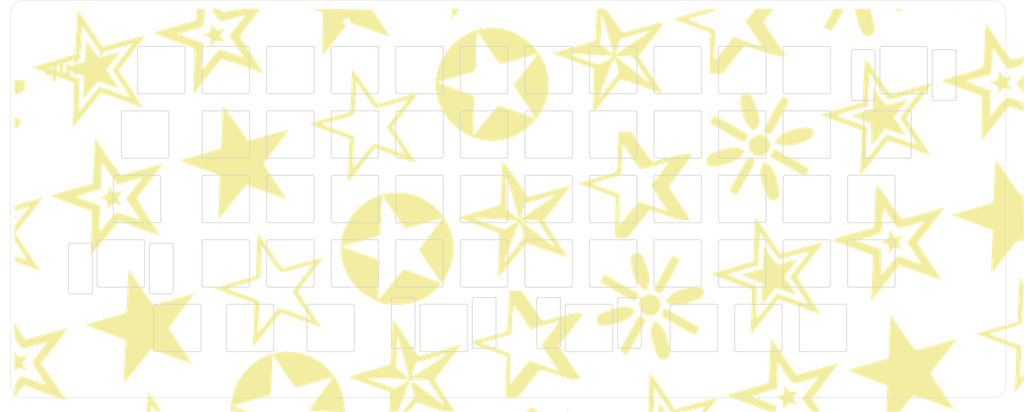
<source format=kicad_pcb>
(kicad_pcb (version 20171130) (host pcbnew 5.1.9-73d0e3b20d~88~ubuntu18.04.1)

  (general
    (thickness 1.6)
    (drawings 520)
    (tracks 0)
    (zones 0)
    (modules 10)
    (nets 1)
  )

  (page A2)
  (layers
    (0 F.Cu signal)
    (31 B.Cu signal)
    (32 B.Adhes user)
    (33 F.Adhes user)
    (34 B.Paste user)
    (35 F.Paste user)
    (36 B.SilkS user)
    (37 F.SilkS user)
    (38 B.Mask user)
    (39 F.Mask user)
    (40 Dwgs.User user)
    (41 Cmts.User user)
    (42 Eco1.User user)
    (43 Eco2.User user)
    (44 Edge.Cuts user)
    (45 Margin user)
    (46 B.CrtYd user)
    (47 F.CrtYd user)
    (48 B.Fab user)
    (49 F.Fab user)
  )

  (setup
    (last_trace_width 0.25)
    (trace_clearance 0.2)
    (zone_clearance 0.508)
    (zone_45_only no)
    (trace_min 0.2)
    (via_size 0.8)
    (via_drill 0.4)
    (via_min_size 0.4)
    (via_min_drill 0.3)
    (uvia_size 0.3)
    (uvia_drill 0.1)
    (uvias_allowed no)
    (uvia_min_size 0.2)
    (uvia_min_drill 0.1)
    (edge_width 0.1)
    (segment_width 0.2)
    (pcb_text_width 0.3)
    (pcb_text_size 1.5 1.5)
    (mod_edge_width 0.15)
    (mod_text_size 1 1)
    (mod_text_width 0.15)
    (pad_size 1.5 1.5)
    (pad_drill 0.6)
    (pad_to_mask_clearance 0)
    (aux_axis_origin 0 0)
    (visible_elements FFFFFF7F)
    (pcbplotparams
      (layerselection 0x010fc_ffffffff)
      (usegerberextensions false)
      (usegerberattributes false)
      (usegerberadvancedattributes false)
      (creategerberjobfile false)
      (excludeedgelayer true)
      (linewidth 0.100000)
      (plotframeref false)
      (viasonmask false)
      (mode 1)
      (useauxorigin false)
      (hpglpennumber 1)
      (hpglpenspeed 20)
      (hpglpendiameter 15.000000)
      (psnegative false)
      (psa4output false)
      (plotreference true)
      (plotvalue true)
      (plotinvisibletext false)
      (padsonsilk false)
      (subtractmaskfromsilk false)
      (outputformat 1)
      (mirror false)
      (drillshape 0)
      (scaleselection 1)
      (outputdirectory "plate_gerber/"))
  )

  (net 0 "")

  (net_class Default "This is the default net class."
    (clearance 0.2)
    (trace_width 0.25)
    (via_dia 0.8)
    (via_drill 0.4)
    (uvia_dia 0.3)
    (uvia_drill 0.1)
  )

  (module silkscreens:stars_ss (layer F.Cu) (tedit 0) (tstamp 60253CF6)
    (at 197.64375 93.6625)
    (fp_text reference G*** (at 0 0) (layer F.SilkS) hide
      (effects (font (size 1.524 1.524) (thickness 0.3)))
    )
    (fp_text value LOGO (at 0.75 0) (layer F.SilkS) hide
      (effects (font (size 1.524 1.524) (thickness 0.3)))
    )
    (fp_poly (pts (xy -109.130784 54.409739) (xy -108.660518 54.991653) (xy -107.8993 56.053209) (xy -107.470676 56.663906)
      (xy -106.572161 57.966991) (xy -106.03648 58.81837) (xy -105.819168 59.31894) (xy -105.875761 59.569602)
      (xy -106.146487 59.668779) (xy -106.927852 59.466702) (xy -107.643197 58.810671) (xy -108.440177 57.836486)
      (xy -108.452521 58.780405) (xy -108.589231 59.489329) (xy -109.067037 59.71987) (xy -109.199162 59.724324)
      (xy -109.619138 59.669595) (xy -109.804597 59.393048) (xy -109.803972 58.726142) (xy -109.71701 57.922297)
      (xy -109.587685 56.619029) (xy -109.508682 55.387628) (xy -109.497578 54.94769) (xy -109.479143 54.447173)
      (xy -109.380268 54.248051) (xy -109.130784 54.409739)) (layer F.SilkS) (width 0.01))
    (fp_poly (pts (xy -65.013688 42.208778) (xy -61.937292 43.144571) (xy -59.139525 44.632596) (xy -56.683693 46.614249)
      (xy -54.633106 49.030923) (xy -53.051069 51.824013) (xy -52.000892 54.934913) (xy -51.609535 57.339694)
      (xy -51.386148 59.74325) (xy -56.494847 59.647976) (xy -58.519128 59.599427) (xy -59.952591 59.534009)
      (xy -60.89088 59.440496) (xy -61.429642 59.307667) (xy -61.66452 59.124296) (xy -61.694203 59.037837)
      (xy -61.521852 58.605917) (xy -60.98716 57.742627) (xy -60.159925 56.549999) (xy -59.109947 55.130066)
      (xy -58.326432 54.114872) (xy -57.17588 52.634491) (xy -56.201142 51.353666) (xy -55.4702 50.363919)
      (xy -55.051036 49.756774) (xy -54.979271 49.608642) (xy -55.329371 49.665564) (xy -56.223134 49.886701)
      (xy -57.545902 50.241647) (xy -59.183015 50.699996) (xy -60.239189 51.003497) (xy -62.037785 51.518073)
      (xy -63.618687 51.957262) (xy -64.857829 52.287612) (xy -65.63114 52.475675) (xy -65.813331 52.506349)
      (xy -66.134856 52.237257) (xy -66.759111 51.485416) (xy -67.615505 50.344178) (xy -68.633444 48.906896)
      (xy -69.503195 47.626837) (xy -72.767567 42.737458) (xy -72.811236 44.966702) (xy -72.850667 46.287418)
      (xy -72.921105 48.021796) (xy -73.010906 49.898337) (xy -73.068668 50.96951) (xy -73.282432 54.743075)
      (xy -78.922023 56.317085) (xy -80.743746 56.840554) (xy -82.283265 57.311897) (xy -83.440952 57.698186)
      (xy -84.117184 57.966493) (xy -84.242294 58.075521) (xy -83.75675 58.278678) (xy -82.850118 58.603705)
      (xy -82.120946 58.848099) (xy -81.133308 59.194168) (xy -80.478768 59.468976) (xy -80.318919 59.580288)
      (xy -80.624479 59.691359) (xy -81.398611 59.736291) (xy -82.427487 59.723769) (xy -83.497283 59.66248)
      (xy -84.394173 59.561112) (xy -84.904332 59.428351) (xy -84.945758 59.392317) (xy -85.023924 58.885829)
      (xy -85.001676 57.948012) (xy -84.936564 57.247047) (xy -84.226409 53.888661) (xy -82.961244 50.832549)
      (xy -81.200724 48.133816) (xy -79.004501 45.847568) (xy -76.43223 44.028911) (xy -73.543563 42.732949)
      (xy -70.398155 42.014789) (xy -68.305405 41.883823) (xy -65.013688 42.208778)) (layer F.SilkS) (width 0.01))
    (fp_poly (pts (xy -36.856942 32.890205) (xy -36.30061 33.649218) (xy -35.496296 34.801577) (xy -34.507483 36.256433)
      (xy -33.476237 37.803893) (xy -32.358278 39.472769) (xy -31.348973 40.935191) (xy -30.515967 42.096645)
      (xy -29.926906 42.862618) (xy -29.65968 43.136365) (xy -29.217029 43.093825) (xy -28.229287 42.883034)
      (xy -26.809266 42.531773) (xy -25.069777 42.067824) (xy -23.307996 41.572181) (xy -21.398168 41.03113)
      (xy -19.727567 40.574734) (xy -18.402894 40.230763) (xy -17.530847 40.026985) (xy -17.219574 39.987633)
      (xy -17.37743 40.286256) (xy -17.896317 41.033958) (xy -18.710962 42.141738) (xy -19.756091 43.520598)
      (xy -20.791987 44.858582) (xy -22.014181 46.424044) (xy -23.097564 47.81379) (xy -23.967836 48.932344)
      (xy -24.550696 49.684227) (xy -24.762371 49.960615) (xy -24.674516 50.363832) (xy -24.241423 51.238124)
      (xy -23.513754 52.49374) (xy -22.542174 54.040929) (xy -21.952884 54.937642) (xy -18.87631 59.552702)
      (xy -20.521896 59.653965) (xy -21.5359 59.627534) (xy -22.751759 59.40701) (xy -24.316364 58.95815)
      (xy -26.04335 58.366803) (xy -27.568449 57.827517) (xy -28.854627 57.385945) (xy -29.76639 57.087696)
      (xy -30.16809 56.978378) (xy -30.498964 57.231171) (xy -31.065596 57.875577) (xy -31.426724 58.343238)
      (xy -32.224142 59.253791) (xy -32.958998 59.659758) (xy -33.424395 59.71621) (xy -34.412304 59.724324)
      (xy -33.523707 58.608783) (xy -32.71996 57.567609) (xy -31.878098 56.431475) (xy -31.737407 56.235788)
      (xy -30.839703 54.978333) (xy -31.428517 52.879814) (xy -31.704428 51.76438) (xy -31.8417 50.930583)
      (xy -31.818326 50.58229) (xy -31.498128 50.71882) (xy -30.733775 51.221108) (xy -29.615833 52.024404)
      (xy -28.234868 53.063956) (xy -26.948097 54.064313) (xy -25.421912 55.254962) (xy -24.090852 56.270533)
      (xy -23.043915 57.044981) (xy -22.370098 57.512259) (xy -22.157741 57.619292) (xy -22.294267 57.305384)
      (xy -22.752727 56.53796) (xy -23.463901 55.427652) (xy -24.358568 54.085091) (xy -24.491602 53.889189)
      (xy -26.944595 50.285135) (xy -29.313272 50.182461) (xy -30.650605 50.179989) (xy -31.631777 50.287313)
      (xy -32.053889 50.451726) (xy -32.304711 50.898437) (xy -32.730238 51.860433) (xy -33.275591 53.206045)
      (xy -33.885892 54.8036) (xy -34.027972 55.188184) (xy -35.630115 59.552702) (xy -36.950868 59.654847)
      (xy -38.271622 59.756991) (xy -38.160591 56.82309) (xy -38.125246 55.501169) (xy -38.126118 54.488532)
      (xy -38.161872 53.942086) (xy -38.185569 53.889189) (xy -38.524257 53.778359) (xy -39.38369 53.475794)
      (xy -40.640198 53.026379) (xy -42.170109 52.475) (xy -43.849751 51.866543) (xy -45.555453 51.245895)
      (xy -47.163543 50.65794) (xy -48.550349 50.147565) (xy -49.102749 49.941891) (xy -44.715289 49.941891)
      (xy -40.806969 51.378321) (xy -39.286051 51.934051) (xy -38.012108 52.393398) (xy -37.116179 52.709542)
      (xy -36.729303 52.835666) (xy -36.727027 52.836012) (xy -36.377324 52.67046) (xy -35.619474 52.214992)
      (xy -34.612974 51.565753) (xy -34.545401 51.520902) (xy -32.535396 50.18453) (xy -36.089995 49.951459)
      (xy -37.943816 49.85929) (xy -39.881561 49.810795) (xy -41.58805 49.812253) (xy -42.179942 49.830139)
      (xy -44.715289 49.941891) (xy -49.102749 49.941891) (xy -49.5922 49.759655) (xy -50.012623 49.598648)
      (xy -45.308108 49.598648) (xy -45.136486 49.77027) (xy -44.964865 49.598648) (xy -45.136486 49.427027)
      (xy -45.308108 49.598648) (xy -50.012623 49.598648) (xy -50.113513 49.560011) (xy -49.964102 49.407812)
      (xy -49.243798 49.104708) (xy -48.043449 48.68246) (xy -46.453901 48.172826) (xy -44.566002 47.607564)
      (xy -44.348295 47.544585) (xy -42.380527 46.971591) (xy -41.635188 46.749914) (xy -36.212162 46.749914)
      (xy -34.324324 48.258703) (xy -33.386202 49.002216) (xy -32.690862 49.541496) (xy -32.378953 49.767586)
      (xy -32.374903 49.768881) (xy -32.431488 49.467993) (xy -32.540787 49.048487) (xy -31.617846 49.048487)
      (xy -31.358732 49.15212) (xy -30.749963 48.903453) (xy -29.732201 48.296759) (xy -28.246113 47.326307)
      (xy -26.663263 46.272937) (xy -24.994452 45.157032) (xy -23.54664 44.178795) (xy -22.407437 43.398261)
      (xy -21.664451 42.875461) (xy -21.405289 42.670429) (xy -21.405507 42.670106) (xy -21.738013 42.735678)
      (xy -22.60693 42.95991) (xy -23.88947 43.309829) (xy -25.462847 43.752464) (xy -25.879261 43.871457)
      (xy -30.29288 45.136486) (xy -30.890596 46.681081) (xy -31.324442 47.807239) (xy -31.586637 48.598284)
      (xy -31.617846 49.048487) (xy -32.540787 49.048487) (xy -32.63821 48.674566) (xy -32.951614 47.554685)
      (xy -32.980739 47.453378) (xy -33.357206 46.132144) (xy -33.843464 44.405383) (xy -34.367509 42.529543)
      (xy -34.718645 41.263709) (xy -35.143191 39.761768) (xy -35.504162 38.548315) (xy -35.762947 37.748835)
      (xy -35.880322 37.488033) (xy -35.922399 37.847468) (xy -35.973688 38.763924) (xy -36.028346 40.1081)
      (xy -36.080527 41.750695) (xy -36.091838 42.167524) (xy -36.212162 46.749914) (xy -41.635188 46.749914)
      (xy -40.648332 46.456406) (xy -39.256505 46.031083) (xy -38.309839 45.727672) (xy -37.913129 45.578228)
      (xy -37.909442 45.575207) (xy -37.848071 45.198092) (xy -37.77288 44.244648) (xy -37.690256 42.824737)
      (xy -37.606588 41.048219) (xy -37.528264 39.024955) (xy -37.527822 39.012273) (xy -37.447529 37.001784)
      (xy -37.357847 35.250696) (xy -37.265847 33.865172) (xy -37.178599 32.951379) (xy -37.103174 32.615481)
      (xy -37.10181 32.615388) (xy -36.856942 32.890205)) (layer F.SilkS) (width 0.01))
    (fp_poly (pts (xy 4.680115 58.865009) (xy 5.268285 59.301557) (xy 5.491892 59.560615) (xy 5.182966 59.654032)
      (xy 4.39315 59.713303) (xy 3.775676 59.724324) (xy 2.796693 59.661058) (xy 2.175296 59.499296)
      (xy 2.05946 59.372585) (xy 2.344443 59.008528) (xy 2.963898 58.676979) (xy 3.889575 58.526538)
      (xy 4.680115 58.865009)) (layer F.SilkS) (width 0.01))
    (fp_poly (pts (xy 14.645045 59.495495) (xy 14.597928 59.699553) (xy 14.416216 59.724324) (xy 14.133688 59.598737)
      (xy 14.187387 59.495495) (xy 14.594737 59.454416) (xy 14.645045 59.495495)) (layer F.SilkS) (width 0.01))
    (fp_poly (pts (xy 38.791372 48.390809) (xy 39.314148 49.048838) (xy 40.095638 50.120403) (xy 41.077345 51.524998)
      (xy 42.200771 53.182116) (xy 42.363103 53.425288) (xy 46.054897 58.965851) (xy 47.311908 58.630114)
      (xy 48.099628 58.413323) (xy 49.385972 58.052206) (xy 51.009846 57.592268) (xy 52.810155 57.079012)
      (xy 53.322069 56.932473) (xy 55.037262 56.453603) (xy 56.520686 56.063135) (xy 57.646276 55.792448)
      (xy 58.287968 55.672916) (xy 58.379139 55.673797) (xy 58.331184 55.967796) (xy 57.926131 56.650287)
      (xy 57.247725 57.583529) (xy 57.116424 57.750675) (xy 56.143031 58.88241) (xy 55.393565 59.508798)
      (xy 54.754128 59.722105) (xy 54.680012 59.724324) (xy 54.091277 59.683033) (xy 54.031322 59.432805)
      (xy 54.35589 58.891551) (xy 54.901544 58.058778) (xy 51.906853 58.887287) (xy 50.254524 59.276709)
      (xy 48.555718 59.567127) (xy 47.122491 59.707542) (xy 46.852703 59.713255) (xy 44.793243 59.710715)
      (xy 42.390541 56.199276) (xy 39.987838 52.687837) (xy 39.890019 56.206081) (xy 39.83958 57.787091)
      (xy 39.772749 58.805457) (xy 39.657485 59.384841) (xy 39.461745 59.648906) (xy 39.153487 59.721316)
      (xy 38.978404 59.724324) (xy 38.164607 59.724324) (xy 38.332456 54.146621) (xy 38.394108 52.24507)
      (xy 38.45649 50.57889) (xy 38.514318 49.271518) (xy 38.562311 48.446392) (xy 38.585807 48.226822)
      (xy 38.791372 48.390809)) (layer F.SilkS) (width 0.01))
    (fp_poly (pts (xy 41.570632 57.259466) (xy 42.028585 57.878244) (xy 42.345181 58.344373) (xy 43.258389 59.724324)
      (xy 42.073747 59.724324) (xy 41.307591 59.688184) (xy 41.012211 59.445941) (xy 41.033839 58.796864)
      (xy 41.087731 58.437162) (xy 41.233094 57.585078) (xy 41.343353 57.093331) (xy 41.359164 57.057211)
      (xy 41.570632 57.259466)) (layer F.SilkS) (width 0.01))
    (fp_poly (pts (xy 74.480512 38.269599) (xy 74.745643 38.591312) (xy 75.327729 39.389545) (xy 76.160905 40.570983)
      (xy 77.179306 42.04231) (xy 78.23099 43.58322) (xy 79.358872 45.227807) (xy 80.362088 46.655628)
      (xy 81.175491 47.776781) (xy 81.733935 48.501362) (xy 81.968094 48.74054) (xy 82.359906 48.650453)
      (xy 83.302069 48.400207) (xy 84.685319 48.019823) (xy 86.400391 47.539322) (xy 88.191603 47.030585)
      (xy 90.105036 46.491409) (xy 91.777696 46.034549) (xy 93.103421 45.687816) (xy 93.976052 45.479021)
      (xy 94.288357 45.433401) (xy 94.122793 45.725139) (xy 93.594488 46.469064) (xy 92.767278 47.579503)
      (xy 91.705002 48.970783) (xy 90.471497 50.557231) (xy 90.449213 50.585652) (xy 89.204994 52.181765)
      (xy 88.121543 53.589768) (xy 87.265011 54.722198) (xy 86.701548 55.491588) (xy 86.497305 55.810475)
      (xy 86.497297 55.810856) (xy 86.673883 56.178161) (xy 87.124891 56.911575) (xy 87.468615 57.431399)
      (xy 88.232905 58.569579) (xy 88.627728 59.250987) (xy 88.660544 59.592601) (xy 88.338814 59.711399)
      (xy 87.669999 59.724358) (xy 87.614855 59.724324) (xy 86.889547 59.678733) (xy 86.337013 59.459331)
      (xy 85.788857 58.942177) (xy 85.076686 58.003327) (xy 84.858467 57.695554) (xy 83.42774 55.666784)
      (xy 85.820627 52.675567) (xy 86.77778 51.471004) (xy 87.552725 50.480371) (xy 88.058967 49.815267)
      (xy 88.213514 49.588148) (xy 87.907806 49.630829) (xy 87.088375 49.825476) (xy 85.901753 50.136116)
      (xy 85.210135 50.325468) (xy 83.778759 50.721358) (xy 82.529165 51.064532) (xy 81.660821 51.300304)
      (xy 81.463442 51.352674) (xy 81.081826 51.360742) (xy 80.664434 51.122026) (xy 80.126134 50.548663)
      (xy 79.381794 49.552785) (xy 78.545874 48.341422) (xy 76.371622 45.136486) (xy 76.274674 48.986755)
      (xy 76.177727 52.837023) (xy 73.70035 53.554977) (xy 72.25831 53.978265) (xy 70.87478 54.393308)
      (xy 69.865524 54.705164) (xy 68.508075 55.137398) (xy 72.182416 56.446498) (xy 73.770022 57.021311)
      (xy 74.819382 57.442547) (xy 75.441542 57.77952) (xy 75.747549 58.101543) (xy 75.84845 58.47793)
      (xy 75.856757 58.73996) (xy 75.777648 59.418209) (xy 75.398691 59.67985) (xy 74.741216 59.713886)
      (xy 73.795778 59.619778) (xy 73.110811 59.412188) (xy 72.627901 59.203148) (xy 71.616827 58.808762)
      (xy 70.196183 58.273839) (xy 68.48456 57.643189) (xy 67.104054 57.142558) (xy 65.276801 56.47667)
      (xy 63.675566 55.878667) (xy 62.412254 55.391504) (xy 61.598774 55.058135) (xy 61.350062 54.933913)
      (xy 61.42114 54.821859) (xy 61.841144 54.629254) (xy 62.65817 54.341196) (xy 63.920314 53.942783)
      (xy 65.67567 53.41911) (xy 67.972334 52.755274) (xy 70.858402 51.936374) (xy 72.647129 51.433354)
      (xy 73.728042 51.130098) (xy 73.977826 44.621698) (xy 74.068056 42.606318) (xy 74.170906 40.861117)
      (xy 74.278295 39.488208) (xy 74.382143 38.589702) (xy 74.474368 38.26771) (xy 74.480512 38.269599)) (layer F.SilkS) (width 0.01))
    (fp_poly (pts (xy 113.202797 36.313004) (xy 114.347325 37.970185) (xy 115.382757 39.409488) (xy 116.241167 40.541244)
      (xy 116.854634 41.275783) (xy 117.150094 41.524002) (xy 117.600808 41.429534) (xy 118.594333 41.172883)
      (xy 120.014871 40.785515) (xy 121.746626 40.298898) (xy 123.310135 39.850067) (xy 125.173032 39.318473)
      (xy 126.784176 38.874116) (xy 128.038113 38.544816) (xy 128.829392 38.358392) (xy 129.05946 38.333337)
      (xy 128.857956 38.638019) (xy 128.298528 39.392521) (xy 127.448799 40.507983) (xy 126.376393 41.895549)
      (xy 125.283784 43.294574) (xy 124.06683 44.862386) (xy 123.012982 46.251935) (xy 122.190338 47.370811)
      (xy 121.666994 48.126602) (xy 121.508108 48.418297) (xy 121.692798 48.78992) (xy 122.205366 49.629364)
      (xy 122.983557 50.839595) (xy 123.965118 52.32358) (xy 124.940901 53.768923) (xy 126.039537 55.39481)
      (xy 126.981324 56.813674) (xy 127.706572 57.933502) (xy 128.15559 58.662277) (xy 128.274374 58.907607)
      (xy 127.936281 58.828193) (xy 127.060334 58.546249) (xy 125.75234 58.097918) (xy 124.118108 57.51934)
      (xy 122.581048 56.962922) (xy 120.723044 56.293428) (xy 119.071295 55.715958) (xy 117.740816 55.269318)
      (xy 116.846623 54.992312) (xy 116.522626 54.918919) (xy 116.11738 55.17635) (xy 115.43313 55.863743)
      (xy 114.591701 56.853743) (xy 114.235187 57.310169) (xy 112.412162 59.701419) (xy 110.395321 59.712871)
      (xy 108.378481 59.724324) (xy 108.527699 55.825953) (xy 108.676918 51.927582) (xy 102.736668 49.74652)
      (xy 100.892134 49.049526) (xy 99.326769 48.419853) (xy 98.132228 47.897606) (xy 97.400165 47.522893)
      (xy 97.222235 47.335822) (xy 97.22456 47.334483) (xy 97.682654 47.168633) (xy 98.684969 46.853209)
      (xy 100.114594 46.423472) (xy 101.854612 45.91468) (xy 103.402027 45.471447) (xy 109.151351 43.839386)
      (xy 109.193986 39.854152) (xy 109.231671 37.965548) (xy 109.299364 36.045673) (xy 109.386269 34.361739)
      (xy 109.451418 33.481247) (xy 109.666216 31.093575) (xy 113.202797 36.313004)) (layer F.SilkS) (width 0.01))
    (fp_poly (pts (xy 79.061705 52.999689) (xy 79.70791 53.66419) (xy 80.346069 53.855634) (xy 80.947838 53.780567)
      (xy 81.773971 53.723768) (xy 82.011441 53.970553) (xy 81.63098 54.480268) (xy 81.52027 54.575675)
      (xy 81.062622 55.234668) (xy 81.162623 56.072082) (xy 81.60515 56.888127) (xy 81.960631 57.495106)
      (xy 81.9084 57.667814) (xy 81.690961 57.60964) (xy 80.587339 57.231032) (xy 79.899467 57.148815)
      (xy 79.416054 57.379952) (xy 79.016852 57.824304) (xy 78.402475 58.513312) (xy 78.0648 58.588588)
      (xy 77.930287 58.026819) (xy 77.916216 57.475387) (xy 77.826098 56.605586) (xy 77.435854 56.135953)
      (xy 76.886894 55.897357) (xy 76.161254 55.536208) (xy 76.118982 55.203762) (xy 76.757231 54.909319)
      (xy 77.222587 54.800212) (xy 77.908174 54.585699) (xy 78.19982 54.159104) (xy 78.261164 53.297094)
      (xy 78.262869 52.001351) (xy 79.061705 52.999689)) (layer F.SilkS) (width 0.01))
    (fp_poly (pts (xy -147.373388 35.872583) (xy -146.64034 36.975002) (xy -146.071024 37.829813) (xy -145.75723 38.299251)
      (xy -145.724653 38.347158) (xy -145.393777 38.282915) (xy -144.506445 38.05873) (xy -143.166566 37.702248)
      (xy -141.478043 37.241111) (xy -139.550764 36.704641) (xy -137.610603 36.170051) (xy -135.907169 35.719958)
      (xy -134.546452 35.380789) (xy -133.63444 35.178972) (xy -133.27757 35.140447) (xy -133.4307 35.444825)
      (xy -133.949025 36.199425) (xy -134.769323 37.318071) (xy -135.828371 38.714588) (xy -137.062946 40.3028)
      (xy -137.092777 40.340738) (xy -141.061843 45.387169) (xy -137.463354 50.644477) (xy -136.327322 52.314212)
      (xy -135.338701 53.786427) (xy -134.558248 54.969062) (xy -134.046721 55.770058) (xy -133.864865 56.096838)
      (xy -133.897344 56.203251) (xy -134.050069 56.23395) (xy -134.405971 56.16233) (xy -135.047983 55.961789)
      (xy -136.059034 55.605723) (xy -137.522058 55.067527) (xy -139.519985 54.320598) (xy -140.214865 54.059799)
      (xy -146.05 51.868907) (xy -146.736486 52.627759) (xy -147.432672 53.449226) (xy -148.164571 54.3836)
      (xy -148.184396 54.410197) (xy -148.94582 55.433783) (xy -148.956694 53.578345) (xy -148.875944 52.257661)
      (xy -148.547801 51.264217) (xy -148.050527 50.489155) (xy -147.485261 49.72705) (xy -147.125358 49.238764)
      (xy -147.068771 49.160361) (xy -146.741832 49.233414) (xy -145.902772 49.503571) (xy -144.682276 49.926969)
      (xy -143.352028 50.407826) (xy -141.90653 50.927282) (xy -140.731356 51.326909) (xy -139.954059 51.564883)
      (xy -139.7 51.605243) (xy -139.879785 51.278946) (xy -140.36663 50.507491) (xy -141.081772 49.413527)
      (xy -141.774255 48.375293) (xy -142.691642 46.938691) (xy -143.316872 45.806399) (xy -143.601144 45.072463)
      (xy -143.593035 44.870216) (xy -143.276733 44.42826) (xy -142.642106 43.594297) (xy -141.799595 42.512437)
      (xy -141.331784 41.919653) (xy -140.477665 40.81457) (xy -139.832256 39.926274) (xy -139.483065 39.378155)
      (xy -139.4496 39.265715) (xy -139.808942 39.303832) (xy -140.686294 39.502645) (xy -141.941377 39.828114)
      (xy -143.132432 40.159459) (xy -144.581467 40.565442) (xy -145.75646 40.879101) (xy -146.520529 41.064898)
      (xy -146.744267 41.09718) (xy -146.948827 40.793447) (xy -147.422386 40.091886) (xy -147.882214 39.411129)
      (xy -148.51525 38.365846) (xy -148.842957 37.430967) (xy -148.959212 36.280241) (xy -148.967567 35.639117)
      (xy -148.967567 33.473544) (xy -147.373388 35.872583)) (layer F.SilkS) (width 0.01))
    (fp_poly (pts (xy 3.892756 28.505136) (xy 5.134499 30.312311) (xy 6.072033 31.587496) (xy 6.753198 32.388044)
      (xy 7.225835 32.771306) (xy 7.488173 32.815378) (xy 10.158253 32.049018) (xy 12.266417 31.467348)
      (xy 13.905439 31.048554) (xy 15.168093 30.770819) (xy 16.147152 30.612327) (xy 16.935391 30.551262)
      (xy 17.127571 30.548648) (xy 18.118016 30.594108) (xy 18.752669 30.710558) (xy 18.878317 30.806081)
      (xy 18.676596 31.148417) (xy 18.117842 31.934837) (xy 17.271603 33.071565) (xy 16.207429 34.464826)
      (xy 15.282472 35.654458) (xy 11.686688 40.245402) (xy 14.93929 45.029949) (xy 16.013391 46.618368)
      (xy 16.937938 48.001707) (xy 17.649553 49.083823) (xy 18.084856 49.768571) (xy 18.191892 49.964004)
      (xy 17.882873 50.049147) (xy 17.092461 50.103294) (xy 16.467479 50.113513) (xy 15.198084 49.979609)
      (xy 13.511234 49.563905) (xy 11.326751 48.845407) (xy 10.560669 48.567042) (xy 8.760844 47.919594)
      (xy 7.496485 47.514402) (xy 6.670207 47.327705) (xy 6.184626 47.335741) (xy 5.988796 47.451501)
      (xy 5.644679 47.868486) (xy 4.967811 48.716883) (xy 4.046087 49.885591) (xy 2.967402 51.263509)
      (xy 2.592968 51.743919) (xy 1.407855 53.25874) (xy 0.548588 54.313685) (xy -0.079991 54.991117)
      (xy -0.573039 55.373397) (xy -1.025713 55.542886) (xy -1.533168 55.581947) (xy -1.837099 55.578307)
      (xy -2.836773 55.522218) (xy -3.566367 55.416094) (xy -3.680518 55.381197) (xy -3.835947 55.145817)
      (xy -3.933283 54.539677) (xy -3.975068 53.487572) (xy -3.963845 51.914297) (xy -3.902154 49.744646)
      (xy -3.886232 49.294522) (xy -3.672238 43.377858) (xy -9.209938 41.349941) (xy -10.984929 40.679165)
      (xy -12.475295 40.075775) (xy -13.586607 39.581396) (xy -14.032554 39.341064) (xy -11.06571 39.341064)
      (xy -2.574324 42.48958) (xy -2.669767 46.988033) (xy -2.695176 48.654909) (xy -2.697359 50.04243)
      (xy -2.677547 51.023734) (xy -2.636973 51.471957) (xy -2.626088 51.486486) (xy -2.374992 51.231664)
      (xy -1.788924 50.535499) (xy -0.951897 49.500445) (xy 0.052073 48.228956) (xy 0.188588 48.054054)
      (xy 1.218768 46.757373) (xy 2.107712 45.685036) (xy 2.767274 44.940081) (xy 3.10931 44.625548)
      (xy 3.124872 44.621621) (xy 3.544076 44.734435) (xy 4.442883 45.035989) (xy 5.659264 45.470951)
      (xy 6.240774 45.685662) (xy 7.714528 46.23325) (xy 9.104836 46.747028) (xy 10.166869 47.136595)
      (xy 10.37564 47.212395) (xy 11.655334 47.675089) (xy 9.105953 43.859909) (xy 6.556571 40.044728)
      (xy 7.207456 39.158175) (xy 7.70393 38.501533) (xy 8.493829 37.47817) (xy 9.4444 36.259544)
      (xy 9.953497 35.611486) (xy 10.807036 34.49382) (xy 11.432966 33.607543) (xy 11.754532 33.065592)
      (xy 11.761383 32.951351) (xy 11.33747 33.041609) (xy 10.393073 33.287572) (xy 9.066527 33.652027)
      (xy 7.49617 34.097758) (xy 7.443466 34.112939) (xy 3.412817 35.274528) (xy 0.97695 31.696002)
      (xy 0.043798 30.363127) (xy -0.757939 29.289165) (xy -1.349581 28.574436) (xy -1.65245 28.319258)
      (xy -1.666699 28.325257) (xy -1.760958 28.730123) (xy -1.864814 29.680132) (xy -1.965779 31.034294)
      (xy -2.051366 32.651621) (xy -2.05278 32.684417) (xy -2.231081 36.835796) (xy -6.648396 38.08843)
      (xy -11.06571 39.341064) (xy -14.032554 39.341064) (xy -14.22444 39.237652) (xy -14.324495 39.095366)
      (xy -13.861079 38.928644) (xy -12.860083 38.617321) (xy -11.445917 38.198548) (xy -9.742992 37.709475)
      (xy -8.712111 37.419437) (xy -3.522871 35.970166) (xy -3.30603 33.895543) (xy -3.215048 32.66326)
      (xy -3.142857 30.996955) (xy -3.098623 29.149021) (xy -3.089189 27.923973) (xy -3.089189 24.027027)
      (xy 0.875381 24.027027) (xy 3.892756 28.505136)) (layer F.SilkS) (width 0.01))
    (fp_poly (pts (xy 148.321449 20.951134) (xy 148.528725 21.362503) (xy 148.669292 21.92365) (xy 148.749555 22.744758)
      (xy 148.775921 23.936013) (xy 148.754794 25.6076) (xy 148.703326 27.519916) (xy 148.632095 29.448484)
      (xy 148.545392 31.145454) (xy 148.451392 32.488156) (xy 148.358268 33.353916) (xy 148.29742 33.6114)
      (xy 147.895384 33.842161) (xy 146.963071 34.2035) (xy 145.633358 34.648526) (xy 144.039118 35.130348)
      (xy 143.796624 35.199705) (xy 142.14562 35.671705) (xy 140.70724 36.08882) (xy 139.625128 36.408981)
      (xy 139.04293 36.590121) (xy 139.013514 36.600506) (xy 139.135916 36.771113) (xy 139.81188 37.117626)
      (xy 140.944152 37.597539) (xy 142.435478 38.168352) (xy 143.369741 38.504315) (xy 148.240833 40.219354)
      (xy 148.049369 45.080623) (xy 147.979662 46.981923) (xy 147.951087 48.284982) (xy 147.971023 49.077215)
      (xy 148.04685 49.446038) (xy 148.185949 49.478865) (xy 148.395699 49.263111) (xy 148.40182 49.255405)
      (xy 148.763569 48.846465) (xy 148.91415 48.935524) (xy 148.94612 49.610088) (xy 148.946408 49.77027)
      (xy 148.806437 50.679789) (xy 148.312404 51.598711) (xy 147.562176 52.516216) (xy 146.17727 54.06081)
      (xy 146.35458 52.516216) (xy 146.426848 51.602853) (xy 146.500869 50.180347) (xy 146.568992 48.425975)
      (xy 146.623567 46.517016) (xy 146.634188 46.036826) (xy 146.736487 41.10203) (xy 141.008334 38.992907)
      (xy 139.149819 38.302064) (xy 137.521056 37.684219) (xy 136.22918 37.181019) (xy 135.381327 36.834112)
      (xy 135.087737 36.691341) (xy 135.33915 36.543969) (xy 136.154304 36.25003) (xy 137.434003 35.841215)
      (xy 139.079048 35.349216) (xy 140.987512 34.806482) (xy 147.07973 33.114067) (xy 147.325797 27.626628)
      (xy 147.416511 25.674113) (xy 147.505117 23.892519) (xy 147.583966 22.426868) (xy 147.64541 21.422187)
      (xy 147.66904 21.118376) (xy 147.766216 20.097562) (xy 148.321449 20.951134)) (layer F.SilkS) (width 0.01))
    (fp_poly (pts (xy -111.634373 22.911486) (xy -110.504328 24.570329) (xy -109.49692 26.011712) (xy -108.676734 27.146243)
      (xy -108.108354 27.884528) (xy -107.858697 28.137516) (xy -107.462241 28.043563) (xy -106.517866 27.788081)
      (xy -105.136595 27.402048) (xy -103.429451 26.916446) (xy -101.780196 26.441329) (xy -99.894553 25.902597)
      (xy -98.250962 25.44725) (xy -96.956797 25.103874) (xy -96.119429 24.901053) (xy -95.845746 24.861461)
      (xy -96.012153 25.15193) (xy -96.540248 25.893054) (xy -97.365043 26.9977) (xy -98.42155 28.378738)
      (xy -99.556706 29.83684) (xy -100.861968 31.539068) (xy -101.92805 33.00651) (xy -102.701432 34.160426)
      (xy -103.128593 34.922075) (xy -103.19136 35.184336) (xy -102.94512 35.623111) (xy -102.385099 36.522257)
      (xy -101.58104 37.772782) (xy -100.602686 39.265695) (xy -99.963463 40.228791) (xy -98.910651 41.810444)
      (xy -97.983524 43.208573) (xy -97.25315 44.315591) (xy -96.790598 45.023914) (xy -96.671262 45.21265)
      (xy -96.661501 45.317886) (xy -96.846231 45.330283) (xy -97.289315 45.228894) (xy -98.054614 44.992772)
      (xy -99.20599 44.600972) (xy -100.807306 44.032546) (xy -102.922421 43.266548) (xy -105.615199 42.28203)
      (xy -105.692585 42.253662) (xy -106.973684 41.794539) (xy -107.975737 41.455382) (xy -108.551908 41.284933)
      (xy -108.634032 41.27727) (xy -108.92342 41.674766) (xy -109.546097 42.481978) (xy -110.417574 43.593067)
      (xy -111.453362 44.902192) (xy -112.568974 46.303515) (xy -113.679922 47.691195) (xy -114.701716 48.959392)
      (xy -115.54987 50.002268) (xy -116.139894 50.713981) (xy -116.385594 50.987773) (xy -116.476953 50.732627)
      (xy -116.530756 49.913624) (xy -116.543637 48.652541) (xy -116.51223 47.071157) (xy -116.502068 46.774351)
      (xy -116.42906 44.892323) (xy -116.349823 43.058864) (xy -116.274185 41.490549) (xy -116.214953 40.448578)
      (xy -116.087061 38.506616) (xy -122.040506 36.329659) (xy -123.902387 35.633953) (xy -125.500372 35.008227)
      (xy -126.738859 34.492315) (xy -127.522246 34.126053) (xy -127.754932 33.949275) (xy -127.754408 33.948812)
      (xy -127.357521 33.791829) (xy -126.41568 33.489799) (xy -125.04623 33.078299) (xy -123.366518 32.592906)
      (xy -122.194595 32.263172) (xy -120.34403 31.739771) (xy -118.695602 31.258579) (xy -117.377185 30.858079)
      (xy -116.516651 30.576752) (xy -116.273649 30.481337) (xy -116.006475 30.259007) (xy -115.827403 29.827006)
      (xy -115.717282 29.06181) (xy -115.656961 27.839893) (xy -115.630339 26.331842) (xy -115.591515 24.459235)
      (xy -115.521658 22.54508) (xy -115.432249 20.8682) (xy -115.372906 20.079729) (xy -115.158108 17.677027)
      (xy -111.634373 22.911486)) (layer F.SilkS) (width 0.01))
    (fp_poly (pts (xy -148.667544 42.194468) (xy -148.403517 42.58444) (xy -148.364068 42.647973) (xy -147.816839 43.347791)
      (xy -147.211237 43.557855) (xy -146.304183 43.342775) (xy -146.072345 43.257144) (xy -145.42191 43.057546)
      (xy -145.245269 43.186198) (xy -145.531242 43.71793) (xy -145.921953 44.263906) (xy -146.652014 45.251367)
      (xy -145.853812 46.372338) (xy -145.380109 47.069019) (xy -145.303192 47.329955) (xy -145.605969 47.267097)
      (xy -145.724426 47.219875) (xy -146.838951 46.833321) (xy -147.582835 46.79565) (xy -148.175966 47.105687)
      (xy -148.292367 47.20616) (xy -148.612956 47.469887) (xy -148.811089 47.482053) (xy -148.91559 47.13683)
      (xy -148.955281 46.328394) (xy -148.958984 44.950918) (xy -148.958434 44.76063) (xy -148.949126 43.317595)
      (xy -148.914665 42.469752) (xy -148.829366 42.125808) (xy -148.667544 42.194468)) (layer F.SilkS) (width 0.01))
    (fp_poly (pts (xy 40.578591 33.167855) (xy 41.252765 33.717211) (xy 41.640419 34.070455) (xy 42.540698 35.173029)
      (xy 43.262199 36.676137) (xy 43.573745 37.588698) (xy 44.216183 39.90519) (xy 44.52244 41.665605)
      (xy 44.496145 42.910351) (xy 44.140927 43.679834) (xy 44.122391 43.698844) (xy 43.219249 44.202444)
      (xy 42.18773 44.230476) (xy 41.303241 43.800241) (xy 41.053822 43.506081) (xy 40.703579 42.770455)
      (xy 40.260761 41.583319) (xy 39.787472 40.146968) (xy 39.345811 38.663696) (xy 38.997882 37.335799)
      (xy 38.805785 36.36557) (xy 38.786487 36.120284) (xy 38.916267 35.39202) (xy 39.235761 34.481866)
      (xy 39.640197 33.624941) (xy 40.024805 33.056363) (xy 40.198593 32.951351) (xy 40.578591 33.167855)) (layer F.SilkS) (width 0.01))
    (fp_poly (pts (xy 36.406476 31.818004) (xy 37.087563 32.302066) (xy 37.409614 32.691808) (xy 37.413514 32.721273)
      (xy 37.255272 33.115) (xy 36.82736 33.976564) (xy 36.199993 35.177362) (xy 35.443388 36.588792)
      (xy 34.627763 38.082252) (xy 33.823333 39.529139) (xy 33.100316 40.800851) (xy 32.528928 41.768784)
      (xy 32.185495 42.296418) (xy 31.807441 42.658158) (xy 31.346145 42.622184) (xy 30.806081 42.359868)
      (xy 30.154926 41.9316) (xy 29.920664 41.456698) (xy 30.094447 40.762545) (xy 30.667429 39.676525)
      (xy 30.668448 39.674751) (xy 31.167362 38.797009) (xy 31.893607 37.507416) (xy 32.741343 35.994334)
      (xy 33.437086 34.747377) (xy 35.399438 31.223132) (xy 36.406476 31.818004)) (layer F.SilkS) (width 0.01))
    (fp_poly (pts (xy -73.468415 12.110505) (xy -69.878721 17.416501) (xy -68.834631 17.115653) (xy -65.404854 16.132961)
      (xy -62.623744 15.348419) (xy -60.483353 14.759879) (xy -58.975731 14.36519) (xy -58.092932 14.162204)
      (xy -57.827942 14.138724) (xy -57.988708 14.434634) (xy -58.511011 15.180156) (xy -59.329744 16.287093)
      (xy -60.379799 17.667248) (xy -61.460053 19.058903) (xy -62.672333 20.626753) (xy -63.719828 22.019047)
      (xy -64.534636 23.142435) (xy -65.048853 23.903572) (xy -65.198853 24.198648) (xy -65.00862 24.581758)
      (xy -64.491542 25.431302) (xy -63.710665 26.648695) (xy -62.729041 28.135353) (xy -61.796277 29.518919)
      (xy -60.706007 31.134388) (xy -59.772515 32.54193) (xy -59.055879 33.648933) (xy -58.616177 34.362787)
      (xy -58.505439 34.591759) (xy -58.842284 34.511963) (xy -59.719142 34.231543) (xy -61.031406 33.785945)
      (xy -62.674466 33.210611) (xy -64.33041 32.618111) (xy -66.193469 31.950003) (xy -67.831218 31.37167)
      (xy -69.135349 30.92063) (xy -69.997557 30.634403) (xy -70.304299 30.548648) (xy -70.583575 30.805797)
      (xy -71.212631 31.520714) (xy -72.120662 32.608606) (xy -73.236864 33.984679) (xy -74.460205 35.525675)
      (xy -75.705642 37.099933) (xy -76.804229 38.469304) (xy -77.686876 39.54924) (xy -78.284496 40.255191)
      (xy -78.527124 40.502702) (xy -78.57965 40.195274) (xy -78.549385 39.405065) (xy -78.484729 38.700675)
      (xy -78.401822 37.660362) (xy -78.319017 36.133325) (xy -78.245559 34.319269) (xy -78.19069 32.417895)
      (xy -78.187747 32.284949) (xy -78.087838 27.671251) (xy -83.891388 25.508876) (xy -85.754559 24.810645)
      (xy -87.383139 24.192668) (xy -88.672755 23.695179) (xy -89.519035 23.358407) (xy -89.597702 23.323125)
      (xy -85.810811 23.323125) (xy -85.509885 23.518215) (xy -84.705631 23.868646) (xy -83.545834 24.312238)
      (xy -82.979054 24.514586) (xy -81.410228 25.066764) (xy -79.836259 25.626253) (xy -78.556163 26.086665)
      (xy -78.374593 26.152793) (xy -76.601888 26.800354) (xy -76.795598 31.420447) (xy -76.853531 33.110592)
      (xy -76.877318 34.523368) (xy -76.86674 35.533763) (xy -76.821575 36.016763) (xy -76.803745 36.04054)
      (xy -76.531755 35.787484) (xy -75.923869 35.096836) (xy -75.067582 34.071377) (xy -74.050389 32.813886)
      (xy -73.954795 32.693919) (xy -72.917927 31.392978) (xy -72.030545 30.283174) (xy -71.383241 29.477559)
      (xy -71.066609 29.089181) (xy -71.059749 29.081206) (xy -70.673194 29.100838) (xy -69.769162 29.336296)
      (xy -68.468489 29.750788) (xy -66.892013 30.307519) (xy -66.268832 30.53999) (xy -64.625675 31.157709)
      (xy -63.223219 31.677507) (xy -62.180592 32.0558) (xy -61.616923 32.249009) (xy -61.553947 32.264864)
      (xy -61.679471 32.001137) (xy -62.132396 31.278644) (xy -62.845605 30.200419) (xy -63.75198 28.869496)
      (xy -63.9917 28.522616) (xy -64.971017 27.094455) (xy -65.809254 25.843825) (xy -66.426808 24.891547)
      (xy -66.744077 24.358439) (xy -66.763262 24.316033) (xy -66.621515 23.892985) (xy -66.106581 23.052381)
      (xy -65.290211 21.89944) (xy -64.244158 20.53938) (xy -63.874423 20.079806) (xy -62.784759 18.72402)
      (xy -61.880818 17.569213) (xy -61.237049 16.712882) (xy -60.927905 16.252526) (xy -60.913288 16.202027)
      (xy -61.263696 16.250369) (xy -62.147766 16.457556) (xy -63.439622 16.791975) (xy -65.013388 17.222009)
      (xy -65.347099 17.315638) (xy -67.007762 17.772921) (xy -68.456587 18.152053) (xy -69.551644 18.417294)
      (xy -70.151004 18.532906) (xy -70.190112 18.535135) (xy -70.56191 18.262779) (xy -71.213788 17.517652)
      (xy -72.059666 16.407666) (xy -73.013468 15.040732) (xy -73.195166 14.767864) (xy -74.137956 13.36882)
      (xy -74.957505 12.203785) (xy -75.575883 11.379853) (xy -75.915162 11.004123) (xy -75.942567 10.992189)
      (xy -76.04327 11.309643) (xy -76.126332 12.179854) (xy -76.183048 13.469151) (xy -76.204687 15.016891)
      (xy -76.222932 16.680496) (xy -76.268927 18.147178) (xy -76.335509 19.248199) (xy -76.407208 19.78737)
      (xy -76.587409 20.116568) (xy -77.006206 20.427651) (xy -77.764644 20.763477) (xy -78.963769 21.166903)
      (xy -80.704626 21.680786) (xy -81.207926 21.823526) (xy -82.867817 22.305477) (xy -84.261595 22.736047)
      (xy -85.270332 23.076491) (xy -85.775101 23.288062) (xy -85.810811 23.323125) (xy -89.597702 23.323125)
      (xy -89.8164 23.225041) (xy -89.556567 23.090009) (xy -88.759292 22.812577) (xy -87.54877 22.433391)
      (xy -86.072309 21.999694) (xy -84.248186 21.477096) (xy -82.392773 20.942702) (xy -80.762076 20.470382)
      (xy -79.889865 20.215802) (xy -77.572973 19.535795) (xy -77.538906 16.032087) (xy -77.498719 14.120178)
      (xy -77.421146 12.062459) (xy -77.32046 10.211826) (xy -77.281474 9.666443) (xy -77.058108 6.804509)
      (xy -73.468415 12.110505)) (layer F.SilkS) (width 0.01))
    (fp_poly (pts (xy 43.434286 29.334243) (xy 44.251087 29.764019) (xy 45.416971 30.396107) (xy 46.808323 31.161615)
      (xy 48.301525 31.991648) (xy 49.772961 32.817312) (xy 51.099014 33.569713) (xy 52.156067 34.179959)
      (xy 52.820502 34.579153) (xy 52.97448 34.684372) (xy 53.01028 35.101922) (xy 52.784196 35.810754)
      (xy 52.420905 36.534851) (xy 52.045086 36.998191) (xy 51.906726 37.048236) (xy 51.537034 36.880124)
      (xy 50.678535 36.430411) (xy 49.438931 35.757268) (xy 47.925921 34.918866) (xy 46.950105 34.371089)
      (xy 45.327057 33.450247) (xy 43.918868 32.640875) (xy 42.832745 32.005415) (xy 42.175896 31.60631)
      (xy 42.033579 31.507453) (xy 42.048751 31.118094) (xy 42.296719 30.422813) (xy 42.651033 29.700671)
      (xy 42.985241 29.230726) (xy 43.090187 29.175675) (xy 43.434286 29.334243)) (layer F.SilkS) (width 0.01))
    (fp_poly (pts (xy 69.905219 2.551107) (xy 70.228009 2.870336) (xy 70.751159 3.561721) (xy 71.525276 4.681649)
      (xy 72.600964 6.286508) (xy 73.329557 7.3814) (xy 74.466266 9.089791) (xy 75.46608 10.590798)
      (xy 76.269463 11.795175) (xy 76.816877 12.613672) (xy 77.048784 12.957043) (xy 77.051985 12.961392)
      (xy 77.388045 12.900909) (xy 78.279233 12.678453) (xy 79.620939 12.321815) (xy 81.308553 11.858789)
      (xy 83.188752 11.330986) (xy 85.136701 10.783663) (xy 86.863228 10.308231) (xy 88.257362 9.934466)
      (xy 89.208129 9.692145) (xy 89.599664 9.61081) (xy 89.510148 9.864141) (xy 89.050718 10.567881)
      (xy 88.281887 11.63765) (xy 87.264167 12.989071) (xy 86.148003 14.423886) (xy 84.910403 16.005878)
      (xy 83.820615 17.423995) (xy 82.951152 18.581853) (xy 82.374528 19.383068) (xy 82.167704 19.714484)
      (xy 82.291965 20.139919) (xy 82.748829 21.031081) (xy 83.48076 22.288846) (xy 84.430224 23.814087)
      (xy 85.468449 25.401317) (xy 86.567386 27.06263) (xy 87.508538 28.520346) (xy 88.234405 29.682479)
      (xy 88.687488 30.457047) (xy 88.812372 30.750691) (xy 88.457332 30.690031) (xy 87.583762 30.425344)
      (xy 86.314693 29.996868) (xy 84.773155 29.444839) (xy 84.409803 29.310856) (xy 82.629269 28.653605)
      (xy 80.906334 28.022366) (xy 79.434247 27.487651) (xy 78.406261 27.119976) (xy 78.383837 27.112101)
      (xy 76.620377 26.493242) (xy 72.616417 31.610134) (xy 71.354783 33.209552) (xy 70.235063 34.604607)
      (xy 69.326042 35.71159) (xy 68.696504 36.446788) (xy 68.415235 36.726491) (xy 68.411905 36.727027)
      (xy 68.34626 36.409981) (xy 68.335848 35.559072) (xy 68.379991 34.324642) (xy 68.426237 33.552027)
      (xy 68.532949 31.663942) (xy 68.624098 29.490968) (xy 68.683466 27.434702) (xy 68.691449 26.985415)
      (xy 68.741774 23.593804) (xy 62.805956 21.4108) (xy 60.916727 20.711077) (xy 59.259297 20.087839)
      (xy 57.937741 19.580985) (xy 57.21953 19.295392) (xy 61.772873 19.295392) (xy 62.080854 19.464574)
      (xy 62.298649 19.550422) (xy 63.052191 19.835439) (xy 64.25913 20.288144) (xy 65.729288 20.837313)
      (xy 66.760811 21.221512) (xy 70.193243 22.498369) (xy 70.091889 27.465809) (xy 70.07307 29.324336)
      (xy 70.097241 30.772439) (xy 70.160723 31.726602) (xy 70.259839 32.103312) (xy 70.295628 32.091624)
      (xy 70.614329 31.702324) (xy 71.263207 30.887213) (xy 72.150618 29.76208) (xy 73.184917 28.442715)
      (xy 73.282729 28.317567) (xy 74.302371 27.012711) (xy 75.159173 25.916393) (xy 75.769943 25.135056)
      (xy 76.051484 24.775138) (xy 76.059309 24.765177) (xy 76.396903 24.833476) (xy 77.256273 25.104347)
      (xy 78.517124 25.537438) (xy 80.059164 26.0924) (xy 80.495444 26.253204) (xy 82.095176 26.832948)
      (xy 83.449513 27.299613) (xy 84.436841 27.613113) (xy 84.935546 27.733366) (xy 84.970128 27.72807)
      (xy 84.839316 27.41091) (xy 84.388035 26.634039) (xy 83.682256 25.505135) (xy 82.78795 24.131872)
      (xy 82.520477 23.729803) (xy 79.937707 19.864656) (xy 82.834873 16.196517) (xy 83.867506 14.856357)
      (xy 84.694664 13.719296) (xy 85.247351 12.8853) (xy 85.456572 12.454331) (xy 85.442337 12.418682)
      (xy 85.045823 12.471808) (xy 84.145714 12.673821) (xy 82.898012 12.983358) (xy 81.458717 13.359053)
      (xy 79.983831 13.759541) (xy 78.629356 14.143456) (xy 77.551293 14.469433) (xy 77.00533 14.655834)
      (xy 76.678797 14.443537) (xy 76.05384 13.756517) (xy 75.21076 12.692615) (xy 74.229858 11.349675)
      (xy 73.878997 10.846567) (xy 71.148686 6.88558) (xy 70.930837 9.192114) (xy 70.813112 10.826848)
      (xy 70.733022 12.679878) (xy 70.710548 13.973932) (xy 70.708108 16.449215) (xy 69.420946 16.80161)
      (xy 68.535838 17.049893) (xy 67.205997 17.429999) (xy 65.645432 17.880555) (xy 64.701351 18.155097)
      (xy 63.182398 18.604233) (xy 62.242258 18.912485) (xy 61.799545 19.127117) (xy 61.772873 19.295392)
      (xy 57.21953 19.295392) (xy 57.056138 19.23042) (xy 56.719756 19.077413) (xy 56.945807 18.916821)
      (xy 57.681514 18.632885) (xy 58.774426 18.283584) (xy 58.919147 18.24096) (xy 60.242123 17.855348)
      (xy 61.972701 17.351854) (xy 63.859125 16.803687) (xy 65.216216 16.40977) (xy 69.163514 15.26465)
      (xy 69.375517 9.949217) (xy 69.453139 7.988086) (xy 69.524359 6.161242) (xy 69.583004 4.628996)
      (xy 69.622904 3.551655) (xy 69.63295 3.262481) (xy 69.658295 2.803567) (xy 69.732183 2.547646)
      (xy 69.905219 2.551107)) (layer F.SilkS) (width 0.01))
    (fp_poly (pts (xy 31.655178 28.658701) (xy 32.471308 28.862977) (xy 32.879515 29.015359) (xy 34.320103 29.591768)
      (xy 33.721538 30.625739) (xy 33.152825 31.438884) (xy 32.424874 32.078515) (xy 31.391315 32.632381)
      (xy 29.905775 33.18823) (xy 28.924615 33.50147) (xy 26.846415 34.049359) (xy 25.189108 34.290882)
      (xy 24.0173 34.221405) (xy 23.435852 33.89527) (xy 22.846541 32.820443) (xy 22.871856 31.879503)
      (xy 23.530559 31.045676) (xy 24.841408 30.292187) (xy 26.349769 29.73633) (xy 28.27546 29.150339)
      (xy 29.703857 28.786195) (xy 30.781562 28.627711) (xy 31.655178 28.658701)) (layer F.SilkS) (width 0.01))
    (fp_poly (pts (xy 39.953462 25.235071) (xy 41.134342 26.116873) (xy 41.752704 27.288593) (xy 41.778601 28.606984)
      (xy 41.182086 29.928799) (xy 40.987055 30.17907) (xy 40.25558 30.887289) (xy 39.452955 31.186497)
      (xy 38.614865 31.235135) (xy 37.538762 31.138646) (xy 36.788482 30.746523) (xy 36.242674 30.17907)
      (xy 35.550685 28.933196) (xy 35.431609 27.673533) (xy 35.794809 26.52084) (xy 36.549644 25.59588)
      (xy 37.605477 25.019414) (xy 38.871667 24.912203) (xy 39.953462 25.235071)) (layer F.SilkS) (width 0.01))
    (fp_poly (pts (xy 53.549656 22.802397) (xy 54.21622 23.310335) (xy 54.220356 23.317975) (xy 54.580854 24.35004)
      (xy 54.425131 25.222577) (xy 53.709263 25.985671) (xy 52.38933 26.689408) (xy 50.742691 27.283711)
      (xy 48.814759 27.862571) (xy 47.374 28.199024) (xy 46.271408 28.308616) (xy 45.357976 28.206892)
      (xy 44.535811 27.931272) (xy 43.729444 27.524299) (xy 43.281266 27.171097) (xy 43.248649 27.091448)
      (xy 43.45775 26.678516) (xy 43.987474 25.969604) (xy 44.313711 25.583821) (xy 45.056876 24.877079)
      (xy 45.985409 24.317144) (xy 47.294145 23.79998) (xy 48.19291 23.512418) (xy 50.527928 22.903764)
      (xy 52.316868 22.666982) (xy 53.549656 22.802397)) (layer F.SilkS) (width 0.01))
    (fp_poly (pts (xy -34.31327 -5.048768) (xy -31.66726 -4.578773) (xy -29.00613 -3.593322) (xy -28.625619 -3.415638)
      (xy -25.870616 -1.732363) (xy -23.516805 0.453409) (xy -21.621974 3.049756) (xy -20.24391 5.964754)
      (xy -19.440401 9.106479) (xy -19.249799 11.498648) (xy -19.568344 14.722988) (xy -20.532919 17.839852)
      (xy -22.103084 20.746706) (xy -23.697057 22.774852) (xy -26.170981 25.054482) (xy -28.856637 26.68897)
      (xy -31.804982 27.70057) (xy -35.066973 28.111533) (xy -35.943902 28.122984) (xy -37.512177 28.061496)
      (xy -38.99382 27.918681) (xy -40.124085 27.722194) (xy -40.331081 27.664669) (xy -43.5417 26.319963)
      (xy -46.357192 24.472779) (xy -48.719318 22.179897) (xy -50.569841 19.498098) (xy -51.850521 16.484161)
      (xy -51.872563 16.412196) (xy -52.241226 15.014121) (xy -52.439911 13.687262) (xy -52.496181 12.161301)
      (xy -52.464315 10.875274) (xy -52.33116 10.875274) (xy -50.45004 11.576144) (xy -49.328502 11.988713)
      (xy -47.790106 12.547599) (xy -46.064928 13.169464) (xy -44.851359 13.604047) (xy -41.133798 14.931081)
      (xy -41.372429 20.680405) (xy -41.440641 22.579279) (xy -41.479119 24.213698) (xy -41.486874 25.47158)
      (xy -41.462921 26.240842) (xy -41.423028 26.429729) (xy -41.159195 26.17345) (xy -40.548431 25.464186)
      (xy -39.664668 24.391298) (xy -38.581841 23.044146) (xy -37.719861 21.953791) (xy -36.298726 20.176473)
      (xy -35.224999 18.912958) (xy -34.452386 18.114676) (xy -33.934593 17.733061) (xy -33.663849 17.698499)
      (xy -33.040835 17.937877) (xy -32.046758 18.305676) (xy -31.406757 18.538168) (xy -30.3242 18.930669)
      (xy -28.838519 19.471997) (xy -27.190938 20.074179) (xy -26.323386 20.392026) (xy -22.956232 21.62686)
      (xy -26.290182 16.772215) (xy -27.513671 14.974536) (xy -28.382819 13.647395) (xy -28.943804 12.703792)
      (xy -29.242805 12.056729) (xy -29.326 11.619205) (xy -29.239567 11.30422) (xy -29.214842 11.26219)
      (xy -28.861309 10.765576) (xy -28.168811 9.847631) (xy -27.226012 8.624047) (xy -26.121581 7.210518)
      (xy -25.688276 6.660697) (xy -24.599387 5.264578) (xy -23.693922 4.069623) (xy -23.043311 3.172831)
      (xy -22.718982 2.671201) (xy -22.698339 2.600385) (xy -23.05408 2.651844) (xy -23.952894 2.868393)
      (xy -25.279695 3.219958) (xy -26.919395 3.676462) (xy -27.974324 3.979172) (xy -29.768562 4.493306)
      (xy -31.340717 4.93222) (xy -32.568071 5.262558) (xy -33.327908 5.450961) (xy -33.503005 5.482024)
      (xy -33.808894 5.212651) (xy -34.417349 4.460228) (xy -35.258735 3.31853) (xy -36.263418 1.881335)
      (xy -37.107059 0.628455) (xy -40.331081 -4.234981) (xy -40.578641 0.542645) (xy -40.67697 2.392085)
      (xy -40.771865 4.091503) (xy -40.853721 5.474452) (xy -40.912931 6.374486) (xy -40.921885 6.490187)
      (xy -41.017567 7.660104) (xy -46.674364 9.267689) (xy -52.33116 10.875274) (xy -52.464315 10.875274)
      (xy -52.458986 10.660247) (xy -52.372674 9.023837) (xy -52.22622 7.816215) (xy -51.954984 6.779699)
      (xy -51.494327 5.656605) (xy -50.892343 4.414927) (xy -49.049072 1.385764) (xy -46.828729 -1.083449)
      (xy -44.253639 -2.977235) (xy -41.34613 -4.280116) (xy -38.128527 -4.976616) (xy -37.228106 -5.057502)
      (xy -34.31327 -5.048768)) (layer F.SilkS) (width 0.01))
    (fp_poly (pts (xy 25.566166 19.379884) (xy 26.379761 19.808883) (xy 27.543288 20.439935) (xy 28.933362 21.204355)
      (xy 30.426596 22.033461) (xy 31.899603 22.858568) (xy 33.228997 23.610994) (xy 34.291393 24.222053)
      (xy 34.963402 24.623063) (xy 35.125831 24.732474) (xy 35.161733 25.14859) (xy 34.935786 25.856312)
      (xy 34.57265 26.579909) (xy 34.196986 27.043649) (xy 34.058077 27.094182) (xy 33.688385 26.92607)
      (xy 32.829886 26.476357) (xy 31.590282 25.803214) (xy 30.077273 24.964812) (xy 29.101456 24.417035)
      (xy 27.478409 23.496193) (xy 26.070219 22.686821) (xy 24.984096 22.051361) (xy 24.327247 21.652256)
      (xy 24.184931 21.553399) (xy 24.201969 21.166972) (xy 24.447444 20.472105) (xy 24.796331 19.748855)
      (xy 25.123605 19.277281) (xy 25.225891 19.221621) (xy 25.566166 19.379884)) (layer F.SilkS) (width 0.01))
    (fp_poly (pts (xy 106.007033 -6.911203) (xy 106.694221 -6.121445) (xy 107.668123 -4.747721) (xy 108.980695 -2.801009)
      (xy 109.13082 -2.57786) (xy 110.277581 -0.901827) (xy 111.311723 0.557666) (xy 112.167181 1.711521)
      (xy 112.777886 2.470642) (xy 113.077772 2.745934) (xy 113.07855 2.745946) (xy 113.511588 2.655474)
      (xy 114.492065 2.404167) (xy 115.908038 2.022182) (xy 117.647563 1.53968) (xy 119.448649 1.029729)
      (xy 121.366366 0.483346) (xy 123.042756 0.008796) (xy 124.371789 -0.364157) (xy 125.247434 -0.605751)
      (xy 125.562679 -0.686487) (xy 125.476996 -0.5214) (xy 125.105284 -0.003261) (xy 124.421225 0.902247)
      (xy 123.398498 2.229439) (xy 122.010784 4.012632) (xy 120.231763 6.286142) (xy 119.472714 7.253851)
      (xy 117.416535 9.873919) (xy 121.006916 15.139034) (xy 122.140766 16.813562) (xy 123.127412 18.293228)
      (xy 123.90617 19.48516) (xy 124.416353 20.29649) (xy 124.597297 20.633608) (xy 124.292897 20.593674)
      (xy 123.446433 20.344166) (xy 122.158009 19.918169) (xy 120.527728 19.348768) (xy 118.676351 18.676677)
      (xy 116.775518 17.981058) (xy 115.089614 17.375994) (xy 113.726917 16.899385) (xy 112.795706 16.58913)
      (xy 112.408917 16.482981) (xy 111.960674 16.733066) (xy 111.675658 17.076351) (xy 111.340868 17.536286)
      (xy 110.657682 18.431117) (xy 109.705266 19.658663) (xy 108.562782 21.116738) (xy 107.622118 22.308563)
      (xy 103.955349 26.940099) (xy 104.199508 20.22231) (xy 104.443668 13.504521) (xy 98.70394 11.386044)
      (xy 96.83552 10.70269) (xy 95.185436 10.111037) (xy 93.863182 9.649391) (xy 92.97825 9.356056)
      (xy 92.648322 9.267567) (xy 92.488231 9.14962) (xy 99.4191 9.14962) (xy 103.083874 10.455311)
      (xy 106.748649 11.761002) (xy 106.748649 15.511569) (xy 106.772499 17.001422) (xy 106.837183 18.178205)
      (xy 106.932398 18.911423) (xy 107.030945 19.087667) (xy 107.353354 18.756384) (xy 107.987204 18.010048)
      (xy 108.824903 16.977366) (xy 109.343342 16.321464) (xy 110.251724 15.205484) (xy 111.028737 14.330955)
      (xy 111.564885 13.817148) (xy 111.72118 13.7314) (xy 112.173504 13.84575) (xy 113.111823 14.152405)
      (xy 114.380711 14.599043) (xy 115.298281 14.935597) (xy 116.664806 15.429861) (xy 117.768993 15.801685)
      (xy 118.469204 16.004975) (xy 118.642005 16.023761) (xy 118.508189 15.712464) (xy 118.057182 14.959066)
      (xy 117.364211 13.884732) (xy 116.699805 12.895584) (xy 115.856656 11.643537) (xy 115.180874 10.608732)
      (xy 114.75303 9.916526) (xy 114.643243 9.69583) (xy 114.840577 9.345501) (xy 115.346681 8.647873)
      (xy 115.774279 8.101567) (xy 116.667083 6.990653) (xy 117.687623 5.721884) (xy 118.205056 5.079036)
      (xy 119.504797 3.46483) (xy 117.159831 4.143676) (xy 115.123118 4.723215) (xy 113.64822 5.114664)
      (xy 112.642408 5.336905) (xy 112.012955 5.408824) (xy 111.667132 5.349301) (xy 111.575771 5.280819)
      (xy 111.277338 4.878965) (xy 110.697756 4.042652) (xy 109.932703 2.911238) (xy 109.400512 2.112602)
      (xy 107.502203 -0.751823) (xy 107.280397 2.284223) (xy 107.171496 3.763993) (xy 107.074057 5.068813)
      (xy 107.00432 5.981856) (xy 106.989431 6.16911) (xy 106.904754 6.553611) (xy 106.645967 6.865323)
      (xy 106.098367 7.161741) (xy 105.147253 7.50036) (xy 103.677926 7.938674) (xy 103.169685 8.083785)
      (xy 99.4191 9.14962) (xy 92.488231 9.14962) (xy 92.337562 9.038616) (xy 92.332433 8.988554)
      (xy 92.646331 8.811443) (xy 93.519123 8.487533) (xy 94.847452 8.050827) (xy 96.527961 7.535331)
      (xy 98.424131 6.984434) (xy 104.515829 5.259326) (xy 104.75435 3.916825) (xy 104.852623 3.046252)
      (xy 104.942079 1.679321) (xy 105.012626 0.006159) (xy 105.053262 -1.716217) (xy 105.086253 -4.010982)
      (xy 105.146167 -5.666884) (xy 105.284964 -6.694902) (xy 105.5546 -7.106015) (xy 106.007033 -6.911203)) (layer F.SilkS) (width 0.01))
    (fp_poly (pts (xy 46.36053 13.969356) (xy 47.041617 14.453418) (xy 47.363668 14.84316) (xy 47.367568 14.872624)
      (xy 47.209326 15.266351) (xy 46.781414 16.127915) (xy 46.154047 17.328713) (xy 45.397442 18.740144)
      (xy 44.581817 20.233604) (xy 43.777387 21.68049) (xy 43.05437 22.952202) (xy 42.482982 23.920136)
      (xy 42.139549 24.447769) (xy 41.761495 24.809509) (xy 41.300199 24.773536) (xy 40.760135 24.51122)
      (xy 40.10898 24.082952) (xy 39.874718 23.60805) (xy 40.048502 22.913896) (xy 40.621483 21.827876)
      (xy 40.622502 21.826102) (xy 41.121416 20.948361) (xy 41.847661 19.658767) (xy 42.695398 18.145686)
      (xy 43.39114 16.898728) (xy 45.353492 13.374484) (xy 46.36053 13.969356)) (layer F.SilkS) (width 0.01))
    (fp_poly (pts (xy 35.686237 12.898377) (xy 36.158601 13.210338) (xy 36.577422 13.881441) (xy 37.061227 15.031803)
      (xy 37.549751 16.465716) (xy 37.982728 17.987477) (xy 38.29989 19.401378) (xy 38.440973 20.511715)
      (xy 38.443243 20.629358) (xy 38.337086 21.560726) (xy 38.071068 22.577321) (xy 37.723873 23.455563)
      (xy 37.374183 23.971871) (xy 37.24753 24.027027) (xy 36.938486 23.809686) (xy 36.301054 23.250476)
      (xy 35.755964 22.739864) (xy 34.645464 21.38355) (xy 33.915 19.715406) (xy 33.841906 19.471558)
      (xy 33.26791 17.315146) (xy 32.953892 15.699179) (xy 32.88824 14.533628) (xy 33.059338 13.728461)
      (xy 33.091987 13.658282) (xy 33.747886 13.015379) (xy 34.710588 12.747769) (xy 35.686237 12.898377)) (layer F.SilkS) (width 0.01))
    (fp_poly (pts (xy -4.57083 -13.872522) (xy -3.982185 -13.216537) (xy -3.103948 -12.066011) (xy -1.971113 -10.466065)
      (xy -1.041875 -9.097628) (xy 0.089517 -7.423019) (xy 1.094603 -5.964598) (xy 1.91047 -4.811288)
      (xy 2.474201 -4.052015) (xy 2.722881 -3.7757) (xy 2.723503 -3.775676) (xy 3.103029 -3.864376)
      (xy 4.035579 -4.110973) (xy 5.413689 -4.486214) (xy 7.129901 -4.960847) (xy 9.027963 -5.491892)
      (xy 10.966502 -6.034894) (xy 12.66783 -6.507194) (xy 14.025576 -6.879611) (xy 14.933368 -7.122964)
      (xy 15.283944 -7.208109) (xy 15.13332 -6.952747) (xy 14.621041 -6.243117) (xy 13.810654 -5.1639)
      (xy 12.765706 -3.799777) (xy 11.613464 -2.316892) (xy 10.36943 -0.725545) (xy 9.262119 0.691648)
      (xy 8.364925 1.840691) (xy 7.751245 2.62759) (xy 7.502012 2.948462) (xy 7.587055 3.364943)
      (xy 8.051927 4.278728) (xy 8.86571 5.637074) (xy 9.997488 7.38724) (xy 10.82094 8.610233)
      (xy 11.93687 10.274207) (xy 12.880183 11.734093) (xy 13.596187 12.900706) (xy 14.030189 13.684862)
      (xy 14.127499 13.997376) (xy 14.125161 13.99837) (xy 13.719567 13.917363) (xy 12.782043 13.630266)
      (xy 11.422743 13.173873) (xy 9.75182 12.584977) (xy 8.198985 12.018883) (xy 6.344414 11.346167)
      (xy 4.701544 10.774963) (xy 3.382795 10.342384) (xy 2.500584 10.085539) (xy 2.180914 10.032284)
      (xy 1.852064 10.321025) (xy 1.179418 11.065815) (xy 0.23769 12.17854) (xy -0.898403 13.571087)
      (xy -2.045769 15.016891) (xy -3.279009 16.57812) (xy -4.36798 17.933261) (xy -5.24243 18.996791)
      (xy -5.832105 19.683184) (xy -6.06359 19.908108) (xy -6.108768 19.582823) (xy -6.12432 18.677433)
      (xy -6.111285 17.297633) (xy -6.070707 15.549118) (xy -6.061623 15.276711) (xy -4.330957 15.276711)
      (xy -4.218059 15.24474) (xy -3.884678 14.887611) (xy -3.277806 14.149656) (xy -2.344436 12.975211)
      (xy -1.255045 11.592515) (xy -0.248119 10.285986) (xy 0.580464 9.158771) (xy 1.148117 8.326991)
      (xy 1.372251 7.906767) (xy 1.372973 7.897468) (xy 1.286303 7.398321) (xy 1.06089 6.458436)
      (xy 0.796559 5.467738) (xy 0.561141 4.629957) (xy 0.364335 4.085742) (xy 0.163769 3.887799)
      (xy -0.082928 4.088836) (xy -0.41813 4.741558) (xy -0.884208 5.898673) (xy -1.523535 7.612887)
      (xy -2.025171 8.977678) (xy -2.668409 10.723446) (xy -3.258989 12.319604) (xy -3.74073 13.614784)
      (xy -4.057456 14.457619) (xy -4.107332 14.587837) (xy -4.276379 15.039188) (xy -4.330957 15.276711)
      (xy -6.061623 15.276711) (xy -6.003624 13.537584) (xy -5.999871 13.439236) (xy -5.916723 11.179746)
      (xy -5.86952 9.511489) (xy -5.863808 8.339885) (xy -5.905134 7.570353) (xy -5.999044 7.108314)
      (xy -6.151084 6.859188) (xy -6.366801 6.728393) (xy -6.394045 6.717409) (xy -6.930229 6.514394)
      (xy -7.981392 6.122834) (xy -9.41807 5.590733) (xy -11.110798 4.966094) (xy -12.013513 4.633783)
      (xy -13.787105 3.980354) (xy -15.370722 3.394942) (xy -16.634481 2.925711) (xy -17.448498 2.620822)
      (xy -17.542293 2.58489) (xy -12.964577 2.58489) (xy -12.692159 2.71211) (xy -11.919068 3.024025)
      (xy -10.788128 3.466216) (xy -9.442161 3.984262) (xy -8.023991 4.523743) (xy -6.676441 5.030239)
      (xy -5.542334 5.44933) (xy -4.764495 5.726596) (xy -4.507062 5.807465) (xy -4.173372 5.656713)
      (xy -3.416319 5.234281) (xy -2.396242 4.629822) (xy -2.341664 4.596704) (xy -1.357718 3.963888)
      (xy -0.686846 3.463998) (xy -0.570504 3.325123) (xy 0.867039 3.325123) (xy 1.041988 3.566026)
      (xy 1.475415 3.933907) (xy 2.308597 4.606455) (xy 3.434802 5.500498) (xy 4.7473 6.532861)
      (xy 6.13936 7.62037) (xy 7.50425 8.679852) (xy 8.73524 9.628132) (xy 9.725598 10.382037)
      (xy 10.368593 10.858393) (xy 10.560669 10.983783) (xy 10.418714 10.717119) (xy 9.956165 9.984984)
      (xy 9.239056 8.889167) (xy 8.333423 7.531454) (xy 7.999854 7.036486) (xy 5.333029 3.089189)
      (xy 2.936206 3.089189) (xy 1.701331 3.10654) (xy 1.04682 3.176321) (xy 0.867039 3.325123)
      (xy -0.570504 3.325123) (xy -0.464746 3.198884) (xy -0.469626 3.191635) (xy -0.835496 3.135113)
      (xy -1.753653 3.060165) (xy -3.09035 2.973285) (xy -4.711839 2.88097) (xy -6.484373 2.789712)
      (xy -8.274205 2.706008) (xy -9.186135 2.668047) (xy 0.34894 2.668047) (xy 0.408371 2.671011)
      (xy 0.636998 2.549229) (xy 1.101044 2.259325) (xy 1.866731 1.757924) (xy 3.000281 1.001646)
      (xy 4.567919 -0.052883) (xy 6.635865 -1.449041) (xy 6.680727 -1.479358) (xy 8.205694 -2.53415)
      (xy 9.352897 -3.37759) (xy 10.066773 -3.96534) (xy 10.291755 -4.253062) (xy 10.169756 -4.263431)
      (xy 9.43566 -4.067493) (xy 8.230071 -3.727416) (xy 6.73906 -3.296235) (xy 5.581615 -2.955695)
      (xy 1.979124 -1.887838) (xy 1.16688 0.343243) (xy 0.762102 1.465506) (xy 0.469252 2.297269)
      (xy 0.34929 2.66527) (xy 0.34894 2.668047) (xy -9.186135 2.668047) (xy -9.947587 2.63635)
      (xy -11.370773 2.587236) (xy -12.410015 2.565158) (xy -12.931566 2.576611) (xy -12.964577 2.58489)
      (xy -17.542293 2.58489) (xy -17.646043 2.545145) (xy -17.664179 2.382726) (xy -17.140469 2.106971)
      (xy -16.043294 1.706312) (xy -14.341033 1.169178) (xy -12.052445 0.498415) (xy -10.084936 -0.072206)
      (xy -8.349669 -0.589605) (xy -6.952898 -1.020945) (xy -6.000882 -1.333387) (xy -5.599875 -1.494096)
      (xy -5.597182 -1.496512) (xy -5.520792 -1.891116) (xy -5.437702 -2.85634) (xy -5.354873 -4.276451)
      (xy -5.32609 -4.94624) (xy -3.775676 -4.94624) (xy -3.775676 -0.167255) (xy -1.973649 1.253063)
      (xy -1.055474 1.958325) (xy -0.379596 2.442734) (xy -0.092138 2.601569) (xy -0.092072 2.60151)
      (xy -0.156145 2.265343) (xy -0.382692 1.375405) (xy -0.743284 0.037333) (xy -1.209492 -1.643234)
      (xy -1.711206 -3.414901) (xy -2.265469 -5.330306) (xy -2.76459 -7.009669) (xy -3.175209 -8.344357)
      (xy -3.463968 -9.225736) (xy -3.592783 -9.542333) (xy -3.658424 -9.287903) (xy -3.713622 -8.463952)
      (xy -3.753725 -7.18742) (xy -3.774079 -5.57525) (xy -3.775676 -4.94624) (xy -5.32609 -4.94624)
      (xy -5.279271 -6.035719) (xy -5.228098 -7.630392) (xy -5.161807 -9.599978) (xy -5.080189 -11.343714)
      (xy -4.990759 -12.740087) (xy -4.901031 -13.667581) (xy -4.834895 -13.988844) (xy -4.57083 -13.872522)) (layer F.SilkS) (width 0.01))
    (fp_poly (pts (xy 141.006683 -14.258479) (xy 141.586162 -13.461578) (xy 142.413618 -12.284573) (xy 143.422037 -10.822603)
      (xy 144.359604 -9.444416) (xy 145.844189 -7.303527) (xy 146.997884 -5.761258) (xy 147.822277 -4.815626)
      (xy 148.318954 -4.464651) (xy 148.348135 -4.462163) (xy 148.559172 -4.419834) (xy 148.716127 -4.234277)
      (xy 148.826937 -3.817639) (xy 148.89954 -3.082064) (xy 148.941873 -1.9397) (xy 148.961872 -0.302691)
      (xy 148.967475 1.916816) (xy 148.967568 2.394121) (xy 148.967568 9.250405) (xy 148.023649 9.084237)
      (xy 147.616399 9.061595) (xy 147.213023 9.200513) (xy 146.729067 9.580287) (xy 146.080077 10.280218)
      (xy 145.1816 11.379603) (xy 144.084775 12.782683) (xy 142.922623 14.274272) (xy 141.833752 15.657342)
      (xy 140.924508 16.797796) (xy 140.301236 17.561538) (xy 140.203314 17.677027) (xy 139.316807 18.706756)
      (xy 139.531193 12.352132) (xy 139.745578 5.997508) (xy 136.035413 4.652153) (xy 134.244637 3.998004)
      (xy 132.403899 3.317626) (xy 130.776074 2.708537) (xy 129.958947 2.397923) (xy 127.592646 1.489048)
      (xy 133.472336 -0.177676) (xy 135.391667 -0.727981) (xy 137.088121 -1.226165) (xy 138.448365 -1.637997)
      (xy 139.359066 -1.929249) (xy 139.697244 -2.057757) (xy 139.824721 -2.459972) (xy 139.955913 -3.447934)
      (xy 140.081906 -4.921021) (xy 140.193787 -6.778609) (xy 140.268173 -8.502357) (xy 140.352678 -10.471547)
      (xy 140.450754 -12.167981) (xy 140.554267 -13.487377) (xy 140.655084 -14.325453) (xy 140.742194 -14.580135)
      (xy 141.006683 -14.258479)) (layer F.SilkS) (width 0.01))
    (fp_poly (pts (xy -140.86996 -3.343835) (xy -141.027898 -3.044303) (xy -141.54998 -2.293311) (xy -142.372961 -1.176616)
      (xy -143.433597 0.220025) (xy -144.668645 1.810853) (xy -144.714481 1.869285) (xy -148.696979 6.944426)
      (xy -145.285542 11.967483) (xy -143.94748 13.938) (xy -142.951672 15.41131) (xy -142.255786 16.458854)
      (xy -141.81749 17.152069) (xy -141.594452 17.562396) (xy -141.544338 17.761272) (xy -141.624816 17.820137)
      (xy -141.793555 17.810429) (xy -141.825013 17.807368) (xy -142.320062 17.675576) (xy -143.298669 17.35279)
      (xy -144.60295 16.892594) (xy -145.617626 16.520205) (xy -147.144833 15.931751) (xy -148.131013 15.489095)
      (xy -148.687724 15.124962) (xy -148.926522 14.772079) (xy -148.964247 14.502027) (xy -148.957163 14.002678)
      (xy -148.821457 13.79436) (xy -148.393866 13.852534) (xy -147.511132 14.152664) (xy -147.251351 14.244594)
      (xy -146.302584 14.557034) (xy -145.625288 14.73981) (xy -145.485988 14.759459) (xy -145.533195 14.497284)
      (xy -145.904704 13.79025) (xy -146.533586 12.757593) (xy -147.073737 11.930757) (xy -147.947435 10.599577)
      (xy -148.500843 9.638375) (xy -148.80677 8.854336) (xy -148.938028 8.054646) (xy -148.967426 7.046491)
      (xy -148.967567 6.915555) (xy -148.931771 5.655913) (xy -148.756138 4.786637) (xy -148.338303 4.012629)
      (xy -147.656777 3.136824) (xy -146.738175 1.999712) (xy -145.829323 0.841332) (xy -145.403931 0.282308)
      (xy -144.461875 -0.979978) (xy -146.62891 -0.32099) (xy -147.741301 0.014011) (xy -148.552642 0.252168)
      (xy -148.881757 0.340621) (xy -148.948032 0.049886) (xy -148.967567 -0.455345) (xy -148.912469 -0.809469)
      (xy -148.674504 -1.103253) (xy -148.14467 -1.38908) (xy -147.213965 -1.719331) (xy -145.773387 -2.146389)
      (xy -144.987753 -2.367873) (xy -143.439282 -2.787494) (xy -142.148407 -3.111232) (xy -141.248096 -3.307574)
      (xy -140.871321 -3.345002) (xy -140.86996 -3.343835)) (layer F.SilkS) (width 0.01))
    (fp_poly (pts (xy -121.508108 -15.712291) (xy -120.351938 -14.019916) (xy -119.294382 -12.544774) (xy -118.403501 -11.376059)
      (xy -117.747356 -10.602964) (xy -117.394009 -10.314684) (xy -117.389189 -10.314457) (xy -116.903884 -10.405465)
      (xy -115.877197 -10.658307) (xy -114.426609 -11.042029) (xy -112.669599 -11.525678) (xy -111.039189 -11.987572)
      (xy -109.151291 -12.521889) (xy -107.505545 -12.973932) (xy -106.209391 -13.315312) (xy -105.370274 -13.517638)
      (xy -105.095251 -13.558134) (xy -105.260894 -13.269051) (xy -105.787686 -12.530401) (xy -106.609927 -11.430266)
      (xy -107.661915 -10.056724) (xy -108.718225 -8.701107) (xy -109.946804 -7.130747) (xy -111.034431 -5.730533)
      (xy -111.906953 -4.596731) (xy -112.490215 -3.82561) (xy -112.701681 -3.529718) (xy -112.606335 -3.098764)
      (xy -112.148781 -2.179778) (xy -111.368264 -0.841594) (xy -110.304027 0.846955) (xy -109.570602 1.962174)
      (xy -108.460293 3.630229) (xy -107.474002 5.116742) (xy -106.678509 6.320686) (xy -106.140592 7.141031)
      (xy -105.935477 7.461735) (xy -106.132213 7.527764) (xy -106.937241 7.340236) (xy -108.3244 6.907766)
      (xy -110.26753 6.238972) (xy -112.74047 5.342469) (xy -115.456407 4.325728) (xy -116.635222 3.890818)
      (xy -117.555661 3.572978) (xy -118.037466 3.434126) (xy -118.056919 3.432432) (xy -118.335055 3.690283)
      (xy -118.961211 4.40707) (xy -119.864797 5.497641) (xy -120.975222 6.876844) (xy -122.182844 8.409459)
      (xy -123.427755 9.987564) (xy -124.536092 11.3595) (xy -125.436868 12.44006) (xy -126.059095 13.144035)
      (xy -126.329251 13.386486) (xy -126.495772 13.111658) (xy -126.473737 12.78581) (xy -126.42453 12.254985)
      (xy -126.363326 11.1648) (xy -126.295888 9.642154) (xy -126.227977 7.813944) (xy -126.180465 6.327452)
      (xy -126.005943 0.469769) (xy -131.565809 -1.539621) (xy -133.442957 -2.223404) (xy -135.132263 -2.848788)
      (xy -136.511519 -3.369749) (xy -137.458517 -3.740264) (xy -137.510757 -3.762682) (xy -130.52624 -3.762682)
      (xy -130.107675 -3.558838) (xy -129.187924 -3.194579) (xy -127.916788 -2.727388) (xy -126.882631 -2.36455)
      (xy -123.504451 -1.201352) (xy -123.741492 2.660135) (xy -123.822954 4.194202) (xy -123.864898 5.439588)
      (xy -123.864372 6.25979) (xy -123.825022 6.521621) (xy -123.564258 6.26839) (xy -122.976908 5.582715)
      (xy -122.155795 4.575621) (xy -121.385853 3.604054) (xy -120.433287 2.416478) (xy -119.625262 1.461789)
      (xy -119.058996 0.851629) (xy -118.845368 0.686589) (xy -118.434143 0.795728) (xy -117.52579 1.090269)
      (xy -116.268342 1.521039) (xy -115.243919 1.882936) (xy -113.86363 2.360218) (xy -112.760151 2.711144)
      (xy -112.067189 2.895103) (xy -111.897297 2.899396) (xy -112.077265 2.557893) (xy -112.563892 1.775032)
      (xy -113.277264 0.67675) (xy -113.92404 -0.294586) (xy -115.950782 -3.308785) (xy -113.580796 -6.342969)
      (xy -112.635345 -7.560002) (xy -111.86906 -8.558993) (xy -111.366861 -9.228385) (xy -111.210811 -9.456368)
      (xy -111.516591 -9.399251) (xy -112.341958 -9.182307) (xy -113.548947 -8.842924) (xy -114.557432 -8.549458)
      (xy -116.008037 -8.133074) (xy -117.231476 -7.802362) (xy -118.065916 -7.599946) (xy -118.324255 -7.557343)
      (xy -118.67506 -7.823431) (xy -119.305425 -8.549613) (xy -120.121276 -9.620085) (xy -120.898579 -10.726352)
      (xy -123.052703 -13.901352) (xy -123.224324 -9.980141) (xy -123.395946 -6.058931) (xy -127.093808 -5.028273)
      (xy -128.539011 -4.59997) (xy -129.671156 -4.215169) (xy -130.36943 -3.918415) (xy -130.52624 -3.762682)
      (xy -137.510757 -3.762682) (xy -137.812162 -3.892024) (xy -137.942378 -4.044143) (xy -137.738232 -4.241477)
      (xy -137.13412 -4.508503) (xy -136.064436 -4.869701) (xy -134.463575 -5.349551) (xy -132.265931 -5.972531)
      (xy -132.148649 -6.005244) (xy -125.798649 -7.775451) (xy -125.455405 -14.442455) (xy -125.112162 -21.10946)
      (xy -121.508108 -15.712291)) (layer F.SilkS) (width 0.01))
    (fp_poly (pts (xy -148.738739 11.784684) (xy -148.697659 12.192034) (xy -148.738739 12.242342) (xy -148.942796 12.195225)
      (xy -148.967567 12.013513) (xy -148.84198 11.730985) (xy -148.738739 11.784684)) (layer F.SilkS) (width 0.01))
    (fp_poly (pts (xy 33.227439 -22.937657) (xy 36.192502 -18.486602) (xy 37.408345 -16.695915) (xy 38.324157 -15.434582)
      (xy 38.990457 -14.641723) (xy 39.457765 -14.256455) (xy 39.744323 -14.20618) (xy 42.425957 -14.97654)
      (xy 44.545393 -15.561044) (xy 46.194796 -15.98137) (xy 47.466335 -16.2592) (xy 48.452173 -16.416212)
      (xy 49.244478 -16.474088) (xy 49.392436 -16.475676) (xy 50.382855 -16.426353) (xy 51.017538 -16.300005)
      (xy 51.143243 -16.196343) (xy 50.941664 -15.844762) (xy 50.384435 -15.052418) (xy 49.542825 -13.916142)
      (xy 48.488098 -12.532765) (xy 47.710811 -11.532635) (xy 46.553834 -10.035827) (xy 45.563268 -8.718138)
      (xy 44.810524 -7.67749) (xy 44.367014 -7.011809) (xy 44.278378 -6.825876) (xy 44.460594 -6.444796)
      (xy 44.96419 -5.599219) (xy 45.724594 -4.392367) (xy 46.677232 -2.92746) (xy 47.367568 -1.887838)
      (xy 48.408068 -0.322585) (xy 49.299089 1.038043) (xy 49.976512 2.094497) (xy 50.376222 2.747227)
      (xy 50.456757 2.908502) (xy 50.148009 3.012021) (xy 49.359365 3.077394) (xy 48.756696 3.089189)
      (xy 47.483884 2.950221) (xy 45.773205 2.520691) (xy 43.553096 1.781658) (xy 42.867147 1.530359)
      (xy 41.288158 0.968946) (xy 39.94361 0.54006) (xy 38.960806 0.280712) (xy 38.467053 0.227916)
      (xy 38.439945 0.243197) (xy 38.153675 0.59695) (xy 37.524809 1.388847) (xy 36.634161 2.516675)
      (xy 35.562543 3.878218) (xy 35.036492 4.547973) (xy 33.758838 6.161949) (xy 32.793667 7.303059)
      (xy 32.031454 8.039892) (xy 31.362674 8.441038) (xy 30.677804 8.575085) (xy 29.867319 8.510623)
      (xy 28.971944 8.34588) (xy 28.712893 8.271436) (xy 28.528417 8.101154) (xy 28.409612 7.73753)
      (xy 28.347573 7.083064) (xy 28.333398 6.040251) (xy 28.358182 4.511589) (xy 28.413022 2.399576)
      (xy 28.416704 2.265608) (xy 28.580062 -3.672949) (xy 22.95984 -5.744551) (xy 17.786687 -7.651364)
      (xy 21.764032 -7.651364) (xy 21.765506 -7.638999) (xy 22.130317 -7.465252) (xy 23.008668 -7.107342)
      (xy 24.269492 -6.617212) (xy 25.781721 -6.0468) (xy 25.806326 -6.037646) (xy 29.690541 -4.5929)
      (xy 29.642485 -0.065369) (xy 29.632265 1.607477) (xy 29.638106 3.001284) (xy 29.658391 3.989547)
      (xy 29.691503 4.445759) (xy 29.700353 4.462162) (xy 29.938961 4.20779) (xy 30.514879 3.512788)
      (xy 31.345145 2.47933) (xy 32.346797 1.209587) (xy 32.487433 1.029729) (xy 33.51875 -0.266354)
      (xy 34.407794 -1.338368) (xy 35.066583 -2.083427) (xy 35.407132 -2.398646) (xy 35.422685 -2.402703)
      (xy 35.824651 -2.291555) (xy 36.740023 -1.987935) (xy 38.038009 -1.536581) (xy 39.587813 -0.982231)
      (xy 39.791048 -0.908534) (xy 41.56431 -0.28446) (xy 42.758798 0.085484) (xy 43.428007 0.214568)
      (xy 43.625429 0.116063) (xy 43.595887 0.035385) (xy 43.286027 -0.460366) (xy 42.681731 -1.385077)
      (xy 41.87446 -2.599955) (xy 41.084449 -3.775676) (xy 38.882439 -7.036487) (xy 41.602907 -10.55473)
      (xy 42.592343 -11.860153) (xy 43.377276 -12.945977) (xy 43.888554 -13.712574) (xy 44.057025 -14.060314)
      (xy 44.043445 -14.070832) (xy 43.616848 -13.981629) (xy 42.678258 -13.741752) (xy 41.375496 -13.390013)
      (xy 40.15946 -13.051068) (xy 38.635547 -12.633621) (xy 37.320898 -12.297151) (xy 36.377488 -12.081716)
      (xy 36.00432 -12.02348) (xy 35.590079 -12.299674) (xy 34.893266 -13.080946) (xy 33.982924 -14.282773)
      (xy 33.035959 -15.657378) (xy 30.618684 -19.301243) (xy 30.407801 -16.086432) (xy 30.30373 -14.489283)
      (xy 30.207263 -12.99032) (xy 30.134156 -11.835001) (xy 30.115351 -11.530138) (xy 30.033784 -10.188654)
      (xy 25.821342 -8.992129) (xy 24.256031 -8.532811) (xy 22.979256 -8.129959) (xy 22.109197 -7.823001)
      (xy 21.764032 -7.651364) (xy 17.786687 -7.651364) (xy 17.339619 -7.816152) (xy 19.739404 -8.523866)
      (xy 21.193085 -8.947282) (xy 22.994494 -9.46444) (xy 24.829889 -9.985456) (xy 25.453542 -10.160866)
      (xy 26.813696 -10.543553) (xy 27.7947 -10.886191) (xy 28.458469 -11.301552) (xy 28.866912 -11.90241)
      (xy 29.081943 -12.801537) (xy 29.165472 -14.111705) (xy 29.179413 -15.945689) (xy 29.179453 -16.947636)
      (xy 29.198844 -18.633827) (xy 29.248262 -20.186301) (xy 29.319583 -21.403157) (xy 29.381474 -21.967568)
      (xy 29.579717 -23.168919) (xy 33.227439 -22.937657)) (layer F.SilkS) (width 0.01))
    (fp_poly (pts (xy -86.981705 -30.278632) (xy -86.393726 -29.528668) (xy -85.55601 -28.388885) (xy -84.534921 -26.949415)
      (xy -83.491194 -25.43875) (xy -80.002241 -20.328852) (xy -74.114488 -22.024189) (xy -72.213716 -22.560115)
      (xy -70.5496 -23.007665) (xy -69.230269 -23.339523) (xy -68.363854 -23.528371) (xy -68.060753 -23.553547)
      (xy -68.208608 -23.244399) (xy -68.720664 -22.487012) (xy -69.532864 -21.369666) (xy -70.58115 -19.980644)
      (xy -71.706316 -18.529387) (xy -72.959748 -16.894904) (xy -74.000901 -15.464756) (xy -74.771537 -14.324405)
      (xy -75.213415 -13.559317) (xy -75.289307 -13.271415) (xy -75.027088 -12.865299) (xy -74.446923 -11.995911)
      (xy -73.618405 -10.766614) (xy -72.611124 -9.280775) (xy -71.824443 -8.125079) (xy -70.762383 -6.546271)
      (xy -69.864972 -5.171555) (xy -69.192663 -4.096915) (xy -68.805909 -3.418338) (xy -68.739596 -3.227071)
      (xy -69.094565 -3.290338) (xy -69.987606 -3.558773) (xy -71.31358 -3.997669) (xy -72.967344 -4.572324)
      (xy -74.671274 -5.184995) (xy -80.451488 -7.294384) (xy -81.329122 -6.292525) (xy -81.852213 -5.666499)
      (xy -82.695426 -4.624492) (xy -83.75776 -3.292665) (xy -84.938213 -1.79718) (xy -85.416833 -1.186549)
      (xy -88.626909 2.917567) (xy -88.385135 -10.108837) (xy -94.354508 -12.324043) (xy -100.323881 -14.53925)
      (xy -94.182886 -16.289743) (xy -88.041892 -18.040236) (xy -87.824579 -20.261335) (xy -87.731005 -21.544662)
      (xy -87.649424 -23.261619) (xy -87.590243 -25.159347) (xy -87.567147 -26.515541) (xy -87.529751 -28.087764)
      (xy -87.457752 -29.373378) (xy -87.361573 -30.238325) (xy -87.253587 -30.548649) (xy -86.981705 -30.278632)) (layer F.SilkS) (width 0.01))
    (fp_poly (pts (xy -148.39907 1.9265) (xy -148.452703 2.059459) (xy -148.761143 2.386908) (xy -148.816203 2.402702)
      (xy -148.963632 2.137138) (xy -148.967567 2.059459) (xy -148.703698 1.729406) (xy -148.604067 1.716216)
      (xy -148.39907 1.9265)) (layer F.SilkS) (width 0.01))
    (fp_poly (pts (xy 72.783263 -13.865046) (xy 73.48352 -13.335362) (xy 73.932111 -12.957433) (xy 74.626989 -12.25979)
      (xy 75.15158 -11.456914) (xy 75.609361 -10.352503) (xy 76.048758 -8.941953) (xy 76.590792 -6.842275)
      (xy 76.836533 -5.27592) (xy 76.790403 -4.159094) (xy 76.45682 -3.408002) (xy 76.347104 -3.285329)
      (xy 75.49183 -2.832982) (xy 74.477775 -2.796261) (xy 73.931002 -3.008635) (xy 73.337915 -3.721651)
      (xy 72.696382 -5.09815) (xy 72.015267 -7.117528) (xy 71.722649 -8.141024) (xy 71.353308 -9.531787)
      (xy 71.163827 -10.469624) (xy 71.145735 -11.161757) (xy 71.290563 -11.815409) (xy 71.543771 -12.517376)
      (xy 71.937178 -13.421112) (xy 72.274372 -13.982249) (xy 72.395526 -14.072973) (xy 72.783263 -13.865046)) (layer F.SilkS) (width 0.01))
    (fp_poly (pts (xy 68.224925 -15.482773) (xy 68.42004 -15.397054) (xy 69.007639 -15.074574) (xy 69.381193 -14.754394)
      (xy 69.521185 -14.337186) (xy 69.408097 -13.723623) (xy 69.022412 -12.814377) (xy 68.344614 -11.510122)
      (xy 67.355186 -9.711529) (xy 67.274128 -9.565229) (xy 66.34936 -7.912168) (xy 65.525737 -6.469882)
      (xy 64.866264 -5.346382) (xy 64.433948 -4.649677) (xy 64.307168 -4.479022) (xy 63.839786 -4.454071)
      (xy 63.109222 -4.748609) (xy 63.071559 -4.770233) (xy 62.416951 -5.22219) (xy 62.128319 -5.560497)
      (xy 62.127641 -5.570226) (xy 62.28664 -5.939279) (xy 62.727028 -6.801664) (xy 63.39324 -8.052611)
      (xy 64.229716 -9.587348) (xy 64.901797 -10.801336) (xy 65.928847 -12.633701) (xy 66.68704 -13.941266)
      (xy 67.23606 -14.801992) (xy 67.635591 -15.293844) (xy 67.945318 -15.494783) (xy 68.224925 -15.482773)) (layer F.SilkS) (width 0.01))
    (fp_poly (pts (xy -48.872199 -40.970518) (xy -48.261643 -40.295527) (xy -47.346786 -39.090995) (xy -46.151186 -37.387011)
      (xy -45.47029 -36.379293) (xy -44.35973 -34.736978) (xy -43.372732 -33.311787) (xy -42.574313 -32.194841)
      (xy -42.02949 -31.47726) (xy -41.809025 -31.248147) (xy -41.417399 -31.33396) (xy -40.475937 -31.580224)
      (xy -39.094374 -31.957047) (xy -37.382447 -32.434539) (xy -35.63719 -32.929292) (xy -33.735513 -33.467661)
      (xy -32.07889 -33.927885) (xy -30.772995 -34.281327) (xy -29.923498 -34.49935) (xy -29.635839 -34.55566)
      (xy -29.815088 -34.277825) (xy -30.354458 -33.545676) (xy -31.189438 -32.444296) (xy -32.255516 -31.058768)
      (xy -33.488182 -29.474178) (xy -33.503992 -29.453955) (xy -37.439934 -24.420038) (xy -33.994291 -19.361809)
      (xy -32.884829 -17.720038) (xy -31.923831 -16.273) (xy -31.173244 -15.116027) (xy -30.695016 -14.344448)
      (xy -30.548649 -14.059256) (xy -30.841946 -14.048083) (xy -31.615788 -14.244709) (xy -32.711099 -14.607636)
      (xy -32.86554 -14.663671) (xy -34.200715 -15.15069) (xy -35.917691 -15.774039) (xy -37.752232 -16.437888)
      (xy -38.83193 -16.827471) (xy -42.481428 -18.142533) (xy -46.345343 -13.190185) (xy -47.580478 -11.617844)
      (xy -48.669903 -10.251339) (xy -49.544421 -9.17581) (xy -50.134839 -8.476396) (xy -50.370221 -8.237838)
      (xy -50.408277 -8.562897) (xy -50.416873 -9.466732) (xy -50.397503 -10.84233) (xy -50.35166 -12.582679)
      (xy -50.282128 -14.548128) (xy -50.033071 -20.858418) (xy -51.875319 -21.544469) (xy -52.942778 -21.93926)
      (xy -54.44698 -22.492013) (xy -56.179451 -23.126258) (xy -57.759979 -23.702984) (xy -59.263556 -24.276223)
      (xy -60.470395 -24.785639) (xy -61.268054 -25.180009) (xy -61.437523 -25.320047) (xy -58.076346 -25.320047)
      (xy -57.875949 -25.179626) (xy -57.129884 -24.857055) (xy -55.941653 -24.393436) (xy -54.414757 -23.829871)
      (xy -53.51613 -23.509141) (xy -48.66278 -21.795946) (xy -48.810705 -17.086257) (xy -48.857371 -15.108988)
      (xy -48.850068 -13.755116) (xy -48.78545 -12.963422) (xy -48.660169 -12.672686) (xy -48.570826 -12.698417)
      (xy -48.21627 -13.083361) (xy -47.53933 -13.891963) (xy -46.637895 -15.005081) (xy -45.630024 -16.277826)
      (xy -44.614293 -17.540325) (xy -43.730431 -18.576743) (xy -43.072696 -19.280716) (xy -42.735349 -19.545881)
      (xy -42.733784 -19.545961) (xy -42.298034 -19.43549) (xy -41.354355 -19.12611) (xy -40.03623 -18.663561)
      (xy -38.477143 -18.093583) (xy -38.271622 -18.016933) (xy -36.698578 -17.436642) (xy -35.357107 -16.956235)
      (xy -34.378237 -16.621599) (xy -33.892996 -16.478621) (xy -33.872887 -16.476503) (xy -33.954418 -16.740724)
      (xy -34.36851 -17.467609) (xy -35.053867 -18.557556) (xy -35.949195 -19.910964) (xy -36.341605 -20.488047)
      (xy -39.090139 -24.500418) (xy -37.40188 -26.580615) (xy -35.796712 -28.565176) (xy -34.589646 -30.075552)
      (xy -33.740309 -31.165763) (xy -33.208324 -31.889828) (xy -32.953319 -32.301767) (xy -32.934917 -32.455602)
      (xy -33.016674 -32.447873) (xy -33.500918 -32.30236) (xy -34.508935 -32.013104) (xy -35.902825 -31.619266)
      (xy -37.544688 -31.160004) (xy -37.899582 -31.061273) (xy -39.761611 -30.558219) (xy -41.073635 -30.245047)
      (xy -41.940238 -30.104816) (xy -42.466005 -30.120581) (xy -42.754841 -30.274679) (xy -43.104515 -30.720571)
      (xy -43.747343 -31.608162) (xy -44.592608 -32.810024) (xy -45.549592 -34.198729) (xy -45.57629 -34.237856)
      (xy -47.975846 -37.755442) (xy -48.272382 -32.897545) (xy -48.568919 -28.039648) (xy -53.176065 -26.728704)
      (xy -54.865572 -26.246984) (xy -56.320243 -25.830382) (xy -57.41148 -25.515865) (xy -58.010687 -25.3404)
      (xy -58.076346 -25.320047) (xy -61.437523 -25.320047) (xy -61.544093 -25.408109) (xy -61.535654 -25.423015)
      (xy -61.132014 -25.593721) (xy -60.180159 -25.911978) (xy -58.793533 -26.342379) (xy -57.085579 -26.849519)
      (xy -55.567058 -27.28585) (xy -49.865197 -28.901117) (xy -49.646112 -31.492887) (xy -49.543302 -33.084829)
      (xy -49.464926 -35.009729) (xy -49.424453 -36.914146) (xy -49.421771 -37.379491) (xy -49.393513 -38.847641)
      (xy -49.321977 -40.07308) (xy -49.219693 -40.881799) (xy -49.154898 -41.085876) (xy -48.872199 -40.970518)) (layer F.SilkS) (width 0.01))
    (fp_poly (pts (xy 75.747165 -17.688874) (xy 76.58193 -17.25588) (xy 77.762787 -16.619166) (xy 79.165375 -15.848231)
      (xy 80.66533 -15.012573) (xy 82.138289 -14.181692) (xy 83.459891 -13.425086) (xy 84.505772 -12.812254)
      (xy 85.15157 -12.412694) (xy 85.285538 -12.314644) (xy 85.34207 -11.85756) (xy 85.096634 -11.149025)
      (xy 84.683735 -10.467451) (xy 84.237879 -10.091249) (xy 84.207519 -10.083246) (xy 83.823159 -10.223802)
      (xy 82.959831 -10.651255) (xy 81.731212 -11.306039) (xy 80.250975 -12.128588) (xy 79.632433 -12.480615)
      (xy 78.043731 -13.391298) (xy 76.627449 -14.204224) (xy 75.510486 -14.846474) (xy 74.819743 -15.245131)
      (xy 74.705437 -15.311696) (xy 74.306375 -15.611903) (xy 74.273719 -15.991376) (xy 74.594223 -16.700455)
      (xy 74.628441 -16.766776) (xy 75.048014 -17.483075) (xy 75.353272 -17.839745) (xy 75.382856 -17.848649)
      (xy 75.747165 -17.688874)) (layer F.SilkS) (width 0.01))
    (fp_poly (pts (xy 102.562727 -44.14946) (xy 103.06483 -43.529504) (xy 103.807287 -42.490655) (xy 104.838364 -40.97502)
      (xy 105.79995 -39.535899) (xy 107.063604 -37.676784) (xy 108.159578 -36.142243) (xy 109.037236 -34.998618)
      (xy 109.645946 -34.312252) (xy 109.918869 -34.139161) (xy 110.991713 -34.468747) (xy 112.42457 -34.885017)
      (xy 114.090115 -35.353704) (xy 115.861021 -35.840544) (xy 117.609964 -36.311273) (xy 119.209618 -36.731625)
      (xy 120.532656 -37.067336) (xy 121.451754 -37.28414) (xy 121.839585 -37.347773) (xy 121.840581 -37.347435)
      (xy 121.727586 -37.059712) (xy 121.244796 -36.323383) (xy 120.453701 -35.223937) (xy 119.41579 -33.846864)
      (xy 118.209912 -32.299594) (xy 116.968623 -30.718141) (xy 115.889816 -29.319985) (xy 115.040692 -28.19418)
      (xy 114.488455 -27.429778) (xy 114.3 -27.118458) (xy 114.483026 -26.771686) (xy 114.99232 -25.949787)
      (xy 115.768208 -24.745359) (xy 116.751016 -23.250999) (xy 117.881068 -21.559305) (xy 117.916922 -21.506027)
      (xy 119.030528 -19.831622) (xy 119.97668 -18.370427) (xy 120.701155 -17.209459) (xy 121.149731 -16.435737)
      (xy 121.268183 -16.136279) (xy 121.263543 -16.135294) (xy 120.870309 -16.250111) (xy 119.939736 -16.567684)
      (xy 118.577564 -17.050534) (xy 116.889533 -17.661185) (xy 114.994555 -18.357282) (xy 113.09445 -19.043364)
      (xy 111.418506 -19.616531) (xy 110.070854 -20.043779) (xy 109.155628 -20.292103) (xy 108.776956 -20.328499)
      (xy 108.776565 -20.328069) (xy 108.502914 -19.98996) (xy 107.876977 -19.202752) (xy 106.970552 -18.057174)
      (xy 105.855438 -16.643957) (xy 104.709381 -15.188514) (xy 103.472598 -13.628417) (xy 102.380804 -12.274025)
      (xy 101.504274 -11.210665) (xy 100.913284 -10.523666) (xy 100.681049 -10.297298) (xy 100.617541 -10.609495)
      (xy 100.622882 -11.429094) (xy 100.695741 -12.580608) (xy 100.698592 -12.61419) (xy 100.786642 -13.914105)
      (xy 100.87303 -15.65548) (xy 100.946851 -17.59335) (xy 100.990861 -19.17979) (xy 101.085135 -23.428498)
      (xy 94.996412 -25.676652) (xy 93.107098 -26.385291) (xy 91.473459 -27.019226) (xy 90.191531 -27.539422)
      (xy 89.750024 -27.733885) (xy 94.150157 -27.733885) (xy 94.321066 -27.582136) (xy 94.391892 -27.552681)
      (xy 95.054883 -27.306659) (xy 96.194766 -26.890696) (xy 97.642168 -26.36638) (xy 98.982259 -25.883491)
      (xy 102.714518 -24.541892) (xy 102.507954 -19.589479) (xy 102.453544 -17.867648) (xy 102.442329 -16.450058)
      (xy 102.472458 -15.44728) (xy 102.542076 -14.969886) (xy 102.585588 -14.955695) (xy 102.896552 -15.335082)
      (xy 103.539977 -16.140401) (xy 104.424915 -17.257225) (xy 105.460416 -18.571129) (xy 105.56702 -18.706757)
      (xy 106.590697 -20.010909) (xy 107.449788 -21.108116) (xy 108.061188 -21.892038) (xy 108.34179 -22.256338)
      (xy 108.349549 -22.267198) (xy 108.683989 -22.202966) (xy 109.541345 -21.937703) (xy 110.801616 -21.511046)
      (xy 112.344803 -20.962634) (xy 112.78973 -20.800541) (xy 114.394601 -20.227162) (xy 115.755679 -19.767934)
      (xy 116.750757 -19.462053) (xy 117.257623 -19.348715) (xy 117.294466 -19.355728) (xy 117.171337 -19.679891)
      (xy 116.727375 -20.458013) (xy 116.030271 -21.578086) (xy 115.147716 -22.928106) (xy 115.021631 -23.116537)
      (xy 114.095703 -24.509564) (xy 113.317678 -25.704555) (xy 112.764077 -26.582216) (xy 112.511419 -27.023255)
      (xy 112.505553 -27.039075) (xy 112.670992 -27.410287) (xy 113.189666 -28.208721) (xy 113.986038 -29.325486)
      (xy 114.984569 -30.651694) (xy 115.243919 -30.986501) (xy 116.284472 -32.333188) (xy 117.153011 -33.477575)
      (xy 117.771804 -34.315695) (xy 118.06312 -34.743581) (xy 118.075676 -34.773989) (xy 117.769346 -34.733293)
      (xy 116.942555 -34.537175) (xy 115.733602 -34.223345) (xy 114.280784 -33.829512) (xy 112.722399 -33.393387)
      (xy 111.196746 -32.95268) (xy 109.842122 -32.545102) (xy 109.442369 -32.419911) (xy 109.108388 -32.464047)
      (xy 108.653208 -32.829192) (xy 108.017002 -33.585158) (xy 107.13994 -34.801757) (xy 106.162048 -36.247675)
      (xy 103.487838 -40.267811) (xy 103.275269 -37.725122) (xy 103.155832 -36.026464) (xy 103.060966 -34.190509)
      (xy 103.017836 -32.878771) (xy 102.972973 -30.575109) (xy 101.685811 -30.222714) (xy 99.113489 -29.511218)
      (xy 97.146972 -28.94741) (xy 95.726821 -28.509532) (xy 94.793594 -28.175824) (xy 94.287853 -27.924528)
      (xy 94.150157 -27.733885) (xy 89.750024 -27.733885) (xy 89.357348 -27.90684) (xy 89.066946 -28.082445)
      (xy 89.068953 -28.086071) (xy 89.434922 -28.227541) (xy 90.35489 -28.523352) (xy 91.722301 -28.940948)
      (xy 93.430601 -29.447775) (xy 95.329298 -29.998668) (xy 101.428378 -31.75) (xy 101.672639 -37.413514)
      (xy 101.761324 -39.392649) (xy 101.848374 -41.197827) (xy 101.926518 -42.687944) (xy 101.988484 -43.721898)
      (xy 102.015882 -44.074934) (xy 102.086519 -44.36428) (xy 102.252712 -44.408421) (xy 102.562727 -44.14946)) (layer F.SilkS) (width 0.01))
    (fp_poly (pts (xy 64.340864 -18.293067) (xy 65.026338 -18.045486) (xy 66.579392 -17.45237) (xy 66.052762 -16.433979)
      (xy 65.356725 -15.489854) (xy 64.276716 -14.701166) (xy 62.708949 -14.00857) (xy 60.764399 -13.410033)
      (xy 58.945695 -12.960508) (xy 57.635566 -12.749712) (xy 56.701627 -12.770534) (xy 56.011497 -13.015863)
      (xy 55.815614 -13.144205) (xy 55.367011 -13.804064) (xy 55.320956 -14.774611) (xy 55.493064 -15.482128)
      (xy 55.922474 -16.065791) (xy 56.703614 -16.580679) (xy 57.930911 -17.081871) (xy 59.698793 -17.624446)
      (xy 60.654885 -17.885845) (xy 62.047567 -18.245739) (xy 62.987308 -18.428504) (xy 63.682333 -18.441746)
      (xy 64.340864 -18.293067)) (layer F.SilkS) (width 0.01))
    (fp_poly (pts (xy 72.076787 -21.994384) (xy 73.132509 -21.391915) (xy 73.869934 -20.383982) (xy 74.140541 -19.05)
      (xy 73.854989 -17.562968) (xy 73.046324 -16.486452) (xy 71.78653 -15.893526) (xy 70.939137 -15.800106)
      (xy 69.808287 -15.959842) (xy 68.862164 -16.563896) (xy 68.622245 -16.792516) (xy 67.801692 -17.990586)
      (xy 67.663578 -19.243546) (xy 68.208818 -20.523925) (xy 68.486306 -20.886268) (xy 69.605037 -21.789836)
      (xy 70.851414 -22.143116) (xy 72.076787 -21.994384)) (layer F.SilkS) (width 0.01))
    (fp_poly (pts (xy 85.662405 -24.292339) (xy 86.428649 -23.958379) (xy 86.793715 -23.170889) (xy 86.759661 -22.175629)
      (xy 86.351037 -21.304983) (xy 86.222824 -21.171696) (xy 85.297399 -20.5941) (xy 83.80887 -19.984703)
      (xy 81.876334 -19.388285) (xy 80.660996 -19.080518) (xy 79.364307 -18.837075) (xy 78.332882 -18.841403)
      (xy 77.190533 -19.096713) (xy 77.142753 -19.110575) (xy 76.204147 -19.443261) (xy 75.61532 -19.765475)
      (xy 75.513514 -19.906551) (xy 75.723155 -20.335936) (xy 76.254098 -21.055624) (xy 76.578575 -21.440503)
      (xy 77.321741 -22.147246) (xy 78.250274 -22.70718) (xy 79.559009 -23.224344) (xy 80.457775 -23.511906)
      (xy 82.59292 -24.067359) (xy 84.354425 -24.329494) (xy 85.662405 -24.292339)) (layer F.SilkS) (width 0.01))
    (fp_poly (pts (xy 57.898517 -27.642928) (xy 58.733281 -27.209934) (xy 59.914139 -26.57322) (xy 61.316726 -25.802285)
      (xy 62.816681 -24.966627) (xy 64.289641 -24.135746) (xy 65.611242 -23.37914) (xy 66.657124 -22.766308)
      (xy 67.302922 -22.366748) (xy 67.436889 -22.268698) (xy 67.493421 -21.811615) (xy 67.247985 -21.103079)
      (xy 66.835086 -20.421505) (xy 66.38923 -20.045303) (xy 66.35887 -20.0373) (xy 65.97451 -20.177856)
      (xy 65.111183 -20.605309) (xy 63.882563 -21.260093) (xy 62.402327 -22.082642) (xy 61.783784 -22.434669)
      (xy 60.195082 -23.345352) (xy 58.7788 -24.158278) (xy 57.661837 -24.800528) (xy 56.971094 -25.199185)
      (xy 56.856789 -25.26575) (xy 56.457727 -25.565957) (xy 56.425071 -25.94543) (xy 56.745574 -26.654509)
      (xy 56.779792 -26.72083) (xy 57.199365 -27.437129) (xy 57.504624 -27.793799) (xy 57.534208 -27.802703)
      (xy 57.898517 -27.642928)) (layer F.SilkS) (width 0.01))
    (fp_poly (pts (xy -5.330512 -53.475101) (xy -2.102813 -52.555412) (xy -0.686486 -51.934566) (xy 2.142754 -50.188377)
      (xy 4.545206 -47.951479) (xy 6.460102 -45.307032) (xy 7.826677 -42.338197) (xy 8.564325 -39.274421)
      (xy 8.692424 -36.086857) (xy 8.210854 -33.036017) (xy 7.183002 -30.178935) (xy 5.672257 -27.572644)
      (xy 3.742003 -25.274178) (xy 1.455628 -23.34057) (xy -1.12348 -21.828852) (xy -3.931937 -20.796059)
      (xy -6.906353 -20.299224) (xy -9.983344 -20.39538) (xy -11.974958 -20.793865) (xy -15.15334 -21.9892)
      (xy -17.969416 -23.737247) (xy -20.367736 -25.97663) (xy -22.292852 -28.645972) (xy -23.689315 -31.6839)
      (xy -24.431527 -34.581757) (xy -24.624762 -37.730308) (xy -24.617992 -37.776288) (xy -23.620806 -37.776288)
      (xy -23.479334 -37.580842) (xy -22.7561 -37.201867) (xy -21.521429 -36.670421) (xy -19.845647 -36.017559)
      (xy -18.606994 -35.56219) (xy -13.141295 -33.592091) (xy -13.269735 -30.268343) (xy -13.342033 -28.449787)
      (xy -13.421249 -26.539122) (xy -13.493296 -24.87409) (xy -13.511627 -24.468163) (xy -13.532283 -23.294046)
      (xy -13.482481 -22.471105) (xy -13.372944 -22.154668) (xy -13.352285 -22.160327) (xy -13.057528 -22.476487)
      (xy -12.421475 -23.239491) (xy -11.522418 -24.352851) (xy -10.438649 -25.720079) (xy -9.741436 -26.610407)
      (xy -8.588096 -28.068577) (xy -7.571962 -29.313534) (xy -6.770715 -30.253208) (xy -6.262037 -30.795527)
      (xy -6.129084 -30.891892) (xy -5.728552 -30.779555) (xy -4.799439 -30.469211) (xy -3.457067 -30.000863)
      (xy -1.816762 -29.414512) (xy -0.686486 -29.004054) (xy 1.071984 -28.365314) (xy 2.594706 -27.818997)
      (xy 3.769366 -27.404856) (xy 4.483653 -27.162645) (xy 4.647172 -27.116217) (xy 4.521662 -27.385323)
      (xy 4.070401 -28.13119) (xy 3.351792 -29.261642) (xy 2.424236 -30.684504) (xy 1.570255 -31.972495)
      (xy -1.672018 -36.828774) (xy 0.279532 -39.319451) (xy 1.415579 -40.767175) (xy 2.641836 -42.32647)
      (xy 3.722967 -43.698142) (xy 3.884261 -43.902361) (xy 4.624385 -44.880541) (xy 5.117043 -45.614189)
      (xy 5.279211 -45.976736) (xy 5.256693 -45.994595) (xy 4.863039 -45.90583) (xy 3.948916 -45.665509)
      (xy 2.65337 -45.312594) (xy 1.115454 -44.886044) (xy -0.525785 -44.424822) (xy -2.131296 -43.967888)
      (xy -3.56203 -43.554203) (xy -4.678937 -43.222729) (xy -5.093806 -43.094434) (xy -5.401808 -43.077833)
      (xy -5.760443 -43.269697) (xy -6.232436 -43.743451) (xy -6.880515 -44.57252) (xy -7.767406 -45.83033)
      (xy -8.955836 -47.590307) (xy -9.032007 -47.704351) (xy -12.260241 -52.539603) (xy -12.480121 -50.935408)
      (xy -12.569275 -49.934255) (xy -12.641063 -48.460663) (xy -12.687175 -46.728618) (xy -12.7 -45.272278)
      (xy -12.712084 -43.512496) (xy -12.759428 -42.318031) (xy -12.858667 -41.567965) (xy -13.026436 -41.14138)
      (xy -13.27937 -40.917361) (xy -13.300676 -40.906151) (xy -13.840048 -40.705025) (xy -14.901995 -40.366822)
      (xy -16.346561 -39.934227) (xy -18.033789 -39.449929) (xy -18.535135 -39.309623) (xy -20.24908 -38.824605)
      (xy -21.744163 -38.386332) (xy -22.885948 -38.035337) (xy -23.539999 -37.812152) (xy -23.620806 -37.776288)
      (xy -24.617992 -37.776288) (xy -24.163343 -40.864062) (xy -23.075243 -43.895506) (xy -21.388433 -46.737122)
      (xy -20.011273 -48.41174) (xy -17.481851 -50.673939) (xy -14.685354 -52.322989) (xy -11.685492 -53.347275)
      (xy -8.545975 -53.735184) (xy -5.330512 -53.475101)) (layer F.SilkS) (width 0.01))
    (fp_poly (pts (xy 141.380193 -49.657141) (xy 142.521691 -47.9678) (xy 143.556119 -46.49592) (xy 144.417391 -45.330845)
      (xy 145.039422 -44.561918) (xy 145.356125 -44.278482) (xy 145.358749 -44.278379) (xy 145.910689 -44.371906)
      (xy 146.847475 -44.609407) (xy 147.38748 -44.765387) (xy 149.005686 -45.252396) (xy 148.900816 -44.011525)
      (xy 148.805093 -43.321491) (xy 148.556399 -42.885263) (xy 147.993648 -42.564753) (xy 146.955755 -42.221876)
      (xy 146.736487 -42.156206) (xy 145.602299 -41.83332) (xy 144.722167 -41.611049) (xy 144.333784 -41.542481)
      (xy 144.017888 -41.813567) (xy 143.426302 -42.547453) (xy 142.649111 -43.626014) (xy 141.931081 -44.693065)
      (xy 139.871622 -47.842927) (xy 139.528378 -43.924513) (xy 139.185135 -40.006098) (xy 135.460008 -38.947649)
      (xy 131.734881 -37.889199) (xy 139.144891 -35.182433) (xy 139.051389 -31.248435) (xy 138.957888 -27.314436)
      (xy 141.29641 -30.304516) (xy 142.273597 -31.510948) (xy 143.126051 -32.484326) (xy 143.75219 -33.11347)
      (xy 144.028382 -33.294595) (xy 144.531927 -33.180604) (xy 145.46963 -32.88212) (xy 146.608889 -32.474625)
      (xy 147.772022 -32.016254) (xy 148.437777 -31.647057) (xy 148.757363 -31.231262) (xy 148.881988 -30.633097)
      (xy 148.902477 -30.415166) (xy 148.928253 -29.607733) (xy 148.85632 -29.191122) (xy 148.829373 -29.175676)
      (xy 148.436186 -29.291788) (xy 147.611425 -29.59116) (xy 146.867168 -29.8783) (xy 145.811947 -30.240539)
      (xy 144.986934 -30.427529) (xy 144.674061 -30.423385) (xy 144.337697 -30.112566) (xy 143.659843 -29.348404)
      (xy 142.717068 -28.222065) (xy 141.585943 -26.824716) (xy 140.552377 -25.516032) (xy 139.328865 -23.9522)
      (xy 138.242875 -22.568128) (xy 137.36871 -21.458193) (xy 136.780669 -20.716773) (xy 136.563023 -20.448761)
      (xy 136.488293 -20.673987) (xy 136.442623 -21.487684) (xy 136.426973 -22.792414) (xy 136.442302 -24.490737)
      (xy 136.489569 -26.485214) (xy 136.500238 -26.827731) (xy 136.571046 -29.131376) (xy 136.610281 -30.841992)
      (xy 136.612093 -32.052557) (xy 136.570628 -32.856048) (xy 136.480034 -33.34544) (xy 136.33446 -33.613712)
      (xy 136.128052 -33.753839) (xy 136.062559 -33.781203) (xy 135.525854 -33.983732) (xy 134.471336 -34.374738)
      (xy 133.026075 -34.907348) (xy 131.317139 -35.534685) (xy 130.260811 -35.921426) (xy 128.494278 -36.577045)
      (xy 126.955682 -37.166012) (xy 125.7608 -37.642588) (xy 125.025406 -37.961037) (xy 124.851702 -38.058303)
      (xy 125.079686 -38.226364) (xy 125.871838 -38.538636) (xy 127.129214 -38.961708) (xy 128.752872 -39.462172)
      (xy 130.515215 -39.970672) (xy 132.452758 -40.535371) (xy 134.173708 -41.078836) (xy 135.562518 -41.561221)
      (xy 136.503639 -41.942684) (xy 136.868243 -42.161356) (xy 137.088695 -42.807292) (xy 137.238671 -44.116026)
      (xy 137.318989 -46.096102) (xy 137.331243 -47.004118) (xy 137.363066 -48.864334) (xy 137.423918 -50.667586)
      (xy 137.50479 -52.197928) (xy 137.588675 -53.175384) (xy 137.812162 -55.035903) (xy 141.380193 -49.657141)) (layer F.SilkS) (width 0.01))
    (fp_poly (pts (xy 78.178979 -33.331421) (xy 78.374094 -33.245702) (xy 78.961693 -32.923223) (xy 79.335247 -32.603043)
      (xy 79.475239 -32.185835) (xy 79.362151 -31.572271) (xy 78.976466 -30.663026) (xy 78.298668 -29.35877)
      (xy 77.30924 -27.560178) (xy 77.228182 -27.413878) (xy 76.30302 -25.758635) (xy 75.47912 -24.31179)
      (xy 74.819574 -23.182027) (xy 74.387471 -22.478029) (xy 74.261222 -22.302804) (xy 73.786185 -22.247842)
      (xy 73.045178 -22.508576) (xy 73.025 -22.519167) (xy 72.363189 -22.963531) (xy 72.081193 -23.338948)
      (xy 72.081081 -23.344026) (xy 72.240684 -23.738857) (xy 72.6823 -24.624628) (xy 73.350139 -25.894658)
      (xy 74.188412 -27.442264) (xy 74.855851 -28.649984) (xy 75.882901 -30.48235) (xy 76.641094 -31.789914)
      (xy 77.190114 -32.650641) (xy 77.589645 -33.142492) (xy 77.899372 -33.343432) (xy 78.178979 -33.331421)) (layer F.SilkS) (width 0.01))
    (fp_poly (pts (xy 67.948098 -34.220288) (xy 68.684864 -33.444902) (xy 69.370692 -32.087083) (xy 70.038743 -30.105046)
      (xy 70.358291 -28.937193) (xy 70.703246 -27.521207) (xy 70.860577 -26.547616) (xy 70.842673 -25.802112)
      (xy 70.661922 -25.070386) (xy 70.593571 -24.866893) (xy 70.084883 -23.833898) (xy 69.463448 -23.455285)
      (xy 68.671482 -23.721872) (xy 67.840383 -24.429435) (xy 67.147206 -25.281431) (xy 66.592707 -26.372076)
      (xy 66.083793 -27.896632) (xy 65.940204 -28.415135) (xy 65.443669 -30.605177) (xy 65.288339 -32.24751)
      (xy 65.476336 -33.39132) (xy 66.009778 -34.085795) (xy 66.189113 -34.19091) (xy 67.127234 -34.455029)
      (xy 67.948098 -34.220288)) (layer F.SilkS) (width 0.01))
    (fp_poly (pts (xy -147.937838 -26.944595) (xy -147.13495 -26.379554) (xy -146.961891 -25.745042) (xy -147.381296 -24.878544)
      (xy -147.442436 -24.789888) (xy -148.037938 -24.137734) (xy -148.532273 -24.097165) (xy -148.738739 -24.255856)
      (xy -148.879076 -24.712693) (xy -148.959855 -25.588564) (xy -148.967567 -25.980887) (xy -148.967567 -27.477089)
      (xy -147.937838 -26.944595)) (layer F.SilkS) (width 0.01))
    (fp_poly (pts (xy -129.964407 -58.40674) (xy -129.574688 -57.973915) (xy -128.97167 -57.1559) (xy -128.104921 -55.894503)
      (xy -126.924005 -54.131537) (xy -126.585524 -53.623255) (xy -122.910237 -48.10134) (xy -121.608497 -48.449427)
      (xy -120.800117 -48.671891) (xy -119.496557 -49.037733) (xy -117.862351 -49.500494) (xy -116.062036 -50.01372)
      (xy -115.613894 -50.142001) (xy -113.900138 -50.625517) (xy -112.410232 -51.031862) (xy -111.274285 -51.326604)
      (xy -110.622404 -51.47531) (xy -110.533487 -51.486487) (xy -110.564937 -51.239567) (xy -110.959157 -50.573735)
      (xy -111.6442 -49.601384) (xy -112.236369 -48.826352) (xy -113.444016 -47.284545) (xy -114.779453 -45.571793)
      (xy -115.996687 -44.003752) (xy -116.252321 -43.673127) (xy -118.177846 -41.180037) (xy -114.521531 -35.692722)
      (xy -113.404214 -33.996935) (xy -112.45149 -32.514335) (xy -111.716987 -31.331486) (xy -111.254332 -30.534952)
      (xy -111.117153 -30.211294) (xy -111.123824 -30.208267) (xy -111.513129 -30.323202) (xy -112.44005 -30.641131)
      (xy -113.799216 -31.124575) (xy -115.485254 -31.736054) (xy -117.389189 -32.436755) (xy -119.585813 -33.238757)
      (xy -121.224505 -33.805493) (xy -122.3838 -34.158933) (xy -123.142237 -34.321047) (xy -123.578351 -34.313803)
      (xy -123.739189 -34.213058) (xy -124.86825 -32.74812) (xy -126.104923 -31.165306) (xy -127.373206 -29.5594)
      (xy -128.597098 -28.025188) (xy -129.700596 -26.657455) (xy -130.6077 -25.550986) (xy -131.242406 -24.800564)
      (xy -131.524993 -24.503061) (xy -131.726176 -24.647849) (xy -131.734727 -25.450495) (xy -131.684128 -25.956781)
      (xy -131.604405 -26.921665) (xy -131.524731 -28.39045) (xy -131.453271 -30.180598) (xy -131.398192 -32.109573)
      (xy -131.388449 -32.566256) (xy -131.29054 -37.501431) (xy -137.379264 -39.749605) (xy -139.269761 -40.457502)
      (xy -140.906024 -41.089113) (xy -142.191685 -41.60566) (xy -142.821506 -41.878039) (xy -138.269986 -41.878039)
      (xy -138.192783 -41.715785) (xy -137.983784 -41.614222) (xy -137.320225 -41.364691) (xy -136.179334 -40.947444)
      (xy -134.730798 -40.424173) (xy -133.393938 -39.945512) (xy -129.662201 -38.614865) (xy -129.841239 -33.689457)
      (xy -129.886887 -31.969937) (xy -129.892026 -30.552607) (xy -129.858879 -29.549187) (xy -129.789667 -29.071398)
      (xy -129.749092 -29.055673) (xy -129.443727 -29.422246) (xy -128.802228 -30.21652) (xy -127.91379 -31.327343)
      (xy -126.867609 -32.643568) (xy -126.691745 -32.865541) (xy -125.648512 -34.172918) (xy -124.765892 -35.260164)
      (xy -124.126306 -36.027143) (xy -123.812175 -36.37372) (xy -123.795898 -36.383784) (xy -123.451374 -36.272061)
      (xy -122.586106 -35.966311) (xy -121.323205 -35.510662) (xy -119.785777 -34.949244) (xy -119.46029 -34.829663)
      (xy -117.880701 -34.263642) (xy -116.545888 -33.813494) (xy -115.580016 -33.519006) (xy -115.107255 -33.419963)
      (xy -115.082863 -33.427047) (xy -115.205373 -33.75184) (xy -115.648828 -34.530492) (xy -116.345586 -35.650944)
      (xy -117.228003 -37.001139) (xy -117.354044 -37.18951) (xy -118.280034 -38.58288) (xy -119.058095 -39.77861)
      (xy -119.611688 -40.65728) (xy -119.864279 -41.099468) (xy -119.870123 -41.115373) (xy -119.702374 -41.484392)
      (xy -119.177722 -42.282352) (xy -118.370323 -43.403912) (xy -117.354332 -44.743736) (xy -116.962788 -45.245241)
      (xy -115.925707 -46.590113) (xy -115.103829 -47.707558) (xy -114.560336 -48.50735) (xy -114.358415 -48.899263)
      (xy -114.388464 -48.921287) (xy -114.872219 -48.779048) (xy -115.870326 -48.495664) (xy -117.235413 -48.112697)
      (xy -118.762162 -47.687778) (xy -120.339634 -47.246876) (xy -121.690016 -46.862985) (xy -122.666702 -46.578213)
      (xy -123.117723 -46.436766) (xy -123.448527 -46.650437) (xy -124.071483 -47.352561) (xy -124.912889 -48.450715)
      (xy -125.899044 -49.852479) (xy -126.206912 -50.310597) (xy -128.887838 -54.340847) (xy -129.186606 -49.567045)
      (xy -129.300309 -47.83701) (xy -129.406897 -46.372014) (xy -129.496389 -45.298383) (xy -129.558803 -44.742441)
      (xy -129.571652 -44.694234) (xy -129.914492 -44.568777) (xy -130.796158 -44.292565) (xy -132.095131 -43.902496)
      (xy -133.689895 -43.435466) (xy -134.249911 -43.273754) (xy -136.057843 -42.74456) (xy -137.279306 -42.358296)
      (xy -137.99109 -42.080832) (xy -138.269986 -41.878039) (xy -142.821506 -41.878039) (xy -143.030377 -41.968369)
      (xy -143.325732 -42.138461) (xy -143.324076 -42.14169) (xy -142.964065 -42.278108) (xy -142.049827 -42.570594)
      (xy -140.687257 -42.986797) (xy -138.98225 -43.494365) (xy -137.063731 -44.054287) (xy -130.947297 -45.822973)
      (xy -130.701363 -51.314865) (xy -130.610439 -53.283227) (xy -130.521634 -55.095232) (xy -130.44266 -56.601235)
      (xy -130.381228 -57.651592) (xy -130.35812 -57.975964) (xy -130.305689 -58.349575) (xy -130.191263 -58.512563)
      (xy -129.964407 -58.40674)) (layer F.SilkS) (width 0.01))
    (fp_poly (pts (xy 24.939097 -59.362556) (xy 25.400332 -59.245019) (xy 25.843973 -58.935525) (xy 26.367694 -58.341131)
      (xy 27.069169 -57.368894) (xy 28.046074 -55.925869) (xy 28.138626 -55.787937) (xy 29.13893 -54.35678)
      (xy 29.994532 -53.247409) (xy 30.632909 -52.547774) (xy 30.97806 -52.344486) (xy 31.615559 -52.542828)
      (xy 32.728443 -52.865341) (xy 34.184724 -53.275985) (xy 35.852417 -53.738719) (xy 37.599535 -54.217504)
      (xy 39.294092 -54.676298) (xy 40.804102 -55.079062) (xy 41.997578 -55.389755) (xy 42.742533 -55.572337)
      (xy 42.920151 -55.605406) (xy 42.878556 -55.358253) (xy 42.475945 -54.691834) (xy 41.785382 -53.718705)
      (xy 41.193361 -52.945271) (xy 39.985714 -51.403464) (xy 38.650277 -49.690712) (xy 37.433043 -48.122671)
      (xy 37.177409 -47.792046) (xy 35.251884 -45.298956) (xy 38.92806 -39.781833) (xy 40.209956 -37.839884)
      (xy 41.127899 -36.40102) (xy 41.71358 -35.407318) (xy 41.998687 -34.800854) (xy 42.01491 -34.523704)
      (xy 41.810902 -34.512441) (xy 41.23226 -34.709879) (xy 40.134793 -35.098932) (xy 38.644073 -35.634545)
      (xy 36.885675 -36.271664) (xy 35.525676 -36.767476) (xy 33.432507 -37.519333) (xy 31.893723 -38.036775)
      (xy 30.826929 -38.341847) (xy 30.149729 -38.456594) (xy 29.779726 -38.403064) (xy 29.690541 -38.328717)
      (xy 28.343462 -36.589367) (xy 26.964178 -34.828231) (xy 25.622167 -33.131933) (xy 24.386907 -31.587097)
      (xy 23.327876 -30.280347) (xy 22.514552 -29.298306) (xy 22.016413 -28.7276) (xy 21.905473 -28.622435)
      (xy 21.697169 -28.747218) (xy 21.712633 -29.505431) (xy 21.742973 -29.732913) (xy 21.817927 -30.545105)
      (xy 21.893769 -31.88393) (xy 21.9521 -33.313352) (xy 23.691674 -33.313352) (xy 23.818332 -33.374577)
      (xy 24.159271 -33.741107) (xy 24.767097 -34.473605) (xy 25.694417 -35.632737) (xy 26.867949 -37.119195)
      (xy 29.473014 -40.428929) (xy 28.953543 -42.439465) (xy 28.638269 -43.551645) (xy 28.350733 -44.384301)
      (xy 28.187863 -44.706606) (xy 28.007886 -44.474244) (xy 27.636544 -43.697113) (xy 27.114199 -42.476634)
      (xy 26.481216 -40.914229) (xy 25.777958 -39.111323) (xy 25.044787 -37.169337) (xy 24.322067 -35.189695)
      (xy 23.726689 -33.496765) (xy 23.691674 -33.313352) (xy 21.9521 -33.313352) (xy 21.963373 -33.589582)
      (xy 22.019616 -35.502252) (xy 22.037915 -36.348361) (xy 22.139189 -41.633207) (xy 16.059593 -43.88408)
      (xy 14.170271 -44.592822) (xy 12.534418 -45.224225) (xy 11.248599 -45.739537) (xy 10.683557 -45.982239)
      (xy 14.931081 -45.982239) (xy 18.878378 -44.470357) (xy 20.453098 -43.883313) (xy 21.834699 -43.397992)
      (xy 22.87548 -43.064299) (xy 23.427742 -42.932137) (xy 23.431632 -42.93194) (xy 24.018272 -43.099806)
      (xy 24.950753 -43.564016) (xy 25.92532 -44.158789) (xy 26.866303 -44.802144) (xy 27.512079 -45.279592)
      (xy 27.645872 -45.411426) (xy 28.48839 -45.411426) (xy 28.743637 -45.185422) (xy 29.438897 -44.622965)
      (xy 30.469527 -43.805467) (xy 31.730882 -42.814341) (xy 33.118318 -41.730998) (xy 34.527191 -40.636852)
      (xy 35.852856 -39.613314) (xy 36.990669 -38.741796) (xy 37.835986 -38.103711) (xy 38.284163 -37.780472)
      (xy 38.327413 -37.756757) (xy 38.193698 -38.024216) (xy 37.743929 -38.756459) (xy 37.044649 -39.848284)
      (xy 36.1624 -41.19449) (xy 35.956185 -41.505575) (xy 33.466216 -45.254392) (xy 30.976904 -45.367061)
      (xy 29.76979 -45.413075) (xy 28.885468 -45.430348) (xy 28.494169 -45.415846) (xy 28.48839 -45.411426)
      (xy 27.645872 -45.411426) (xy 27.722067 -45.486504) (xy 27.36704 -45.520801) (xy 26.434662 -45.571333)
      (xy 25.03375 -45.633284) (xy 23.273115 -45.701839) (xy 21.281081 -45.771536) (xy 14.931081 -45.982239)
      (xy 10.683557 -45.982239) (xy 10.521256 -46.051952) (xy 28.471519 -46.051952) (xy 28.600573 -46.063302)
      (xy 28.929444 -46.231909) (xy 29.525971 -46.598337) (xy 30.457989 -47.203149) (xy 31.793336 -48.086909)
      (xy 33.599849 -49.29018) (xy 34.665527 -50.000667) (xy 36.125571 -50.989027) (xy 37.323841 -51.829361)
      (xy 38.171802 -52.457164) (xy 38.58092 -52.807932) (xy 38.589313 -52.85946) (xy 38.383095 -52.840434)
      (xy 38.025951 -52.766316) (xy 37.424531 -52.61155) (xy 36.485487 -52.350577) (xy 35.115468 -51.957839)
      (xy 33.221125 -51.407779) (xy 32.20431 -51.111327) (xy 29.912674 -50.442731) (xy 29.322558 -48.647717)
      (xy 28.956593 -47.546224) (xy 28.656877 -46.664535) (xy 28.541521 -46.338769) (xy 28.474448 -46.157295)
      (xy 28.471519 -46.051952) (xy 10.521256 -46.051952) (xy 10.409379 -46.100006) (xy 10.113323 -46.266881)
      (xy 10.114781 -46.269736) (xy 10.47178 -46.403228) (xy 11.383181 -46.693107) (xy 12.743307 -47.107195)
      (xy 14.446481 -47.613314) (xy 16.365999 -48.173206) (xy 18.898877 -48.905637) (xy 23.934334 -48.905637)
      (xy 25.782707 -47.463271) (xy 26.711841 -46.77953) (xy 27.403186 -46.348593) (xy 27.71348 -46.259227)
      (xy 27.716376 -46.265183) (xy 27.65278 -46.658671) (xy 27.423659 -47.599869) (xy 27.058221 -48.978197)
      (xy 26.585676 -50.683077) (xy 26.110544 -52.344595) (xy 25.494751 -54.432712) (xy 25.034251 -55.901785)
      (xy 24.71159 -56.797167) (xy 24.509311 -57.164211) (xy 24.409958 -57.048268) (xy 24.393069 -56.806757)
      (xy 24.358132 -55.841875) (xy 24.287301 -54.436584) (xy 24.193355 -52.835232) (xy 24.150526 -52.16971)
      (xy 23.934334 -48.905637) (xy 18.898877 -48.905637) (xy 22.482433 -49.941892) (xy 22.693325 -54.060811)
      (xy 22.779683 -55.722673) (xy 22.85729 -57.171007) (xy 22.917452 -58.246413) (xy 22.950757 -58.780406)
      (xy 23.15187 -59.186543) (xy 23.778058 -59.360019) (xy 24.362594 -59.381081) (xy 24.939097 -59.362556)) (layer F.SilkS) (width 0.01))
    (fp_poly (pts (xy -146.438014 -38.274438) (xy -145.752864 -37.732021) (xy -145.540328 -36.761997) (xy -145.540391 -36.74419)
      (xy -145.657961 -35.838203) (xy -146.103233 -35.196783) (xy -147.03506 -34.602573) (xy -147.148495 -34.54384)
      (xy -148.062484 -34.124018) (xy -148.605428 -34.082316) (xy -148.873038 -34.506514) (xy -148.961024 -35.48439)
      (xy -148.967567 -36.212163) (xy -148.967567 -38.443244) (xy -147.663243 -38.443244) (xy -146.438014 -38.274438)) (layer F.SilkS) (width 0.01))
    (fp_poly (pts (xy -77.353188 -59.382638) (xy -76.678217 -59.285585) (xy -76.543243 -59.184391) (xy -76.744256 -58.857916)
      (xy -77.295936 -58.097462) (xy -78.121246 -57.006018) (xy -79.143148 -55.686571) (xy -79.496993 -55.235683)
      (xy -80.672591 -53.690409) (xy -81.561114 -52.415283) (xy -82.109515 -51.491819) (xy -82.264748 -51.001528)
      (xy -82.26082 -50.988736) (xy -82.015945 -50.555133) (xy -81.451772 -49.653041) (xy -80.633047 -48.382984)
      (xy -79.624519 -46.845483) (xy -78.580156 -45.274396) (xy -77.389058 -43.458045) (xy -76.485504 -42.005687)
      (xy -75.899089 -40.968865) (xy -75.659409 -40.399123) (xy -75.730518 -40.311447) (xy -77.348294 -40.940676)
      (xy -79.161777 -41.616682) (xy -81.05706 -42.300421) (xy -82.920235 -42.952853) (xy -84.637395 -43.534935)
      (xy -86.094631 -44.007627) (xy -87.178037 -44.331885) (xy -87.773703 -44.468669) (xy -87.847017 -44.464372)
      (xy -88.132969 -44.155745) (xy -88.761606 -43.405048) (xy -89.653544 -42.311617) (xy -90.729398 -40.974789)
      (xy -91.909787 -39.493902) (xy -93.115325 -37.968293) (xy -94.266629 -36.497298) (xy -95.284316 -35.180254)
      (xy -95.657709 -34.690431) (xy -95.797717 -34.644346) (xy -95.891552 -34.98024) (xy -95.941312 -35.761249)
      (xy -95.949097 -37.050508) (xy -95.917007 -38.911153) (xy -95.863386 -40.875173) (xy -95.797319 -43.184211)
      (xy -95.761589 -44.899969) (xy -95.762183 -46.115222) (xy -95.805087 -46.922745) (xy -95.89629 -47.415313)
      (xy -96.041777 -47.6857) (xy -96.247536 -47.826682) (xy -96.313784 -47.854433) (xy -96.850248 -48.056869)
      (xy -97.904545 -48.447791) (xy -99.349627 -48.980332) (xy -101.058443 -49.607624) (xy -102.114865 -49.994399)
      (xy -103.881568 -50.650144) (xy -105.420482 -51.239401) (xy -106.615782 -51.716392) (xy -107.351641 -52.035339)
      (xy -107.525613 -52.132916) (xy -107.457355 -52.251246) (xy -107.046318 -52.44703) (xy -106.243828 -52.735454)
      (xy -105.001211 -53.131702) (xy -103.269793 -53.650958) (xy -101.0009 -54.308409) (xy -98.145859 -55.119239)
      (xy -96.193919 -55.668099) (xy -95.528611 -55.901378) (xy -95.199628 -56.253602) (xy -95.089029 -56.937585)
      (xy -95.078378 -57.680999) (xy -95.078378 -59.381081) (xy -92.634108 -59.381081) (xy -92.867361 -56.892568)
      (xy -93.00929 -55.646843) (xy -93.165798 -54.684561) (xy -93.305227 -54.19656) (xy -93.317199 -54.180998)
      (xy -93.718667 -54.00211) (xy -94.636275 -53.691731) (xy -95.923394 -53.297254) (xy -97.090773 -52.961322)
      (xy -100.647762 -51.964701) (xy -96.922179 -50.610053) (xy -93.196596 -49.255406) (xy -93.309928 -45.308109)
      (xy -93.42326 -41.360811) (xy -91.123391 -44.278379) (xy -90.148712 -45.478633) (xy -89.299291 -46.458223)
      (xy -88.679698 -47.100467) (xy -88.422262 -47.292411) (xy -87.946921 -47.21964) (xy -86.989769 -46.945951)
      (xy -85.708749 -46.519384) (xy -84.788882 -46.187227) (xy -83.420369 -45.694383) (xy -82.312659 -45.325552)
      (xy -81.607906 -45.12632) (xy -81.431702 -45.11064) (xy -81.563153 -45.425169) (xy -82.015353 -46.181874)
      (xy -82.714021 -47.261496) (xy -83.440413 -48.335598) (xy -85.574187 -51.435493) (xy -84.216879 -53.091395)
      (xy -83.248584 -54.287386) (xy -82.250615 -55.542474) (xy -81.748385 -56.185423) (xy -80.6372 -57.623549)
      (xy -82.966573 -56.949162) (xy -85.212799 -56.312659) (xy -86.835008 -55.885314) (xy -87.86085 -55.660432)
      (xy -88.317977 -55.631315) (xy -88.34266 -55.647158) (xy -88.755355 -56.218794) (xy -89.314196 -57.051337)
      (xy -89.893113 -57.948583) (xy -90.366034 -58.714328) (xy -90.60689 -59.152368) (xy -90.616216 -59.185493)
      (xy -90.331402 -59.388358) (xy -89.643397 -59.411997) (xy -88.80186 -59.289441) (xy -88.056447 -59.053718)
      (xy -87.691621 -58.798558) (xy -87.411465 -58.49427) (xy -87.038342 -58.387801) (xy -86.388793 -58.479154)
      (xy -85.279356 -58.768328) (xy -85.17045 -58.798558) (xy -84.178019 -59.000821) (xy -82.859023 -59.170168)
      (xy -81.365252 -59.299812) (xy -79.848496 -59.382963) (xy -78.460545 -59.412835) (xy -77.353188 -59.382638)) (layer F.SilkS) (width 0.01))
    (fp_poly (pts (xy 142.485681 -39.914434) (xy 142.999897 -39.218277) (xy 143.493878 -39.007969) (xy 144.240927 -39.15232)
      (xy 145.115144 -39.355694) (xy 145.398947 -39.240049) (xy 145.141069 -38.736868) (xy 144.829351 -38.32505)
      (xy 144.113953 -37.415569) (xy 144.847917 -36.384812) (xy 145.26785 -35.668987) (xy 145.177392 -35.386452)
      (xy 144.555082 -35.520368) (xy 144.02891 -35.74227) (xy 143.406803 -35.933424) (xy 142.903276 -35.743076)
      (xy 142.307391 -35.141594) (xy 141.43791 -34.152703) (xy 141.427063 -35.403154) (xy 141.344149 -36.249286)
      (xy 140.987635 -36.750185) (xy 140.167089 -37.166917) (xy 140.129054 -37.182599) (xy 138.841892 -37.711592)
      (xy 139.986934 -37.954602) (xy 140.792988 -38.220476) (xy 141.231761 -38.544865) (xy 141.245427 -38.57786)
      (xy 141.397819 -39.170497) (xy 141.583217 -39.971785) (xy 141.807554 -40.985461) (xy 142.485681 -39.914434)) (layer F.SilkS) (width 0.01))
    (fp_poly (pts (xy 148.901493 -38.447998) (xy 148.944993 -37.114563) (xy 148.906459 -35.761499) (xy 148.901493 -35.693531)
      (xy 148.795946 -34.316792) (xy 146.860006 -37.389908) (xy 147.827976 -38.607816) (xy 148.795946 -39.825725)
      (xy 148.901493 -38.447998)) (layer F.SilkS) (width 0.01))
    (fp_poly (pts (xy 73.887575 -57.750676) (xy 73.129724 -56.81341) (xy 72.539669 -56.047906) (xy 72.289068 -55.688478)
      (xy 72.384675 -55.243197) (xy 72.860339 -54.309766) (xy 73.681705 -52.947327) (xy 74.814418 -51.215017)
      (xy 75.319942 -50.47118) (xy 76.403846 -48.877707) (xy 77.336866 -47.480488) (xy 78.055064 -46.37736)
      (xy 78.494503 -45.666157) (xy 78.602703 -45.447995) (xy 78.2983 -45.278709) (xy 77.469375 -45.301839)
      (xy 76.24235 -45.491779) (xy 74.743649 -45.822923) (xy 73.099696 -46.269666) (xy 71.436913 -46.806404)
      (xy 70.859031 -47.01636) (xy 69.36277 -47.565336) (xy 68.088729 -48.008477) (xy 67.181632 -48.29701)
      (xy 66.800075 -48.384251) (xy 66.466117 -48.121839) (xy 65.799685 -47.407419) (xy 64.883257 -46.335866)
      (xy 63.799308 -45.002054) (xy 63.219417 -44.265332) (xy 60.021267 -40.15946) (xy 56.212214 -40.15946)
      (xy 56.463514 -52.248646) (xy 51.252909 -54.184458) (xy 49.48406 -54.848968) (xy 47.948428 -55.439812)
      (xy 46.758651 -55.912538) (xy 46.027369 -56.222695) (xy 45.851084 -56.31624) (xy 46.07733 -56.479277)
      (xy 46.842829 -56.768424) (xy 48.019628 -57.148241) (xy 49.479773 -57.583286) (xy 51.095312 -58.038119)
      (xy 52.738289 -58.4773) (xy 54.280752 -58.865389) (xy 55.594748 -59.166944) (xy 56.552322 -59.346525)
      (xy 56.916293 -59.381081) (xy 57.665801 -59.293544) (xy 58.006229 -59.080942) (xy 58.008108 -59.062194)
      (xy 57.940021 -58.919213) (xy 57.676694 -58.755456) (xy 57.129526 -58.540868) (xy 56.209917 -58.245397)
      (xy 54.829268 -57.838989) (xy 52.898977 -57.29159) (xy 52.258784 -57.111999) (xy 51.156504 -56.775906)
      (xy 50.330026 -56.473637) (xy 50.015181 -56.310018) (xy 50.214158 -56.108205) (xy 50.950678 -55.73402)
      (xy 52.112998 -55.238001) (xy 53.589374 -54.670688) (xy 53.849189 -54.575985) (xy 57.95315 -53.091066)
      (xy 57.757181 -48.684723) (xy 57.698162 -47.037048) (xy 57.676346 -45.669675) (xy 57.691745 -44.710578)
      (xy 57.744373 -44.287732) (xy 57.756718 -44.278379) (xy 58.029968 -44.533379) (xy 58.635049 -45.229672)
      (xy 59.485532 -46.264192) (xy 60.49499 -47.533876) (xy 60.609894 -47.680745) (xy 63.267564 -51.083111)
      (xy 66.902025 -49.77184) (xy 68.435495 -49.216402) (xy 69.782884 -48.724376) (xy 70.780768 -48.355677)
      (xy 71.222042 -48.188017) (xy 71.492444 -48.074102) (xy 71.665226 -48.025583) (xy 71.698988 -48.118034)
      (xy 71.552329 -48.42703) (xy 71.18385 -49.028148) (xy 70.552149 -49.996963) (xy 69.615827 -51.409049)
      (xy 68.713754 -52.766842) (xy 66.838446 -55.591792) (xy 68.300154 -57.486437) (xy 69.761862 -59.381081)
      (xy 75.234195 -59.381081) (xy 73.887575 -57.750676)) (layer F.SilkS) (width 0.01))
    (fp_poly (pts (xy -54.9656 -59.292007) (xy -52.343689 -59.275443) (xy -52.188066 -59.274294) (xy -43.450456 -59.20946)
      (xy -40.775922 -55.290072) (xy -39.816755 -53.863692) (xy -39.028221 -52.651133) (xy -38.476912 -51.757944)
      (xy -38.229421 -51.289675) (xy -38.225111 -51.246961) (xy -38.571487 -51.317832) (xy -39.456941 -51.590645)
      (xy -40.776244 -52.030424) (xy -42.424165 -52.602194) (xy -44.079059 -53.1927) (xy -45.941584 -53.860484)
      (xy -47.578321 -54.43809) (xy -48.881111 -54.888095) (xy -49.741791 -55.173075) (xy -50.047209 -55.257642)
      (xy -50.32514 -54.99869) (xy -50.950098 -54.28271) (xy -51.850077 -53.19643) (xy -52.953068 -51.826581)
      (xy -54.036935 -50.452237) (xy -55.256318 -48.905272) (xy -56.332348 -47.565513) (xy -57.193897 -46.519475)
      (xy -57.769838 -45.853674) (xy -57.984232 -45.650997) (xy -58.034968 -45.975633) (xy -58.055827 -46.877179)
      (xy -58.047373 -48.246733) (xy -58.010168 -49.975394) (xy -57.952741 -51.743565) (xy -57.892126 -53.723581)
      (xy -57.863812 -55.463147) (xy -57.86765 -56.847366) (xy -57.903489 -57.76134) (xy -57.961034 -58.08505)
      (xy -58.408177 -58.350805) (xy -59.241251 -58.714237) (xy -59.560995 -58.83637) (xy -59.931221 -58.989273)
      (xy -60.065724 -59.106579) (xy -59.900596 -59.192083) (xy -59.371928 -59.249582) (xy -58.415811 -59.282872)
      (xy -56.968338 -59.295748) (xy -54.9656 -59.292007)) (layer F.SilkS) (width 0.01))
    (fp_poly (pts (xy -89.886452 -53.981811) (xy -89.373008 -53.288214) (xy -88.877208 -53.080829) (xy -88.134749 -53.225293)
      (xy -87.260531 -53.428667) (xy -86.976729 -53.313022) (xy -87.234607 -52.809841) (xy -87.546325 -52.398023)
      (xy -88.261722 -51.488542) (xy -87.527759 -50.457785) (xy -87.107826 -49.74196) (xy -87.198284 -49.459424)
      (xy -87.820594 -49.593341) (xy -88.346765 -49.815243) (xy -88.968872 -50.006397) (xy -89.4724 -49.816049)
      (xy -90.068285 -49.214567) (xy -90.937766 -48.225676) (xy -90.948612 -49.471196) (xy -91.049193 -50.363275)
      (xy -91.458092 -50.873157) (xy -92.054903 -51.170463) (xy -93.150346 -51.624211) (xy -92.096069 -52.0544)
      (xy -91.305342 -52.547648) (xy -90.894872 -53.351877) (xy -90.801414 -53.765917) (xy -90.561036 -55.047243)
      (xy -89.886452 -53.981811)) (layer F.SilkS) (width 0.01))
    (fp_poly (pts (xy 104.303801 -56.475935) (xy 104.703572 -54.837799) (xy 104.927667 -53.71961) (xy 104.977387 -52.97803)
      (xy 104.85403 -52.469724) (xy 104.558898 -52.051356) (xy 104.345946 -51.82973) (xy 103.364944 -51.225972)
      (xy 102.358164 -51.297801) (xy 101.619955 -51.809775) (xy 101.156003 -52.525439) (xy 100.626124 -53.732268)
      (xy 100.095692 -55.247611) (xy 99.630076 -56.888819) (xy 99.353058 -58.143561) (xy 99.120898 -59.381081)
      (xy 103.575169 -59.381081) (xy 104.303801 -56.475935)) (layer F.SilkS) (width 0.01))
    (fp_poly (pts (xy 95.19462 -59.327049) (xy 95.705672 -59.191602) (xy 95.754987 -59.123649) (xy 95.583142 -58.677035)
      (xy 95.144365 -57.826754) (xy 94.531658 -56.730399) (xy 93.838025 -55.545562) (xy 93.15647 -54.429835)
      (xy 92.579996 -53.540811) (xy 92.201607 -53.036082) (xy 92.127773 -52.97742) (xy 91.634681 -53.064501)
      (xy 90.876741 -53.397973) (xy 90.860052 -53.40697) (xy 89.902536 -53.925362) (xy 91.374917 -56.652884)
      (xy 92.847297 -59.380405) (xy 94.306081 -59.380743) (xy 95.19462 -59.327049)) (layer F.SilkS) (width 0.01))
    (fp_poly (pts (xy -18.028541 -59.378277) (xy -17.712286 -59.296181) (xy -17.739527 -59.024264) (xy -18.133825 -58.452)
      (xy -18.918743 -57.468861) (xy -19.127672 -57.209476) (xy -19.908108 -56.239221) (xy -19.908108 -59.381081)
      (xy -18.664728 -59.381081) (xy -18.028541 -59.378277)) (layer F.SilkS) (width 0.01))
    (fp_poly (pts (xy 112.552551 -59.301238) (xy 112.750848 -59.030653) (xy 112.70791 -58.866217) (xy 112.510189 -58.422955)
      (xy 112.46125 -58.363515) (xy 112.164604 -58.521694) (xy 111.554054 -58.866217) (xy 110.695946 -59.356756)
      (xy 111.800714 -59.368919) (xy 112.552551 -59.301238)) (layer F.SilkS) (width 0.01))
    (fp_poly (pts (xy 128.945045 -59.266667) (xy 128.986125 -58.859318) (xy 128.945045 -58.809009) (xy 128.740987 -58.856126)
      (xy 128.716216 -59.037838) (xy 128.841804 -59.320366) (xy 128.945045 -59.266667)) (layer F.SilkS) (width 0.01))
    (fp_poly (pts (xy 74.06519 13.472297) (xy 74.902192 14.631613) (xy 75.644177 15.535165) (xy 76.181911 16.055546)
      (xy 76.345926 16.132432) (xy 76.893964 16.035876) (xy 77.881931 15.782659) (xy 79.096611 15.427459)
      (xy 79.104476 15.42503) (xy 80.296175 15.087364) (xy 81.241621 14.875189) (xy 81.740897 14.833166)
      (xy 81.746432 14.834846) (xy 81.706902 15.134313) (xy 81.30694 15.838726) (xy 80.62252 16.823115)
      (xy 80.201762 17.375649) (xy 78.305438 19.799233) (xy 79.997795 22.342184) (xy 80.751581 23.497839)
      (xy 81.332784 24.432691) (xy 81.654282 25.004587) (xy 81.691022 25.104927) (xy 81.395236 25.088661)
      (xy 80.600329 24.863877) (xy 79.446186 24.472918) (xy 78.706645 24.201527) (xy 75.721398 23.078335)
      (xy 73.698821 25.61214) (xy 72.816641 26.705819) (xy 72.108394 27.562239) (xy 71.672234 28.063844)
      (xy 71.583249 28.145946) (xy 71.559671 27.828258) (xy 71.572844 26.975056) (xy 71.619269 25.736131)
      (xy 71.65836 24.932076) (xy 71.826466 21.718207) (xy 69.46526 20.824926) (xy 68.168429 20.336486)
      (xy 67.018815 19.907271) (xy 66.260908 19.62855) (xy 66.250201 19.624698) (xy 65.847115 19.441853)
      (xy 65.862795 19.273223) (xy 66.380212 19.057972) (xy 67.451552 18.743857) (xy 68.788403 18.354532)
      (xy 70.053274 17.960073) (xy 70.708108 17.738902) (xy 71.90946 17.307841) (xy 72.081081 14.060002)
      (xy 72.252703 10.812162) (xy 74.06519 13.472297)) (layer F.SilkS) (width 0.01))
    (fp_poly (pts (xy 110.100512 7.096833) (xy 110.667711 7.793925) (xy 111.174756 8.018903) (xy 111.911224 7.890374)
      (xy 111.986083 7.869131) (xy 112.767125 7.653653) (xy 113.192489 7.552446) (xy 113.205566 7.551351)
      (xy 113.102906 7.79603) (xy 112.708763 8.402938) (xy 112.575397 8.592858) (xy 112.109936 9.317412)
      (xy 112.038489 9.813938) (xy 112.33363 10.396308) (xy 112.407829 10.510477) (xy 112.806753 11.256077)
      (xy 112.695918 11.553784) (xy 112.043813 11.440352) (xy 111.712127 11.321876) (xy 111.005717 11.138597)
      (xy 110.489406 11.342117) (xy 109.960651 11.912948) (xy 109.176039 12.871621) (xy 109.163695 11.611078)
      (xy 109.086942 10.76537) (xy 108.747814 10.297899) (xy 107.950121 9.954202) (xy 107.864189 9.92561)
      (xy 106.577027 9.500685) (xy 107.778378 9.097871) (xy 108.589956 8.732622) (xy 108.983145 8.188663)
      (xy 109.151351 7.350907) (xy 109.322973 6.006756) (xy 110.100512 7.096833)) (layer F.SilkS) (width 0.01))
    (fp_poly (pts (xy -120.314553 -5.91416) (xy -119.732713 -5.184996) (xy -119.222777 -4.95711) (xy -119.167125 -4.971705)
      (xy -118.485556 -5.186564) (xy -117.786356 -5.37014) (xy -116.874324 -5.588703) (xy -117.646622 -4.745878)
      (xy -118.268451 -3.908389) (xy -118.346392 -3.179052) (xy -117.90439 -2.280238) (xy -117.864578 -2.219005)
      (xy -117.574926 -1.57967) (xy -117.80533 -1.370592) (xy -118.532354 -1.602646) (xy -118.848509 -1.762428)
      (xy -119.419938 -1.948675) (xy -119.920335 -1.705184) (xy -120.354074 -1.247563) (xy -121.010252 -0.552335)
      (xy -121.358622 -0.438258) (xy -121.492264 -0.929212) (xy -121.508108 -1.543611) (xy -121.608899 -2.418017)
      (xy -122.045746 -2.927666) (xy -122.623649 -3.214108) (xy -123.739189 -3.684238) (xy -122.537838 -4.007586)
      (xy -121.737461 -4.304987) (xy -121.347936 -4.78738) (xy -121.164865 -5.683711) (xy -120.993243 -7.036487)
      (xy -120.314553 -5.91416)) (layer F.SilkS) (width 0.01))
    (fp_poly (pts (xy 106.35432 -33.516067) (xy 107.146217 -32.346636) (xy 107.743492 -31.571855) (xy 108.300649 -31.149504)
      (xy 108.972195 -31.037361) (xy 109.912634 -31.193206) (xy 111.276473 -31.574816) (xy 112.326351 -31.884117)
      (xy 113.464822 -32.202278) (xy 114.291559 -32.407038) (xy 114.640876 -32.457675) (xy 114.643243 -32.453558)
      (xy 114.443173 -32.157871) (xy 113.905945 -31.451282) (xy 113.126035 -30.456698) (xy 112.624638 -29.827416)
      (xy 110.606034 -27.30737) (xy 112.31069 -24.781178) (xy 113.048135 -23.640918) (xy 113.581236 -22.724033)
      (xy 113.832578 -22.168318) (xy 113.832601 -22.072241) (xy 113.450468 -22.099829) (xy 112.58304 -22.328323)
      (xy 111.386435 -22.713981) (xy 110.784633 -22.926254) (xy 107.91941 -23.963012) (xy 107.16383 -22.879479)
      (xy 106.471338 -21.951186) (xy 105.599485 -20.864482) (xy 105.227199 -20.422973) (xy 104.046148 -19.05)
      (xy 103.938615 -22.272081) (xy 103.831081 -25.494162) (xy 100.981734 -26.52787) (xy 99.751974 -27.009085)
      (xy 98.853994 -27.428772) (xy 98.416567 -27.723251) (xy 98.40741 -27.800921) (xy 98.845862 -27.997131)
      (xy 99.775099 -28.311922) (xy 101.022288 -28.688167) (xy 101.502294 -28.823898) (xy 104.322156 -29.607532)
      (xy 104.419862 -32.909847) (xy 104.517568 -36.212163) (xy 106.35432 -33.516067)) (layer F.SilkS) (width 0.01))
    (fp_poly (pts (xy -126.045621 -47.625) (xy -125.212328 -46.466325) (xy -124.479285 -45.563025) (xy -123.953995 -45.042275)
      (xy -123.796911 -44.964865) (xy -123.283133 -45.056146) (xy -122.29533 -45.299234) (xy -121.016806 -45.648004)
      (xy -120.551973 -45.78144) (xy -119.281133 -46.117062) (xy -118.383187 -46.286322) (xy -117.975667 -46.269657)
      (xy -117.973856 -46.210494) (xy -118.284418 -45.774042) (xy -118.906115 -44.956392) (xy -119.720872 -43.912112)
      (xy -119.976691 -43.588589) (xy -121.748928 -41.354204) (xy -120.236111 -39.126427) (xy -119.234585 -37.650168)
      (xy -118.622498 -36.683455) (xy -118.416628 -36.159304) (xy -118.63375 -36.010732) (xy -119.290641 -36.170757)
      (xy -120.404077 -36.572393) (xy -120.835748 -36.732236) (xy -122.154387 -37.19919) (xy -123.257494 -37.554631)
      (xy -123.964452 -37.741632) (xy -124.086243 -37.756757) (xy -124.496168 -37.501525) (xy -125.19221 -36.819006)
      (xy -126.052435 -35.833964) (xy -126.452872 -35.33514) (xy -128.347658 -32.913522) (xy -128.446126 -36.240269)
      (xy -128.544595 -39.567015) (xy -131.393941 -40.600783) (xy -132.623698 -41.082023) (xy -133.521678 -41.50173)
      (xy -133.959107 -41.796221) (xy -133.968266 -41.873894) (xy -133.529813 -42.070104) (xy -132.600576 -42.384895)
      (xy -131.353388 -42.761139) (xy -130.873382 -42.896871) (xy -128.05352 -43.680505) (xy -127.955814 -46.98282)
      (xy -127.858108 -50.285136) (xy -126.045621 -47.625)) (layer F.SilkS) (width 0.01))
  )

  (module silkscreens:quirk_logo_alone (layer F.Cu) (tedit 0) (tstamp 60254A0E)
    (at 67.46875 50.8)
    (fp_text reference G*** (at 0 0) (layer F.SilkS) hide
      (effects (font (size 1.524 1.524) (thickness 0.3)))
    )
    (fp_text value LOGO (at 0.75 0) (layer F.SilkS) hide
      (effects (font (size 1.524 1.524) (thickness 0.3)))
    )
    (fp_poly (pts (xy 7.610738 -4.774327) (xy 7.669796 -4.699493) (xy 7.724744 -4.60281) (xy 7.74827 -4.501017)
      (xy 7.734437 -4.362043) (xy 7.677309 -4.153815) (xy 7.57095 -3.844261) (xy 7.449952 -3.511718)
      (xy 7.250114 -3.003877) (xy 7.075127 -2.650866) (xy 6.913873 -2.442047) (xy 6.755238 -2.36678)
      (xy 6.588105 -2.414428) (xy 6.434667 -2.54) (xy 6.310665 -2.687921) (xy 6.265334 -2.7839)
      (xy 6.29496 -2.911247) (xy 6.373564 -3.154145) (xy 6.48573 -3.471534) (xy 6.616044 -3.822352)
      (xy 6.749092 -4.165537) (xy 6.86946 -4.460029) (xy 6.961733 -4.664766) (xy 6.992206 -4.720166)
      (xy 7.178618 -4.880359) (xy 7.402029 -4.897887) (xy 7.610738 -4.774327)) (layer F.SilkS) (width 0.01))
    (fp_poly (pts (xy 9.753482 -3.244216) (xy 9.858736 -3.186003) (xy 9.865494 -3.181588) (xy 10.034929 -2.98898)
      (xy 10.065139 -2.758665) (xy 9.950996 -2.545377) (xy 9.927167 -2.523364) (xy 9.775725 -2.417989)
      (xy 9.523905 -2.26776) (xy 9.209378 -2.092468) (xy 8.869816 -1.911903) (xy 8.542893 -1.745855)
      (xy 8.26628 -1.614115) (xy 8.077649 -1.536474) (xy 8.02481 -1.524) (xy 7.874776 -1.582339)
      (xy 7.760122 -1.678833) (xy 7.641466 -1.839268) (xy 7.603879 -1.987358) (xy 7.660183 -2.136834)
      (xy 7.823195 -2.301427) (xy 8.105736 -2.494868) (xy 8.520625 -2.730887) (xy 8.955327 -2.959013)
      (xy 9.286079 -3.126275) (xy 9.504475 -3.223478) (xy 9.647835 -3.259749) (xy 9.753482 -3.244216)) (layer F.SilkS) (width 0.01))
    (fp_poly (pts (xy -0.222477 -1.52303) (xy -0.017771 -1.342033) (xy 0.081466 -1.085008) (xy 0.084667 -1.02538)
      (xy 0.010595 -0.725781) (xy -0.183044 -0.502617) (xy -0.453385 -0.384472) (xy -0.757563 -0.399934)
      (xy -0.819965 -0.422101) (xy -1.043445 -0.595674) (xy -1.163788 -0.854465) (xy -1.170043 -1.14165)
      (xy -1.05126 -1.400406) (xy -1.016 -1.439333) (xy -0.766933 -1.588733) (xy -0.487311 -1.610948)
      (xy -0.222477 -1.52303)) (layer F.SilkS) (width 0.01))
    (fp_poly (pts (xy -0.409112 -0.142486) (xy -0.248434 -0.081688) (xy -0.188437 -0.038514) (xy -0.145146 0.033634)
      (xy -0.11586 0.159881) (xy -0.09788 0.36535) (xy -0.088505 0.675166) (xy -0.085036 1.114451)
      (xy -0.084666 1.442312) (xy -0.086076 1.971657) (xy -0.092177 2.358322) (xy -0.10578 2.628951)
      (xy -0.129695 2.810187) (xy -0.16673 2.928674) (xy -0.219697 3.011055) (xy -0.254 3.048)
      (xy -0.496063 3.187695) (xy -0.772407 3.201252) (xy -1.016522 3.088639) (xy -1.057972 3.048399)
      (xy -1.113984 2.973116) (xy -1.152416 2.873811) (xy -1.174863 2.723718) (xy -1.182921 2.496071)
      (xy -1.178184 2.164106) (xy -1.162249 1.701056) (xy -1.152594 1.460899) (xy -1.127935 0.921863)
      (xy -1.102771 0.528057) (xy -1.073969 0.2554) (xy -1.038397 0.079808) (xy -0.992923 -0.022801)
      (xy -0.954317 -0.0635) (xy -0.705273 -0.158397) (xy -0.409112 -0.142486)) (layer F.SilkS) (width 0.01))
    (fp_poly (pts (xy 5.430235 -1.87863) (xy 5.580542 -1.809123) (xy 5.677284 -1.664315) (xy 5.729903 -1.420508)
      (xy 5.747841 -1.054006) (xy 5.741605 -0.579695) (xy 5.732681 -0.156994) (xy 5.734862 0.121559)
      (xy 5.750879 0.280942) (xy 5.783461 0.346134) (xy 5.83534 0.342113) (xy 5.842 0.338702)
      (xy 5.969272 0.264795) (xy 6.198592 0.12686) (xy 6.48812 -0.049857) (xy 6.600107 -0.118769)
      (xy 6.962706 -0.333235) (xy 7.218998 -0.455659) (xy 7.400064 -0.492985) (xy 7.536984 -0.452157)
      (xy 7.649211 -0.353166) (xy 7.753892 -0.210465) (xy 7.784221 -0.075615) (xy 7.726799 0.066941)
      (xy 7.568227 0.232765) (xy 7.295106 0.437416) (xy 6.894036 0.696453) (xy 6.580241 0.888176)
      (xy 5.921481 1.28583) (xy 6.813074 1.957098) (xy 7.234738 2.287163) (xy 7.520286 2.546048)
      (xy 7.678785 2.749728) (xy 7.7193 2.914179) (xy 7.650898 3.055374) (xy 7.504428 3.175298)
      (xy 7.346647 3.247408) (xy 7.178306 3.244325) (xy 6.97243 3.154374) (xy 6.702045 2.965877)
      (xy 6.35 2.67559) (xy 6.093465 2.461442) (xy 5.88442 2.297739) (xy 5.756412 2.210335)
      (xy 5.736167 2.202506) (xy 5.700837 2.278237) (xy 5.677783 2.474187) (xy 5.672667 2.650067)
      (xy 5.64865 2.987003) (xy 5.562415 3.188493) (xy 5.392681 3.283396) (xy 5.192019 3.302)
      (xy 4.937087 3.249645) (xy 4.781685 3.099191) (xy 4.741476 3.017511) (xy 4.710771 2.897311)
      (xy 4.688711 2.718679) (xy 4.674434 2.461705) (xy 4.66708 2.106475) (xy 4.665787 1.633079)
      (xy 4.669696 1.021605) (xy 4.673899 0.60562) (xy 4.684324 -0.13813) (xy 4.697978 -0.725918)
      (xy 4.715591 -1.171099) (xy 4.737892 -1.487026) (xy 4.765612 -1.687053) (xy 4.79948 -1.784533)
      (xy 4.804834 -1.790837) (xy 4.956322 -1.861979) (xy 5.18662 -1.896033) (xy 5.216921 -1.896533)
      (xy 5.430235 -1.87863)) (layer F.SilkS) (width 0.01))
    (fp_poly (pts (xy 1.748411 -0.376011) (xy 1.903231 -0.222385) (xy 1.950378 0.0381) (xy 1.953423 0.296334)
      (xy 2.140878 0.074368) (xy 2.439718 -0.194747) (xy 2.783279 -0.320837) (xy 3.023595 -0.338666)
      (xy 3.428151 -0.263688) (xy 3.746165 -0.05017) (xy 3.957743 0.284763) (xy 4.022758 0.521489)
      (xy 4.017298 0.913122) (xy 3.870528 1.235753) (xy 3.603901 1.467096) (xy 3.23887 1.584867)
      (xy 2.991825 1.592438) (xy 2.743653 1.567652) (xy 2.617718 1.516324) (xy 2.566928 1.410844)
      (xy 2.555866 1.336851) (xy 2.565016 1.169754) (xy 2.669256 1.058958) (xy 2.820697 0.985657)
      (xy 3.026274 0.883844) (xy 3.15528 0.79079) (xy 3.164939 0.77828) (xy 3.184605 0.614069)
      (xy 3.09032 0.470544) (xy 2.96042 0.423334) (xy 2.76149 0.5032) (xy 2.57616 0.723621)
      (xy 2.416091 1.055829) (xy 2.292946 1.471057) (xy 2.218386 1.940536) (xy 2.201334 2.295855)
      (xy 2.187931 2.731784) (xy 2.139566 3.025095) (xy 2.043998 3.200971) (xy 1.888989 3.284597)
      (xy 1.712362 3.302) (xy 1.474687 3.276889) (xy 1.304906 3.21501) (xy 1.286934 3.2004)
      (xy 1.232532 3.058423) (xy 1.196257 2.775662) (xy 1.181671 2.38004) (xy 1.181643 2.3749)
      (xy 1.172117 1.954802) (xy 1.149825 1.451383) (xy 1.118846 0.949818) (xy 1.104501 0.76354)
      (xy 1.07277 0.290868) (xy 1.07401 -0.038963) (xy 1.115737 -0.250518) (xy 1.205472 -0.368367)
      (xy 1.350732 -0.417075) (xy 1.467712 -0.423333) (xy 1.748411 -0.376011)) (layer F.SilkS) (width 0.01))
    (fp_poly (pts (xy -2.580587 -0.243697) (xy -2.467252 -0.180536) (xy -2.418297 -0.101128) (xy -2.379898 0.078111)
      (xy -2.349936 0.37606) (xy -2.326294 0.811599) (xy -2.312743 1.196045) (xy -2.292918 1.668524)
      (xy -2.264719 2.098381) (xy -2.231297 2.448996) (xy -2.195803 2.683748) (xy -2.179662 2.742708)
      (xy -2.130357 2.931684) (xy -2.186517 3.060345) (xy -2.280051 3.144875) (xy -2.501554 3.278381)
      (xy -2.694824 3.268158) (xy -2.908709 3.110021) (xy -2.929796 3.089234) (xy -3.079827 2.95452)
      (xy -3.176975 2.933845) (xy -3.277753 3.011658) (xy -3.595791 3.216675) (xy -3.984194 3.292739)
      (xy -4.396511 3.233483) (xy -4.529666 3.183254) (xy -4.816174 3.018401) (xy -5.030295 2.796071)
      (xy -5.180548 2.493517) (xy -5.275453 2.087994) (xy -5.323529 1.556754) (xy -5.334 1.035653)
      (xy -5.329583 0.541512) (xy -5.310652 0.191942) (xy -5.26868 -0.037713) (xy -5.195147 -0.172111)
      (xy -5.081526 -0.235908) (xy -4.919295 -0.25376) (xy -4.888167 -0.254) (xy -4.664387 -0.244156)
      (xy -4.508218 -0.197499) (xy -4.407524 -0.088341) (xy -4.350168 0.109008) (xy -4.324014 0.420237)
      (xy -4.316925 0.871034) (xy -4.316752 0.955479) (xy -4.307734 1.496262) (xy -4.277673 1.88954)
      (xy -4.219806 2.156539) (xy -4.127368 2.318484) (xy -3.993598 2.3966) (xy -3.852333 2.413)
      (xy -3.680702 2.386681) (xy -3.555781 2.293573) (xy -3.470812 2.112453) (xy -3.419036 1.822095)
      (xy -3.393697 1.401276) (xy -3.387915 0.954452) (xy -3.385983 0.519963) (xy -3.377587 0.222978)
      (xy -3.356969 0.031667) (xy -3.318372 -0.085799) (xy -3.256036 -0.161246) (xy -3.175617 -0.219048)
      (xy -2.891112 -0.310829) (xy -2.580587 -0.243697)) (layer F.SilkS) (width 0.01))
    (fp_poly (pts (xy -7.624974 -0.237009) (xy -7.23736 -0.035754) (xy -7.041298 0.092122) (xy -6.932465 0.129762)
      (xy -6.857978 0.082024) (xy -6.80071 0.00434) (xy -6.609984 -0.138064) (xy -6.446799 -0.169333)
      (xy -6.181807 -0.111024) (xy -6.039468 0.049374) (xy -6.026993 0.290067) (xy -6.151593 0.589261)
      (xy -6.180666 0.635) (xy -6.235877 0.729802) (xy -6.277561 0.841004) (xy -6.307607 0.992389)
      (xy -6.327905 1.207737) (xy -6.340344 1.510831) (xy -6.346813 1.925453) (xy -6.3492 2.475382)
      (xy -6.349442 2.759711) (xy -6.350675 3.374192) (xy -6.355104 3.841605) (xy -6.364452 4.184206)
      (xy -6.380436 4.424256) (xy -6.404778 4.584012) (xy -6.439197 4.685731) (xy -6.485414 4.751673)
      (xy -6.504833 4.770545) (xy -6.713713 4.876698) (xy -6.97114 4.906609) (xy -7.197076 4.856219)
      (xy -7.2644 4.809067) (xy -7.31862 4.664333) (xy -7.353128 4.368534) (xy -7.365962 3.939006)
      (xy -7.366 3.911008) (xy -7.368592 3.54114) (xy -7.380209 3.312209) (xy -7.406612 3.195851)
      (xy -7.453561 3.163702) (xy -7.514166 3.181507) (xy -7.681447 3.226384) (xy -7.94451 3.266865)
      (xy -8.11067 3.28329) (xy -8.591334 3.24709) (xy -9.059903 3.081825) (xy -9.464238 2.811874)
      (xy -9.706168 2.537303) (xy -9.891935 2.124353) (xy -9.977172 1.636312) (xy -9.971304 1.500114)
      (xy -8.974535 1.500114) (xy -8.909304 1.855324) (xy -8.735953 2.165718) (xy -8.487393 2.379515)
      (xy -8.388627 2.421971) (xy -8.066428 2.468234) (xy -7.720326 2.432555) (xy -7.460653 2.334505)
      (xy -7.411481 2.219978) (xy -7.378798 1.964594) (xy -7.366056 1.596326) (xy -7.366 1.567482)
      (xy -7.369728 1.21609) (xy -7.38814 0.991016) (xy -7.432082 0.849288) (xy -7.512398 0.747936)
      (xy -7.589085 0.683479) (xy -7.883587 0.54537) (xy -8.232118 0.512653) (xy -8.550728 0.592561)
      (xy -8.564067 0.599482) (xy -8.732153 0.764847) (xy -8.874419 1.034392) (xy -8.961192 1.343007)
      (xy -8.974535 1.500114) (xy -9.971304 1.500114) (xy -9.95573 1.138682) (xy -9.868716 0.805773)
      (xy -9.620701 0.380927) (xy -9.248333 0.033258) (xy -8.790628 -0.2046) (xy -8.592482 -0.261666)
      (xy -8.076718 -0.319412) (xy -7.624974 -0.237009)) (layer F.SilkS) (width 0.01))
  )

  (module MountingHole:MountingHole_2.2mm_M2 (layer F.Cu) (tedit 56D1B4CB) (tstamp 6024AA86)
    (at 240.50625 142.875)
    (descr "Mounting Hole 2.2mm, no annular, M2")
    (tags "mounting hole 2.2mm no annular m2")
    (attr virtual)
    (fp_text reference REF** (at 0 -3.2) (layer F.SilkS) hide
      (effects (font (size 1 1) (thickness 0.15)))
    )
    (fp_text value MountingHole_2.2mm_M2 (at 0 3.2) (layer F.Fab)
      (effects (font (size 1 1) (thickness 0.15)))
    )
    (fp_circle (center 0 0) (end 2.45 0) (layer F.CrtYd) (width 0.05))
    (fp_circle (center 0 0) (end 2.2 0) (layer Cmts.User) (width 0.15))
    (fp_text user %R (at 0.3 0) (layer F.Fab)
      (effects (font (size 1 1) (thickness 0.15)))
    )
    (pad 1 np_thru_hole circle (at 0 0) (size 2.2 2.2) (drill 2.2) (layers *.Cu *.Mask))
  )

  (module MountingHole:MountingHole_2.2mm_M2 (layer F.Cu) (tedit 56D1B4CB) (tstamp 6024AA5A)
    (at 146.84375 142.875)
    (descr "Mounting Hole 2.2mm, no annular, M2")
    (tags "mounting hole 2.2mm no annular m2")
    (attr virtual)
    (fp_text reference REF** (at 0 -3.2) (layer F.SilkS) hide
      (effects (font (size 1 1) (thickness 0.15)))
    )
    (fp_text value MountingHole_2.2mm_M2 (at 0 3.2) (layer F.Fab)
      (effects (font (size 1 1) (thickness 0.15)))
    )
    (fp_circle (center 0 0) (end 2.45 0) (layer F.CrtYd) (width 0.05))
    (fp_circle (center 0 0) (end 2.2 0) (layer Cmts.User) (width 0.15))
    (fp_text user %R (at 0.3 0) (layer F.Fab)
      (effects (font (size 1 1) (thickness 0.15)))
    )
    (pad 1 np_thru_hole circle (at 0 0) (size 2.2 2.2) (drill 2.2) (layers *.Cu *.Mask))
  )

  (module MountingHole:MountingHole_2.2mm_M2 (layer F.Cu) (tedit 56D1B4CB) (tstamp 6024A938)
    (at 240.50625 38.1)
    (descr "Mounting Hole 2.2mm, no annular, M2")
    (tags "mounting hole 2.2mm no annular m2")
    (attr virtual)
    (fp_text reference REF** (at 0 -3.2) (layer F.SilkS) hide
      (effects (font (size 1 1) (thickness 0.15)))
    )
    (fp_text value MountingHole_2.2mm_M2 (at 0 3.2) (layer F.Fab)
      (effects (font (size 1 1) (thickness 0.15)))
    )
    (fp_circle (center 0 0) (end 2.45 0) (layer F.CrtYd) (width 0.05))
    (fp_circle (center 0 0) (end 2.2 0) (layer Cmts.User) (width 0.15))
    (fp_text user %R (at 0.3 0) (layer F.Fab)
      (effects (font (size 1 1) (thickness 0.15)))
    )
    (pad 1 np_thru_hole circle (at 0 0) (size 2.2 2.2) (drill 2.2) (layers *.Cu *.Mask))
  )

  (module MountingHole:MountingHole_2.2mm_M2 (layer F.Cu) (tedit 56D1B4CB) (tstamp 6024A8F0)
    (at 146.84375 38.1)
    (descr "Mounting Hole 2.2mm, no annular, M2")
    (tags "mounting hole 2.2mm no annular m2")
    (attr virtual)
    (fp_text reference REF** (at 0 -3.2) (layer F.SilkS) hide
      (effects (font (size 1 1) (thickness 0.15)))
    )
    (fp_text value MountingHole_2.2mm_M2 (at 0 3.2) (layer F.Fab)
      (effects (font (size 1 1) (thickness 0.15)))
    )
    (fp_circle (center 0 0) (end 2.45 0) (layer F.CrtYd) (width 0.05))
    (fp_circle (center 0 0) (end 2.2 0) (layer Cmts.User) (width 0.15))
    (fp_text user %R (at 0.3 0.79375) (layer F.Fab)
      (effects (font (size 1 1) (thickness 0.15)))
    )
    (pad 1 np_thru_hole circle (at 0 0) (size 2.2 2.2) (drill 2.2) (layers *.Cu *.Mask))
  )

  (module MountingHole:MountingHole_2.2mm_M2 (layer F.Cu) (tedit 56D1B4CB) (tstamp 6024A74D)
    (at 334.9625 38.1)
    (descr "Mounting Hole 2.2mm, no annular, M2")
    (tags "mounting hole 2.2mm no annular m2")
    (attr virtual)
    (fp_text reference REF** (at 0 -3.2) (layer F.SilkS) hide
      (effects (font (size 1 1) (thickness 0.15)))
    )
    (fp_text value MountingHole_2.2mm_M2 (at 0 3.2) (layer F.Fab)
      (effects (font (size 1 1) (thickness 0.15)))
    )
    (fp_circle (center 0 0) (end 2.45 0) (layer F.CrtYd) (width 0.05))
    (fp_circle (center 0 0) (end 2.2 0) (layer Cmts.User) (width 0.15))
    (fp_text user %R (at 0.3 0) (layer F.Fab)
      (effects (font (size 1 1) (thickness 0.15)))
    )
    (pad 1 np_thru_hole circle (at 0 0) (size 2.2 2.2) (drill 2.2) (layers *.Cu *.Mask))
  )

  (module MountingHole:MountingHole_2.2mm_M2 (layer F.Cu) (tedit 56D1B4CB) (tstamp 6024A75E)
    (at 334.9625 142.875)
    (descr "Mounting Hole 2.2mm, no annular, M2")
    (tags "mounting hole 2.2mm no annular m2")
    (attr virtual)
    (fp_text reference REF** (at 0 -3.2) (layer F.SilkS) hide
      (effects (font (size 1 1) (thickness 0.15)))
    )
    (fp_text value MountingHole_2.2mm_M2 (at 0 3.2) (layer F.Fab)
      (effects (font (size 1 1) (thickness 0.15)))
    )
    (fp_circle (center 0 0) (end 2.45 0) (layer F.CrtYd) (width 0.05))
    (fp_circle (center 0 0) (end 2.2 0) (layer Cmts.User) (width 0.15))
    (fp_text user %R (at 0.3 0) (layer F.Fab)
      (effects (font (size 1 1) (thickness 0.15)))
    )
    (pad 1 np_thru_hole circle (at 0 0) (size 2.2 2.2) (drill 2.2) (layers *.Cu *.Mask))
  )

  (module MountingHole:MountingHole_2.2mm_M2 (layer F.Cu) (tedit 56D1B4CB) (tstamp 6024A784)
    (at 53.975 142.875)
    (descr "Mounting Hole 2.2mm, no annular, M2")
    (tags "mounting hole 2.2mm no annular m2")
    (attr virtual)
    (fp_text reference REF** (at 0 -3.2) (layer F.SilkS) hide
      (effects (font (size 1 1) (thickness 0.15)))
    )
    (fp_text value MountingHole_2.2mm_M2 (at 0 3.2) (layer F.Fab)
      (effects (font (size 1 1) (thickness 0.15)))
    )
    (fp_circle (center 0 0) (end 2.45 0) (layer F.CrtYd) (width 0.05))
    (fp_circle (center 0 0) (end 2.2 0) (layer Cmts.User) (width 0.15))
    (fp_text user %R (at 0.3 0) (layer F.Fab)
      (effects (font (size 1 1) (thickness 0.15)))
    )
    (pad 1 np_thru_hole circle (at 0 0) (size 2.2 2.2) (drill 2.2) (layers *.Cu *.Mask))
  )

  (module MountingHole:MountingHole_2.2mm_M2 (layer F.Cu) (tedit 56D1B4CB) (tstamp 6024A6D6)
    (at 53.975 38.1)
    (descr "Mounting Hole 2.2mm, no annular, M2")
    (tags "mounting hole 2.2mm no annular m2")
    (attr virtual)
    (fp_text reference REF** (at 0 -3.2) (layer F.SilkS) hide
      (effects (font (size 1 1) (thickness 0.15)))
    )
    (fp_text value MountingHole_2.2mm_M2 (at 0 3.2) (layer F.Fab)
      (effects (font (size 1 1) (thickness 0.15)))
    )
    (fp_circle (center 0 0) (end 2.45 0) (layer F.CrtYd) (width 0.05))
    (fp_circle (center 0 0) (end 2.2 0) (layer Cmts.User) (width 0.15))
    (fp_text user %R (at 0.3 0) (layer F.Fab)
      (effects (font (size 1 1) (thickness 0.15)))
    )
    (pad 1 np_thru_hole circle (at 0 0) (size 2.2 2.2) (drill 2.2) (layers *.Cu *.Mask))
  )

  (gr_line (start 237.9725 78.435) (end 250.9725 78.435) (layer Edge.Cuts) (width 0.2))
  (gr_line (start 94.31 64.935) (end 94.31 77.935) (layer Edge.Cuts) (width 0.2))
  (gr_arc (start 93.81 64.935) (end 94.31 64.935) (angle -90) (layer Edge.Cuts) (width 0.2))
  (gr_line (start 80.81 64.435) (end 93.81 64.435) (layer Edge.Cuts) (width 0.2))
  (gr_line (start 85.5725 45.385) (end 98.5725 45.385) (layer Edge.Cuts) (width 0.2))
  (gr_arc (start 98.5725 58.884999) (end 98.5725 59.384999) (angle -90) (layer Edge.Cuts) (width 0.2))
  (gr_arc (start 85.5725 45.885) (end 85.5725 45.385) (angle -90) (layer Edge.Cuts) (width 0.2))
  (gr_arc (start 85.5725 58.884999) (end 85.0725 58.884999) (angle -90) (layer Edge.Cuts) (width 0.2))
  (gr_arc (start 98.5725 45.885) (end 99.0725 45.885) (angle -90) (layer Edge.Cuts) (width 0.2))
  (gr_line (start 99.0725 45.885) (end 99.0725 58.884999) (layer Edge.Cuts) (width 0.2))
  (gr_line (start 85.5725 59.384999) (end 98.5725 59.384999) (layer Edge.Cuts) (width 0.2))
  (gr_line (start 85.0725 45.885) (end 85.0725 58.884999) (layer Edge.Cuts) (width 0.2))
  (gr_arc (start 51.59375 35.71875) (end 51.59375 31.75) (angle -90) (layer Edge.Cuts) (width 0.1))
  (gr_arc (start 51.59375 145.25625) (end 47.625 145.25625) (angle -90) (layer Edge.Cuts) (width 0.1))
  (gr_arc (start 337.34375 145.25625) (end 337.34375 149.225) (angle -90) (layer Edge.Cuts) (width 0.1))
  (gr_arc (start 337.34375 35.71875) (end 341.3125 35.71875) (angle -90) (layer Edge.Cuts) (width 0.1))
  (gr_line (start 337.34375 149.225) (end 51.59375 149.225) (layer Edge.Cuts) (width 0.1))
  (gr_line (start 341.3125 145.25625) (end 341.3125 35.71875) (layer Edge.Cuts) (width 0.1))
  (gr_line (start 47.625 35.71875) (end 47.625 145.25625) (layer Edge.Cuts) (width 0.1))
  (gr_line (start 51.59375 31.75) (end 337.34375 31.75) (layer Edge.Cuts) (width 0.1))
  (gr_arc (start 199.8725 103.035) (end 199.8725 102.535) (angle -90) (layer Edge.Cuts) (width 0.2))
  (gr_line (start 213.3725 103.035) (end 213.3725 116.035) (layer Edge.Cuts) (width 0.2))
  (gr_line (start 319.5855 46.885) (end 319.5855 60.885) (layer Edge.Cuts) (width 0.2))
  (gr_arc (start 231.9225 45.885) (end 232.4225 45.885) (angle -90) (layer Edge.Cuts) (width 0.2))
  (gr_line (start 135.07875 122.085) (end 135.07875 135.085) (layer Edge.Cuts) (width 0.2))
  (gr_line (start 135.57875 135.585) (end 148.57875 135.585) (layer Edge.Cuts) (width 0.2))
  (gr_line (start 299.885 78.435) (end 312.885 78.435) (layer Edge.Cuts) (width 0.2))
  (gr_line (start 299.385 64.935) (end 299.385 77.935) (layer Edge.Cuts) (width 0.2))
  (gr_line (start 161.7725 59.384999) (end 174.7725 59.384999) (layer Edge.Cuts) (width 0.2))
  (gr_arc (start 289.0725 45.885) (end 289.5725 45.885) (angle -90) (layer Edge.Cuts) (width 0.2))
  (gr_arc (start 289.0725 58.884999) (end 289.0725 59.384999) (angle -90) (layer Edge.Cuts) (width 0.2))
  (gr_arc (start 73.66625 116.035) (end 73.16625 116.035) (angle -90) (layer Edge.Cuts) (width 0.2))
  (gr_arc (start 86.66625 103.035) (end 87.16625 103.035) (angle -90) (layer Edge.Cuts) (width 0.2))
  (gr_line (start 209.84075 134.085) (end 209.84075 120.085) (layer Edge.Cuts) (width 0.2))
  (gr_line (start 209.34075 119.585) (end 203.34075 119.585) (layer Edge.Cuts) (width 0.2))
  (gr_arc (start 142.7225 58.884999) (end 142.2225 58.884999) (angle -90) (layer Edge.Cuts) (width 0.2))
  (gr_line (start 218.9225 102.535) (end 231.9225 102.535) (layer Edge.Cuts) (width 0.2))
  (gr_arc (start 212.8725 116.035) (end 212.8725 116.535) (angle -90) (layer Edge.Cuts) (width 0.2))
  (gr_line (start 199.8725 59.384999) (end 212.8725 59.384999) (layer Edge.Cuts) (width 0.2))
  (gr_line (start 199.8725 102.535) (end 212.8725 102.535) (layer Edge.Cuts) (width 0.2))
  (gr_arc (start 193.8225 116.035) (end 193.8225 116.535) (angle -90) (layer Edge.Cuts) (width 0.2))
  (gr_line (start 218.9225 45.385) (end 231.9225 45.385) (layer Edge.Cuts) (width 0.2))
  (gr_line (start 123.1725 83.985) (end 123.1725 96.985) (layer Edge.Cuts) (width 0.2))
  (gr_arc (start 104.6225 64.935) (end 104.6225 64.435) (angle -90) (layer Edge.Cuts) (width 0.2))
  (gr_arc (start 326.0855 60.885) (end 326.0855 61.385) (angle -90) (layer Edge.Cuts) (width 0.2))
  (gr_line (start 209.34075 134.585) (end 203.34075 134.585) (layer Edge.Cuts) (width 0.2))
  (gr_arc (start 224.77875 135.085) (end 224.77875 135.585) (angle -90) (layer Edge.Cuts) (width 0.2))
  (gr_arc (start 317.6475 45.885) (end 318.1475 45.885) (angle -90) (layer Edge.Cuts) (width 0.2))
  (gr_arc (start 295.1225 83.985) (end 295.1225 83.485) (angle -90) (layer Edge.Cuts) (width 0.2))
  (gr_line (start 308.6225 83.985) (end 308.6225 96.985) (layer Edge.Cuts) (width 0.2))
  (gr_arc (start 299.885 77.935) (end 299.385 77.935) (angle -90) (layer Edge.Cuts) (width 0.2))
  (gr_arc (start 312.885 77.935) (end 312.885 78.435) (angle -90) (layer Edge.Cuts) (width 0.2))
  (gr_arc (start 123.6725 116.035) (end 123.1725 116.035) (angle -90) (layer Edge.Cuts) (width 0.2))
  (gr_arc (start 136.6725 103.035) (end 137.1725 103.035) (angle -90) (layer Edge.Cuts) (width 0.2))
  (gr_arc (start 155.7225 58.884999) (end 155.7225 59.384999) (angle -90) (layer Edge.Cuts) (width 0.2))
  (gr_arc (start 199.8725 45.885) (end 199.8725 45.385) (angle -90) (layer Edge.Cuts) (width 0.2))
  (gr_arc (start 257.0225 103.035) (end 257.0225 102.535) (angle -90) (layer Edge.Cuts) (width 0.2))
  (gr_line (start 270.5225 103.035) (end 270.5225 116.035) (layer Edge.Cuts) (width 0.2))
  (gr_line (start 237.9725 45.385) (end 250.9725 45.385) (layer Edge.Cuts) (width 0.2))
  (gr_arc (start 317.6475 58.884999) (end 317.6475 59.384999) (angle -90) (layer Edge.Cuts) (width 0.2))
  (gr_arc (start 320.0855 46.885) (end 320.0855 46.385) (angle -90) (layer Edge.Cuts) (width 0.2))
  (gr_line (start 104.1225 64.935) (end 104.1225 77.935) (layer Edge.Cuts) (width 0.2))
  (gr_arc (start 250.9725 64.935) (end 251.4725 64.935) (angle -90) (layer Edge.Cuts) (width 0.2))
  (gr_arc (start 237.9725 77.935) (end 237.4725 77.935) (angle -90) (layer Edge.Cuts) (width 0.2))
  (gr_arc (start 250.9725 77.935) (end 250.9725 78.435) (angle -90) (layer Edge.Cuts) (width 0.2))
  (gr_line (start 218.4225 45.885) (end 218.4225 58.884999) (layer Edge.Cuts) (width 0.2))
  (gr_line (start 168.91625 121.585) (end 181.91625 121.585) (layer Edge.Cuts) (width 0.2))
  (gr_arc (start 148.57875 135.085) (end 148.57875 135.585) (angle -90) (layer Edge.Cuts) (width 0.2))
  (gr_line (start 175.2725 83.985) (end 175.2725 96.985) (layer Edge.Cuts) (width 0.2))
  (gr_arc (start 117.6225 45.885) (end 118.1225 45.885) (angle -90) (layer Edge.Cuts) (width 0.2))
  (gr_line (start 166.97825 134.085) (end 166.97825 120.085) (layer Edge.Cuts) (width 0.2))
  (gr_line (start 166.47825 119.585) (end 160.47825 119.585) (layer Edge.Cuts) (width 0.2))
  (gr_line (start 104.1225 83.985) (end 104.1225 96.985) (layer Edge.Cuts) (width 0.2))
  (gr_line (start 304.1475 45.885) (end 304.1475 58.884999) (layer Edge.Cuts) (width 0.2))
  (gr_arc (start 123.6725 83.985) (end 123.6725 83.485) (angle -90) (layer Edge.Cuts) (width 0.2))
  (gr_arc (start 136.6725 77.935) (end 136.6725 78.435) (angle -90) (layer Edge.Cuts) (width 0.2))
  (gr_line (start 242.235 122.085) (end 242.235 135.085) (layer Edge.Cuts) (width 0.2))
  (gr_line (start 242.735 135.585) (end 255.735 135.585) (layer Edge.Cuts) (width 0.2))
  (gr_arc (start 231.9225 96.985) (end 231.9225 97.485) (angle -90) (layer Edge.Cuts) (width 0.2))
  (gr_line (start 111.26625 122.085) (end 111.26625 135.085) (layer Edge.Cuts) (width 0.2))
  (gr_line (start 111.76625 135.585) (end 124.76625 135.585) (layer Edge.Cuts) (width 0.2))
  (gr_arc (start 161.7725 116.035) (end 161.2725 116.035) (angle -90) (layer Edge.Cuts) (width 0.2))
  (gr_arc (start 174.7725 103.035) (end 175.2725 103.035) (angle -90) (layer Edge.Cuts) (width 0.2))
  (gr_line (start 218.9225 64.435) (end 231.9225 64.435) (layer Edge.Cuts) (width 0.2))
  (gr_arc (start 117.6225 64.935) (end 118.1225 64.935) (angle -90) (layer Edge.Cuts) (width 0.2))
  (gr_arc (start 136.6725 96.985) (end 136.6725 97.485) (angle -90) (layer Edge.Cuts) (width 0.2))
  (gr_arc (start 65.22825 118.035) (end 64.72825 118.035) (angle -90) (layer Edge.Cuts) (width 0.2))
  (gr_arc (start 71.22825 104.035) (end 71.72825 104.035) (angle -90) (layer Edge.Cuts) (width 0.2))
  (gr_arc (start 123.6725 64.935) (end 123.6725 64.435) (angle -90) (layer Edge.Cuts) (width 0.2))
  (gr_line (start 232.4225 83.985) (end 232.4225 96.985) (layer Edge.Cuts) (width 0.2))
  (gr_arc (start 209.34075 134.085) (end 209.34075 134.585) (angle -90) (layer Edge.Cuts) (width 0.2))
  (gr_line (start 202.84075 134.085) (end 202.84075 120.085) (layer Edge.Cuts) (width 0.2))
  (gr_arc (start 280.835 122.085) (end 280.835 121.585) (angle -90) (layer Edge.Cuts) (width 0.2))
  (gr_line (start 294.335 122.085) (end 294.335 135.085) (layer Edge.Cuts) (width 0.2))
  (gr_arc (start 250.9725 58.884999) (end 250.9725 59.384999) (angle -90) (layer Edge.Cuts) (width 0.2))
  (gr_arc (start 142.7225 103.035) (end 142.7225 102.535) (angle -90) (layer Edge.Cuts) (width 0.2))
  (gr_line (start 156.2225 103.035) (end 156.2225 116.035) (layer Edge.Cuts) (width 0.2))
  (gr_line (start 104.1225 103.035) (end 104.1225 116.035) (layer Edge.Cuts) (width 0.2))
  (gr_line (start 104.6225 116.535) (end 117.6225 116.535) (layer Edge.Cuts) (width 0.2))
  (gr_arc (start 155.7225 45.885) (end 156.2225 45.885) (angle -90) (layer Edge.Cuts) (width 0.2))
  (gr_line (start 242.735 121.585) (end 255.735 121.585) (layer Edge.Cuts) (width 0.2))
  (gr_arc (start 227.21675 120.085) (end 227.21675 119.585) (angle -90) (layer Edge.Cuts) (width 0.2))
  (gr_line (start 137.1725 64.935) (end 137.1725 77.935) (layer Edge.Cuts) (width 0.2))
  (gr_arc (start 135.57875 135.085) (end 135.07875 135.085) (angle -90) (layer Edge.Cuts) (width 0.2))
  (gr_arc (start 148.57875 122.085) (end 149.07875 122.085) (angle -90) (layer Edge.Cuts) (width 0.2))
  (gr_line (start 142.7225 78.435) (end 155.7225 78.435) (layer Edge.Cuts) (width 0.2))
  (gr_arc (start 212.8725 58.884999) (end 212.8725 59.384999) (angle -90) (layer Edge.Cuts) (width 0.2))
  (gr_line (start 142.7225 45.385) (end 155.7225 45.385) (layer Edge.Cuts) (width 0.2))
  (gr_line (start 161.7725 102.535) (end 174.7725 102.535) (layer Edge.Cuts) (width 0.2))
  (gr_arc (start 155.7225 116.035) (end 155.7225 116.535) (angle -90) (layer Edge.Cuts) (width 0.2))
  (gr_line (start 280.335 122.085) (end 280.335 135.085) (layer Edge.Cuts) (width 0.2))
  (gr_line (start 280.835 135.585) (end 293.835 135.585) (layer Edge.Cuts) (width 0.2))
  (gr_arc (start 242.735 135.085) (end 242.235 135.085) (angle -90) (layer Edge.Cuts) (width 0.2))
  (gr_arc (start 255.735 122.085) (end 256.235 122.085) (angle -90) (layer Edge.Cuts) (width 0.2))
  (gr_line (start 123.6725 97.485) (end 136.6725 97.485) (layer Edge.Cuts) (width 0.2))
  (gr_line (start 313.385 64.935) (end 313.385 77.935) (layer Edge.Cuts) (width 0.2))
  (gr_line (start 199.8725 97.485) (end 212.8725 97.485) (layer Edge.Cuts) (width 0.2))
  (gr_arc (start 276.0725 45.885) (end 276.0725 45.385) (angle -90) (layer Edge.Cuts) (width 0.2))
  (gr_arc (start 199.8725 77.935) (end 199.3725 77.935) (angle -90) (layer Edge.Cuts) (width 0.2))
  (gr_arc (start 193.8225 77.935) (end 193.8225 78.435) (angle -90) (layer Edge.Cuts) (width 0.2))
  (gr_arc (start 212.8725 77.935) (end 212.8725 78.435) (angle -90) (layer Edge.Cuts) (width 0.2))
  (gr_line (start 180.3225 83.985) (end 180.3225 96.985) (layer Edge.Cuts) (width 0.2))
  (gr_arc (start 218.9225 77.935) (end 218.4225 77.935) (angle -90) (layer Edge.Cuts) (width 0.2))
  (gr_arc (start 257.0225 83.985) (end 257.0225 83.485) (angle -90) (layer Edge.Cuts) (width 0.2))
  (gr_line (start 270.5225 83.985) (end 270.5225 96.985) (layer Edge.Cuts) (width 0.2))
  (gr_line (start 276.0725 102.535) (end 289.0725 102.535) (layer Edge.Cuts) (width 0.2))
  (gr_arc (start 270.0225 116.035) (end 270.0225 116.535) (angle -90) (layer Edge.Cuts) (width 0.2))
  (gr_line (start 294.6225 83.985) (end 294.6225 96.985) (layer Edge.Cuts) (width 0.2))
  (gr_line (start 295.1225 97.485) (end 308.1225 97.485) (layer Edge.Cuts) (width 0.2))
  (gr_arc (start 136.6725 45.885) (end 137.1725 45.885) (angle -90) (layer Edge.Cuts) (width 0.2))
  (gr_line (start 276.0725 45.385) (end 289.0725 45.385) (layer Edge.Cuts) (width 0.2))
  (gr_line (start 142.7225 59.384999) (end 155.7225 59.384999) (layer Edge.Cuts) (width 0.2))
  (gr_line (start 135.57875 121.585) (end 148.57875 121.585) (layer Edge.Cuts) (width 0.2))
  (gr_arc (start 124.76625 135.085) (end 124.76625 135.585) (angle -90) (layer Edge.Cuts) (width 0.2))
  (gr_arc (start 161.7725 96.985) (end 161.2725 96.985) (angle -90) (layer Edge.Cuts) (width 0.2))
  (gr_line (start 142.2225 103.035) (end 142.2225 116.035) (layer Edge.Cuts) (width 0.2))
  (gr_line (start 142.7225 116.535) (end 155.7225 116.535) (layer Edge.Cuts) (width 0.2))
  (gr_line (start 65.22825 103.535) (end 71.22825 103.535) (layer Edge.Cuts) (width 0.2))
  (gr_arc (start 95.10425 118.035) (end 95.10425 118.535) (angle -90) (layer Edge.Cuts) (width 0.2))
  (gr_line (start 104.6225 97.485) (end 117.6225 97.485) (layer Edge.Cuts) (width 0.2))
  (gr_arc (start 312.885 64.935) (end 313.385 64.935) (angle -90) (layer Edge.Cuts) (width 0.2))
  (gr_arc (start 89.10425 118.035) (end 88.60425 118.035) (angle -90) (layer Edge.Cuts) (width 0.2))
  (gr_arc (start 95.10425 104.035) (end 95.60425 104.035) (angle -90) (layer Edge.Cuts) (width 0.2))
  (gr_arc (start 212.8725 45.885) (end 213.3725 45.885) (angle -90) (layer Edge.Cuts) (width 0.2))
  (gr_line (start 280.835 121.585) (end 293.835 121.585) (layer Edge.Cuts) (width 0.2))
  (gr_arc (start 274.785 135.085) (end 274.785 135.585) (angle -90) (layer Edge.Cuts) (width 0.2))
  (gr_line (start 161.2725 103.035) (end 161.2725 116.035) (layer Edge.Cuts) (width 0.2))
  (gr_line (start 161.7725 116.535) (end 174.7725 116.535) (layer Edge.Cuts) (width 0.2))
  (gr_arc (start 180.8225 103.035) (end 180.8225 102.535) (angle -90) (layer Edge.Cuts) (width 0.2))
  (gr_line (start 194.3225 103.035) (end 194.3225 116.035) (layer Edge.Cuts) (width 0.2))
  (gr_line (start 80.31 64.935) (end 80.31 77.935) (layer Edge.Cuts) (width 0.2))
  (gr_arc (start 212.8725 83.985) (end 213.3725 83.985) (angle -90) (layer Edge.Cuts) (width 0.2))
  (gr_arc (start 104.6225 45.885) (end 104.6225 45.385) (angle -90) (layer Edge.Cuts) (width 0.2))
  (gr_arc (start 270.0225 64.935) (end 270.5225 64.935) (angle -90) (layer Edge.Cuts) (width 0.2))
  (gr_line (start 295.1225 83.485) (end 308.1225 83.485) (layer Edge.Cuts) (width 0.2))
  (gr_arc (start 289.0725 96.985) (end 289.0725 97.485) (angle -90) (layer Edge.Cuts) (width 0.2))
  (gr_line (start 156.2225 45.885) (end 156.2225 58.884999) (layer Edge.Cuts) (width 0.2))
  (gr_arc (start 111.76625 122.085) (end 111.76625 121.585) (angle -90) (layer Edge.Cuts) (width 0.2))
  (gr_line (start 125.26625 122.085) (end 125.26625 135.085) (layer Edge.Cuts) (width 0.2))
  (gr_arc (start 123.6725 45.885) (end 123.6725 45.385) (angle -90) (layer Edge.Cuts) (width 0.2))
  (gr_arc (start 65.22825 104.035) (end 65.22825 103.535) (angle -90) (layer Edge.Cuts) (width 0.2))
  (gr_line (start 71.72825 104.035) (end 71.72825 118.035) (layer Edge.Cuts) (width 0.2))
  (gr_line (start 90.335 121.585) (end 103.335 121.585) (layer Edge.Cuts) (width 0.2))
  (gr_arc (start 308.1225 116.035) (end 308.1225 116.535) (angle -90) (layer Edge.Cuts) (width 0.2))
  (gr_arc (start 276.0725 116.035) (end 275.5725 116.035) (angle -90) (layer Edge.Cuts) (width 0.2))
  (gr_arc (start 289.0725 103.035) (end 289.5725 103.035) (angle -90) (layer Edge.Cuts) (width 0.2))
  (gr_arc (start 257.0225 116.035) (end 256.5225 116.035) (angle -90) (layer Edge.Cuts) (width 0.2))
  (gr_arc (start 270.0225 103.035) (end 270.5225 103.035) (angle -90) (layer Edge.Cuts) (width 0.2))
  (gr_line (start 199.3725 45.885) (end 199.3725 58.884999) (layer Edge.Cuts) (width 0.2))
  (gr_arc (start 270.0225 45.885) (end 270.5225 45.885) (angle -90) (layer Edge.Cuts) (width 0.2))
  (gr_arc (start 237.9725 58.884999) (end 237.4725 58.884999) (angle -90) (layer Edge.Cuts) (width 0.2))
  (gr_arc (start 326.0855 46.885) (end 326.5855 46.885) (angle -90) (layer Edge.Cuts) (width 0.2))
  (gr_line (start 88.60425 104.035) (end 88.60425 118.035) (layer Edge.Cuts) (width 0.2))
  (gr_line (start 89.10425 118.535) (end 95.10425 118.535) (layer Edge.Cuts) (width 0.2))
  (gr_line (start 211.27875 122.085) (end 211.27875 135.085) (layer Edge.Cuts) (width 0.2))
  (gr_line (start 211.77875 135.585) (end 224.77875 135.585) (layer Edge.Cuts) (width 0.2))
  (gr_line (start 275.5725 83.985) (end 275.5725 96.985) (layer Edge.Cuts) (width 0.2))
  (gr_line (start 276.0725 97.485) (end 289.0725 97.485) (layer Edge.Cuts) (width 0.2))
  (gr_line (start 275.5725 103.035) (end 275.5725 116.035) (layer Edge.Cuts) (width 0.2))
  (gr_line (start 276.0725 116.535) (end 289.0725 116.535) (layer Edge.Cuts) (width 0.2))
  (gr_arc (start 231.9225 58.884999) (end 231.9225 59.384999) (angle -90) (layer Edge.Cuts) (width 0.2))
  (gr_arc (start 276.0725 58.884999) (end 275.5725 58.884999) (angle -90) (layer Edge.Cuts) (width 0.2))
  (gr_arc (start 242.735 122.085) (end 242.735 121.585) (angle -90) (layer Edge.Cuts) (width 0.2))
  (gr_line (start 256.235 122.085) (end 256.235 135.085) (layer Edge.Cuts) (width 0.2))
  (gr_line (start 161.7725 45.385) (end 174.7725 45.385) (layer Edge.Cuts) (width 0.2))
  (gr_arc (start 320.0855 60.885) (end 319.5855 60.885) (angle -90) (layer Edge.Cuts) (width 0.2))
  (gr_line (start 276.0725 83.485) (end 289.0725 83.485) (layer Edge.Cuts) (width 0.2))
  (gr_arc (start 270.0225 96.985) (end 270.0225 97.485) (angle -90) (layer Edge.Cuts) (width 0.2))
  (gr_line (start 251.4725 64.935) (end 251.4725 77.935) (layer Edge.Cuts) (width 0.2))
  (gr_line (start 190.85425 134.085) (end 190.85425 120.085) (layer Edge.Cuts) (width 0.2))
  (gr_line (start 190.35425 119.585) (end 184.35425 119.585) (layer Edge.Cuts) (width 0.2))
  (gr_arc (start 142.7225 96.985) (end 142.2225 96.985) (angle -90) (layer Edge.Cuts) (width 0.2))
  (gr_line (start 180.3225 45.885) (end 180.3225 58.884999) (layer Edge.Cuts) (width 0.2))
  (gr_arc (start 161.7725 58.884999) (end 161.2725 58.884999) (angle -90) (layer Edge.Cuts) (width 0.2))
  (gr_line (start 276.0725 59.384999) (end 289.0725 59.384999) (layer Edge.Cuts) (width 0.2))
  (gr_line (start 168.41625 122.085) (end 168.41625 135.085) (layer Edge.Cuts) (width 0.2))
  (gr_line (start 168.91625 135.585) (end 181.91625 135.585) (layer Edge.Cuts) (width 0.2))
  (gr_line (start 104.6225 45.385) (end 117.6225 45.385) (layer Edge.Cuts) (width 0.2))
  (gr_line (start 180.8225 59.384999) (end 193.8225 59.384999) (layer Edge.Cuts) (width 0.2))
  (gr_arc (start 302.2095 46.885) (end 302.7095 46.885) (angle -90) (layer Edge.Cuts) (width 0.2))
  (gr_line (start 257.0225 59.384999) (end 270.0225 59.384999) (layer Edge.Cuts) (width 0.2))
  (gr_arc (start 180.8225 58.884999) (end 180.3225 58.884999) (angle -90) (layer Edge.Cuts) (width 0.2))
  (gr_arc (start 218.9225 45.885) (end 218.9225 45.385) (angle -90) (layer Edge.Cuts) (width 0.2))
  (gr_arc (start 93.81 77.935) (end 93.81 78.435) (angle -90) (layer Edge.Cuts) (width 0.2))
  (gr_arc (start 80.81 64.935) (end 80.81 64.435) (angle -90) (layer Edge.Cuts) (width 0.2))
  (gr_arc (start 237.9725 45.885) (end 237.9725 45.385) (angle -90) (layer Edge.Cuts) (width 0.2))
  (gr_line (start 299.885 64.435) (end 312.885 64.435) (layer Edge.Cuts) (width 0.2))
  (gr_line (start 123.6725 83.485) (end 136.6725 83.485) (layer Edge.Cuts) (width 0.2))
  (gr_arc (start 161.7725 64.935) (end 161.7725 64.435) (angle -90) (layer Edge.Cuts) (width 0.2))
  (gr_arc (start 91.42875 96.985) (end 91.42875 97.485) (angle -90) (layer Edge.Cuts) (width 0.2))
  (gr_arc (start 193.8225 83.985) (end 194.3225 83.985) (angle -90) (layer Edge.Cuts) (width 0.2))
  (gr_arc (start 117.6225 96.985) (end 117.6225 97.485) (angle -90) (layer Edge.Cuts) (width 0.2))
  (gr_line (start 161.7725 97.485) (end 174.7725 97.485) (layer Edge.Cuts) (width 0.2))
  (gr_line (start 123.6725 59.384999) (end 136.6725 59.384999) (layer Edge.Cuts) (width 0.2))
  (gr_arc (start 136.6725 64.935) (end 137.1725 64.935) (angle -90) (layer Edge.Cuts) (width 0.2))
  (gr_arc (start 199.8725 58.884999) (end 199.3725 58.884999) (angle -90) (layer Edge.Cuts) (width 0.2))
  (gr_line (start 142.2225 64.935) (end 142.2225 77.935) (layer Edge.Cuts) (width 0.2))
  (gr_arc (start 180.8225 45.885) (end 180.8225 45.385) (angle -90) (layer Edge.Cuts) (width 0.2))
  (gr_line (start 276.0725 78.435) (end 289.0725 78.435) (layer Edge.Cuts) (width 0.2))
  (gr_line (start 232.4225 64.935) (end 232.4225 77.935) (layer Edge.Cuts) (width 0.2))
  (gr_arc (start 174.7725 77.935) (end 174.7725 78.435) (angle -90) (layer Edge.Cuts) (width 0.2))
  (gr_line (start 180.8225 78.435) (end 193.8225 78.435) (layer Edge.Cuts) (width 0.2))
  (gr_line (start 218.9225 78.435) (end 231.9225 78.435) (layer Edge.Cuts) (width 0.2))
  (gr_arc (start 104.6225 116.035) (end 104.1225 116.035) (angle -90) (layer Edge.Cuts) (width 0.2))
  (gr_arc (start 117.6225 103.035) (end 118.1225 103.035) (angle -90) (layer Edge.Cuts) (width 0.2))
  (gr_line (start 296.2095 61.385) (end 302.2095 61.385) (layer Edge.Cuts) (width 0.2))
  (gr_line (start 64.72825 104.035) (end 64.72825 118.035) (layer Edge.Cuts) (width 0.2))
  (gr_line (start 65.22825 118.535) (end 71.22825 118.535) (layer Edge.Cuts) (width 0.2))
  (gr_arc (start 302.2095 60.885) (end 302.2095 61.385) (angle -90) (layer Edge.Cuts) (width 0.2))
  (gr_line (start 213.3725 83.985) (end 213.3725 96.985) (layer Edge.Cuts) (width 0.2))
  (gr_arc (start 136.6725 58.884999) (end 136.6725 59.384999) (angle -90) (layer Edge.Cuts) (width 0.2))
  (gr_arc (start 174.7725 45.885) (end 175.2725 45.885) (angle -90) (layer Edge.Cuts) (width 0.2))
  (gr_line (start 166.47825 134.585) (end 160.47825 134.585) (layer Edge.Cuts) (width 0.2))
  (gr_arc (start 181.91625 135.085) (end 181.91625 135.585) (angle -90) (layer Edge.Cuts) (width 0.2))
  (gr_line (start 275.5725 45.885) (end 275.5725 58.884999) (layer Edge.Cuts) (width 0.2))
  (gr_arc (start 142.7225 83.985) (end 142.7225 83.485) (angle -90) (layer Edge.Cuts) (width 0.2))
  (gr_line (start 180.8225 97.485) (end 193.8225 97.485) (layer Edge.Cuts) (width 0.2))
  (gr_arc (start 78.42875 96.985) (end 77.92875 96.985) (angle -90) (layer Edge.Cuts) (width 0.2))
  (gr_line (start 237.9725 97.485) (end 250.9725 97.485) (layer Edge.Cuts) (width 0.2))
  (gr_line (start 270.5225 64.935) (end 270.5225 77.935) (layer Edge.Cuts) (width 0.2))
  (gr_arc (start 257.0225 64.935) (end 257.0225 64.435) (angle -90) (layer Edge.Cuts) (width 0.2))
  (gr_line (start 233.21675 134.585) (end 227.21675 134.585) (layer Edge.Cuts) (width 0.2))
  (gr_arc (start 203.34075 120.085) (end 203.34075 119.585) (angle -90) (layer Edge.Cuts) (width 0.2))
  (gr_arc (start 111.76625 135.085) (end 111.26625 135.085) (angle -90) (layer Edge.Cuts) (width 0.2))
  (gr_arc (start 124.76625 122.085) (end 125.26625 122.085) (angle -90) (layer Edge.Cuts) (width 0.2))
  (gr_arc (start 231.9225 77.935) (end 231.9225 78.435) (angle -90) (layer Edge.Cuts) (width 0.2))
  (gr_arc (start 296.2095 46.885) (end 296.2095 46.385) (angle -90) (layer Edge.Cuts) (width 0.2))
  (gr_arc (start 237.9725 64.935) (end 237.9725 64.435) (angle -90) (layer Edge.Cuts) (width 0.2))
  (gr_line (start 175.2725 45.885) (end 175.2725 58.884999) (layer Edge.Cuts) (width 0.2))
  (gr_arc (start 261.785 122.085) (end 261.785 121.585) (angle -90) (layer Edge.Cuts) (width 0.2))
  (gr_line (start 275.285 122.085) (end 275.285 135.085) (layer Edge.Cuts) (width 0.2))
  (gr_arc (start 233.21675 120.085) (end 233.71675 120.085) (angle -90) (layer Edge.Cuts) (width 0.2))
  (gr_arc (start 227.21675 134.085) (end 226.71675 134.085) (angle -90) (layer Edge.Cuts) (width 0.2))
  (gr_arc (start 174.7725 96.985) (end 174.7725 97.485) (angle -90) (layer Edge.Cuts) (width 0.2))
  (gr_arc (start 218.9225 64.935) (end 218.9225 64.435) (angle -90) (layer Edge.Cuts) (width 0.2))
  (gr_arc (start 168.91625 122.085) (end 168.91625 121.585) (angle -90) (layer Edge.Cuts) (width 0.2))
  (gr_line (start 182.41625 122.085) (end 182.41625 135.085) (layer Edge.Cuts) (width 0.2))
  (gr_arc (start 174.7725 58.884999) (end 174.7725 59.384999) (angle -90) (layer Edge.Cuts) (width 0.2))
  (gr_arc (start 161.7725 83.985) (end 161.7725 83.485) (angle -90) (layer Edge.Cuts) (width 0.2))
  (gr_line (start 237.9725 59.384999) (end 250.9725 59.384999) (layer Edge.Cuts) (width 0.2))
  (gr_line (start 161.2725 83.985) (end 161.2725 96.985) (layer Edge.Cuts) (width 0.2))
  (gr_arc (start 90.335 135.085) (end 89.835 135.085) (angle -90) (layer Edge.Cuts) (width 0.2))
  (gr_arc (start 103.335 122.085) (end 103.835 122.085) (angle -90) (layer Edge.Cuts) (width 0.2))
  (gr_line (start 156.2225 64.935) (end 156.2225 77.935) (layer Edge.Cuts) (width 0.2))
  (gr_arc (start 174.7725 83.985) (end 175.2725 83.985) (angle -90) (layer Edge.Cuts) (width 0.2))
  (gr_arc (start 155.7225 64.935) (end 156.2225 64.935) (angle -90) (layer Edge.Cuts) (width 0.2))
  (gr_arc (start 231.9225 83.985) (end 232.4225 83.985) (angle -90) (layer Edge.Cuts) (width 0.2))
  (gr_line (start 104.1225 45.885) (end 104.1225 58.884999) (layer Edge.Cuts) (width 0.2))
  (gr_arc (start 296.2095 60.885) (end 295.7095 60.885) (angle -90) (layer Edge.Cuts) (width 0.2))
  (gr_line (start 289.5725 45.885) (end 289.5725 58.884999) (layer Edge.Cuts) (width 0.2))
  (gr_arc (start 199.8725 116.035) (end 199.3725 116.035) (angle -90) (layer Edge.Cuts) (width 0.2))
  (gr_arc (start 212.8725 103.035) (end 213.3725 103.035) (angle -90) (layer Edge.Cuts) (width 0.2))
  (gr_line (start 118.1225 45.885) (end 118.1225 58.884999) (layer Edge.Cuts) (width 0.2))
  (gr_arc (start 257.0225 96.985) (end 256.5225 96.985) (angle -90) (layer Edge.Cuts) (width 0.2))
  (gr_arc (start 270.0225 83.985) (end 270.5225 83.985) (angle -90) (layer Edge.Cuts) (width 0.2))
  (gr_line (start 137.1725 83.985) (end 137.1725 96.985) (layer Edge.Cuts) (width 0.2))
  (gr_line (start 190.35425 134.585) (end 184.35425 134.585) (layer Edge.Cuts) (width 0.2))
  (gr_arc (start 160.47825 120.085) (end 160.47825 119.585) (angle -90) (layer Edge.Cuts) (width 0.2))
  (gr_line (start 233.71675 134.085) (end 233.71675 120.085) (layer Edge.Cuts) (width 0.2))
  (gr_line (start 233.21675 119.585) (end 227.21675 119.585) (layer Edge.Cuts) (width 0.2))
  (gr_line (start 142.7225 64.435) (end 155.7225 64.435) (layer Edge.Cuts) (width 0.2))
  (gr_arc (start 123.6725 103.035) (end 123.6725 102.535) (angle -90) (layer Edge.Cuts) (width 0.2))
  (gr_line (start 137.1725 103.035) (end 137.1725 116.035) (layer Edge.Cuts) (width 0.2))
  (gr_arc (start 90.335 122.085) (end 90.335 121.585) (angle -90) (layer Edge.Cuts) (width 0.2))
  (gr_line (start 103.835 122.085) (end 103.835 135.085) (layer Edge.Cuts) (width 0.2))
  (gr_line (start 237.4725 103.035) (end 237.4725 116.035) (layer Edge.Cuts) (width 0.2))
  (gr_line (start 237.9725 116.535) (end 250.9725 116.535) (layer Edge.Cuts) (width 0.2))
  (gr_line (start 194.3225 64.935) (end 194.3225 77.935) (layer Edge.Cuts) (width 0.2))
  (gr_arc (start 117.6225 83.985) (end 118.1225 83.985) (angle -90) (layer Edge.Cuts) (width 0.2))
  (gr_line (start 142.7225 102.535) (end 155.7225 102.535) (layer Edge.Cuts) (width 0.2))
  (gr_arc (start 136.6725 116.035) (end 136.6725 116.535) (angle -90) (layer Edge.Cuts) (width 0.2))
  (gr_arc (start 161.7725 103.035) (end 161.7725 102.535) (angle -90) (layer Edge.Cuts) (width 0.2))
  (gr_line (start 175.2725 103.035) (end 175.2725 116.035) (layer Edge.Cuts) (width 0.2))
  (gr_arc (start 276.0725 96.985) (end 275.5725 96.985) (angle -90) (layer Edge.Cuts) (width 0.2))
  (gr_arc (start 289.0725 83.985) (end 289.5725 83.985) (angle -90) (layer Edge.Cuts) (width 0.2))
  (gr_line (start 80.81 78.435) (end 93.81 78.435) (layer Edge.Cuts) (width 0.2))
  (gr_line (start 261.785 121.585) (end 274.785 121.585) (layer Edge.Cuts) (width 0.2))
  (gr_arc (start 255.735 135.085) (end 255.735 135.585) (angle -90) (layer Edge.Cuts) (width 0.2))
  (gr_line (start 123.1725 103.035) (end 123.1725 116.035) (layer Edge.Cuts) (width 0.2))
  (gr_line (start 123.6725 116.535) (end 136.6725 116.535) (layer Edge.Cuts) (width 0.2))
  (gr_arc (start 166.47825 134.085) (end 166.47825 134.585) (angle -90) (layer Edge.Cuts) (width 0.2))
  (gr_line (start 159.97825 134.085) (end 159.97825 120.085) (layer Edge.Cuts) (width 0.2))
  (gr_arc (start 155.7225 83.985) (end 156.2225 83.985) (angle -90) (layer Edge.Cuts) (width 0.2))
  (gr_line (start 73.16625 103.035) (end 73.16625 116.035) (layer Edge.Cuts) (width 0.2))
  (gr_line (start 73.66625 116.535) (end 86.66625 116.535) (layer Edge.Cuts) (width 0.2))
  (gr_line (start 175.2725 64.935) (end 175.2725 77.935) (layer Edge.Cuts) (width 0.2))
  (gr_line (start 213.3725 45.885) (end 213.3725 58.884999) (layer Edge.Cuts) (width 0.2))
  (gr_line (start 261.285 122.085) (end 261.285 135.085) (layer Edge.Cuts) (width 0.2))
  (gr_line (start 261.785 135.585) (end 274.785 135.585) (layer Edge.Cuts) (width 0.2))
  (gr_line (start 218.9225 97.485) (end 231.9225 97.485) (layer Edge.Cuts) (width 0.2))
  (gr_line (start 123.6725 102.535) (end 136.6725 102.535) (layer Edge.Cuts) (width 0.2))
  (gr_arc (start 117.6225 116.035) (end 117.6225 116.535) (angle -90) (layer Edge.Cuts) (width 0.2))
  (gr_arc (start 276.0725 103.035) (end 276.0725 102.535) (angle -90) (layer Edge.Cuts) (width 0.2))
  (gr_line (start 289.5725 103.035) (end 289.5725 116.035) (layer Edge.Cuts) (width 0.2))
  (gr_line (start 211.77875 121.585) (end 224.77875 121.585) (layer Edge.Cuts) (width 0.2))
  (gr_arc (start 184.35425 120.085) (end 184.35425 119.585) (angle -90) (layer Edge.Cuts) (width 0.2))
  (gr_arc (start 193.8225 58.884999) (end 193.8225 59.384999) (angle -90) (layer Edge.Cuts) (width 0.2))
  (gr_arc (start 218.9225 58.884999) (end 218.4225 58.884999) (angle -90) (layer Edge.Cuts) (width 0.2))
  (gr_arc (start 289.0725 64.935) (end 289.5725 64.935) (angle -90) (layer Edge.Cuts) (width 0.2))
  (gr_line (start 194.3225 45.885) (end 194.3225 58.884999) (layer Edge.Cuts) (width 0.2))
  (gr_line (start 199.3725 83.985) (end 199.3725 96.985) (layer Edge.Cuts) (width 0.2))
  (gr_arc (start 117.6225 77.935) (end 117.6225 78.435) (angle -90) (layer Edge.Cuts) (width 0.2))
  (gr_line (start 275.5725 64.935) (end 275.5725 77.935) (layer Edge.Cuts) (width 0.2))
  (gr_line (start 289.5725 64.935) (end 289.5725 77.935) (layer Edge.Cuts) (width 0.2))
  (gr_arc (start 276.0725 64.935) (end 276.0725 64.435) (angle -90) (layer Edge.Cuts) (width 0.2))
  (gr_line (start 104.6225 83.485) (end 117.6225 83.485) (layer Edge.Cuts) (width 0.2))
  (gr_line (start 156.2225 83.985) (end 156.2225 96.985) (layer Edge.Cuts) (width 0.2))
  (gr_arc (start 231.9225 64.935) (end 232.4225 64.935) (angle -90) (layer Edge.Cuts) (width 0.2))
  (gr_line (start 199.8725 64.435) (end 212.8725 64.435) (layer Edge.Cuts) (width 0.2))
  (gr_arc (start 218.9225 96.985) (end 218.4225 96.985) (angle -90) (layer Edge.Cuts) (width 0.2))
  (gr_line (start 161.7725 64.435) (end 174.7725 64.435) (layer Edge.Cuts) (width 0.2))
  (gr_line (start 320.0855 61.385) (end 326.0855 61.385) (layer Edge.Cuts) (width 0.2))
  (gr_arc (start 190.35425 120.085) (end 190.85425 120.085) (angle -90) (layer Edge.Cuts) (width 0.2))
  (gr_arc (start 184.35425 134.085) (end 183.85425 134.085) (angle -90) (layer Edge.Cuts) (width 0.2))
  (gr_line (start 276.0725 64.435) (end 289.0725 64.435) (layer Edge.Cuts) (width 0.2))
  (gr_line (start 256.5225 103.035) (end 256.5225 116.035) (layer Edge.Cuts) (width 0.2))
  (gr_line (start 257.0225 116.535) (end 270.0225 116.535) (layer Edge.Cuts) (width 0.2))
  (gr_line (start 91.92875 83.985) (end 91.92875 96.985) (layer Edge.Cuts) (width 0.2))
  (gr_arc (start 142.7225 64.935) (end 142.7225 64.435) (angle -90) (layer Edge.Cuts) (width 0.2))
  (gr_arc (start 142.7225 77.935) (end 142.2225 77.935) (angle -90) (layer Edge.Cuts) (width 0.2))
  (gr_arc (start 276.0725 77.935) (end 275.5725 77.935) (angle -90) (layer Edge.Cuts) (width 0.2))
  (gr_line (start 78.42875 83.485) (end 91.42875 83.485) (layer Edge.Cuts) (width 0.2))
  (gr_arc (start 218.9225 116.035) (end 218.4225 116.035) (angle -90) (layer Edge.Cuts) (width 0.2))
  (gr_arc (start 231.9225 103.035) (end 232.4225 103.035) (angle -90) (layer Edge.Cuts) (width 0.2))
  (gr_line (start 118.1225 64.935) (end 118.1225 77.935) (layer Edge.Cuts) (width 0.2))
  (gr_line (start 257.0225 102.535) (end 270.0225 102.535) (layer Edge.Cuts) (width 0.2))
  (gr_arc (start 250.9725 116.035) (end 250.9725 116.535) (angle -90) (layer Edge.Cuts) (width 0.2))
  (gr_line (start 180.8225 83.485) (end 193.8225 83.485) (layer Edge.Cuts) (width 0.2))
  (gr_arc (start 104.6225 58.884999) (end 104.1225 58.884999) (angle -90) (layer Edge.Cuts) (width 0.2))
  (gr_arc (start 104.6225 83.985) (end 104.6225 83.485) (angle -90) (layer Edge.Cuts) (width 0.2))
  (gr_line (start 218.9225 59.384999) (end 231.9225 59.384999) (layer Edge.Cuts) (width 0.2))
  (gr_line (start 180.8225 45.385) (end 193.8225 45.385) (layer Edge.Cuts) (width 0.2))
  (gr_line (start 104.6225 102.535) (end 117.6225 102.535) (layer Edge.Cuts) (width 0.2))
  (gr_arc (start 71.22825 118.035) (end 71.22825 118.535) (angle -90) (layer Edge.Cuts) (width 0.2))
  (gr_line (start 123.6725 78.435) (end 136.6725 78.435) (layer Edge.Cuts) (width 0.2))
  (gr_arc (start 142.7225 45.885) (end 142.7225 45.385) (angle -90) (layer Edge.Cuts) (width 0.2))
  (gr_arc (start 80.81 77.935) (end 80.31 77.935) (angle -90) (layer Edge.Cuts) (width 0.2))
  (gr_line (start 257.0225 83.485) (end 270.0225 83.485) (layer Edge.Cuts) (width 0.2))
  (gr_arc (start 250.9725 96.985) (end 250.9725 97.485) (angle -90) (layer Edge.Cuts) (width 0.2))
  (gr_arc (start 104.6225 96.985) (end 104.1225 96.985) (angle -90) (layer Edge.Cuts) (width 0.2))
  (gr_line (start 232.4225 45.885) (end 232.4225 58.884999) (layer Edge.Cuts) (width 0.2))
  (gr_arc (start 209.34075 120.085) (end 209.84075 120.085) (angle -90) (layer Edge.Cuts) (width 0.2))
  (gr_arc (start 203.34075 134.085) (end 202.84075 134.085) (angle -90) (layer Edge.Cuts) (width 0.2))
  (gr_arc (start 304.6475 45.885) (end 304.6475 45.385) (angle -90) (layer Edge.Cuts) (width 0.2))
  (gr_line (start 257.0225 45.385) (end 270.0225 45.385) (layer Edge.Cuts) (width 0.2))
  (gr_arc (start 155.7225 96.985) (end 155.7225 97.485) (angle -90) (layer Edge.Cuts) (width 0.2))
  (gr_arc (start 199.8725 96.985) (end 199.3725 96.985) (angle -90) (layer Edge.Cuts) (width 0.2))
  (gr_line (start 218.9225 83.485) (end 231.9225 83.485) (layer Edge.Cuts) (width 0.2))
  (gr_line (start 237.4725 64.935) (end 237.4725 77.935) (layer Edge.Cuts) (width 0.2))
  (gr_line (start 123.1725 45.885) (end 123.1725 58.884999) (layer Edge.Cuts) (width 0.2))
  (gr_line (start 199.8725 78.435) (end 212.8725 78.435) (layer Edge.Cuts) (width 0.2))
  (gr_arc (start 199.8725 64.935) (end 199.8725 64.435) (angle -90) (layer Edge.Cuts) (width 0.2))
  (gr_arc (start 304.6475 58.884999) (end 304.1475 58.884999) (angle -90) (layer Edge.Cuts) (width 0.2))
  (gr_line (start 218.4225 83.985) (end 218.4225 96.985) (layer Edge.Cuts) (width 0.2))
  (gr_arc (start 257.0225 77.935) (end 256.5225 77.935) (angle -90) (layer Edge.Cuts) (width 0.2))
  (gr_arc (start 135.57875 122.085) (end 135.57875 121.585) (angle -90) (layer Edge.Cuts) (width 0.2))
  (gr_line (start 149.07875 122.085) (end 149.07875 135.085) (layer Edge.Cuts) (width 0.2))
  (gr_line (start 142.7225 83.485) (end 155.7225 83.485) (layer Edge.Cuts) (width 0.2))
  (gr_line (start 123.6725 64.435) (end 136.6725 64.435) (layer Edge.Cuts) (width 0.2))
  (gr_line (start 142.7225 97.485) (end 155.7225 97.485) (layer Edge.Cuts) (width 0.2))
  (gr_line (start 89.835 122.085) (end 89.835 135.085) (layer Edge.Cuts) (width 0.2))
  (gr_line (start 90.335 135.585) (end 103.335 135.585) (layer Edge.Cuts) (width 0.2))
  (gr_line (start 180.3225 64.935) (end 180.3225 77.935) (layer Edge.Cuts) (width 0.2))
  (gr_arc (start 270.0225 58.884999) (end 270.0225 59.384999) (angle -90) (layer Edge.Cuts) (width 0.2))
  (gr_arc (start 237.9725 116.035) (end 237.4725 116.035) (angle -90) (layer Edge.Cuts) (width 0.2))
  (gr_arc (start 250.9725 103.035) (end 251.4725 103.035) (angle -90) (layer Edge.Cuts) (width 0.2))
  (gr_line (start 161.7725 78.435) (end 174.7725 78.435) (layer Edge.Cuts) (width 0.2))
  (gr_line (start 213.3725 64.935) (end 213.3725 77.935) (layer Edge.Cuts) (width 0.2))
  (gr_arc (start 261.785 135.085) (end 261.285 135.085) (angle -90) (layer Edge.Cuts) (width 0.2))
  (gr_arc (start 274.785 122.085) (end 275.285 122.085) (angle -90) (layer Edge.Cuts) (width 0.2))
  (gr_arc (start 78.42875 83.985) (end 78.42875 83.485) (angle -90) (layer Edge.Cuts) (width 0.2))
  (gr_arc (start 89.10425 104.035) (end 89.10425 103.535) (angle -90) (layer Edge.Cuts) (width 0.2))
  (gr_line (start 95.60425 104.035) (end 95.60425 118.035) (layer Edge.Cuts) (width 0.2))
  (gr_line (start 257.0225 64.435) (end 270.0225 64.435) (layer Edge.Cuts) (width 0.2))
  (gr_arc (start 218.9225 83.985) (end 218.9225 83.485) (angle -90) (layer Edge.Cuts) (width 0.2))
  (gr_arc (start 180.8225 116.035) (end 180.3225 116.035) (angle -90) (layer Edge.Cuts) (width 0.2))
  (gr_arc (start 193.8225 103.035) (end 194.3225 103.035) (angle -90) (layer Edge.Cuts) (width 0.2))
  (gr_arc (start 295.1225 96.985) (end 294.6225 96.985) (angle -90) (layer Edge.Cuts) (width 0.2))
  (gr_arc (start 308.1225 83.985) (end 308.6225 83.985) (angle -90) (layer Edge.Cuts) (width 0.2))
  (gr_arc (start 190.35425 134.085) (end 190.35425 134.585) (angle -90) (layer Edge.Cuts) (width 0.2))
  (gr_line (start 183.85425 134.085) (end 183.85425 120.085) (layer Edge.Cuts) (width 0.2))
  (gr_arc (start 161.7725 45.885) (end 161.7725 45.385) (angle -90) (layer Edge.Cuts) (width 0.2))
  (gr_line (start 180.8225 102.535) (end 193.8225 102.535) (layer Edge.Cuts) (width 0.2))
  (gr_arc (start 174.7725 116.035) (end 174.7725 116.535) (angle -90) (layer Edge.Cuts) (width 0.2))
  (gr_line (start 104.6225 59.384999) (end 117.6225 59.384999) (layer Edge.Cuts) (width 0.2))
  (gr_line (start 237.9725 102.535) (end 250.9725 102.535) (layer Edge.Cuts) (width 0.2))
  (gr_arc (start 231.9225 116.035) (end 231.9225 116.535) (angle -90) (layer Edge.Cuts) (width 0.2))
  (gr_arc (start 166.47825 120.085) (end 166.97825 120.085) (angle -90) (layer Edge.Cuts) (width 0.2))
  (gr_arc (start 160.47825 134.085) (end 159.97825 134.085) (angle -90) (layer Edge.Cuts) (width 0.2))
  (gr_arc (start 211.77875 135.085) (end 211.27875 135.085) (angle -90) (layer Edge.Cuts) (width 0.2))
  (gr_arc (start 224.77875 122.085) (end 225.27875 122.085) (angle -90) (layer Edge.Cuts) (width 0.2))
  (gr_line (start 256.5225 45.885) (end 256.5225 58.884999) (layer Edge.Cuts) (width 0.2))
  (gr_line (start 111.76625 121.585) (end 124.76625 121.585) (layer Edge.Cuts) (width 0.2))
  (gr_arc (start 103.335 135.085) (end 103.335 135.585) (angle -90) (layer Edge.Cuts) (width 0.2))
  (gr_line (start 137.1725 45.885) (end 137.1725 58.884999) (layer Edge.Cuts) (width 0.2))
  (gr_line (start 218.4225 103.035) (end 218.4225 116.035) (layer Edge.Cuts) (width 0.2))
  (gr_line (start 218.9225 116.535) (end 231.9225 116.535) (layer Edge.Cuts) (width 0.2))
  (gr_arc (start 218.9225 103.035) (end 218.9225 102.535) (angle -90) (layer Edge.Cuts) (width 0.2))
  (gr_line (start 232.4225 103.035) (end 232.4225 116.035) (layer Edge.Cuts) (width 0.2))
  (gr_arc (start 295.1225 116.035) (end 294.6225 116.035) (angle -90) (layer Edge.Cuts) (width 0.2))
  (gr_arc (start 308.1225 103.035) (end 308.6225 103.035) (angle -90) (layer Edge.Cuts) (width 0.2))
  (gr_arc (start 293.835 135.085) (end 293.835 135.585) (angle -90) (layer Edge.Cuts) (width 0.2))
  (gr_line (start 180.3225 103.035) (end 180.3225 116.035) (layer Edge.Cuts) (width 0.2))
  (gr_line (start 180.8225 116.535) (end 193.8225 116.535) (layer Edge.Cuts) (width 0.2))
  (gr_line (start 296.2095 46.385) (end 302.2095 46.385) (layer Edge.Cuts) (width 0.2))
  (gr_arc (start 180.8225 96.985) (end 180.3225 96.985) (angle -90) (layer Edge.Cuts) (width 0.2))
  (gr_arc (start 212.8725 64.935) (end 213.3725 64.935) (angle -90) (layer Edge.Cuts) (width 0.2))
  (gr_arc (start 193.8225 64.935) (end 194.3225 64.935) (angle -90) (layer Edge.Cuts) (width 0.2))
  (gr_arc (start 237.9725 96.985) (end 237.4725 96.985) (angle -90) (layer Edge.Cuts) (width 0.2))
  (gr_arc (start 250.9725 83.985) (end 251.4725 83.985) (angle -90) (layer Edge.Cuts) (width 0.2))
  (gr_arc (start 280.835 135.085) (end 280.335 135.085) (angle -90) (layer Edge.Cuts) (width 0.2))
  (gr_arc (start 293.835 122.085) (end 294.335 122.085) (angle -90) (layer Edge.Cuts) (width 0.2))
  (gr_line (start 199.8725 45.385) (end 212.8725 45.385) (layer Edge.Cuts) (width 0.2))
  (gr_arc (start 237.9725 103.035) (end 237.9725 102.535) (angle -90) (layer Edge.Cuts) (width 0.2))
  (gr_line (start 251.4725 103.035) (end 251.4725 116.035) (layer Edge.Cuts) (width 0.2))
  (gr_line (start 295.7095 46.885) (end 295.7095 60.885) (layer Edge.Cuts) (width 0.2))
  (gr_arc (start 276.0725 83.985) (end 276.0725 83.485) (angle -90) (layer Edge.Cuts) (width 0.2))
  (gr_line (start 289.5725 83.985) (end 289.5725 96.985) (layer Edge.Cuts) (width 0.2))
  (gr_arc (start 155.7225 77.935) (end 155.7225 78.435) (angle -90) (layer Edge.Cuts) (width 0.2))
  (gr_line (start 104.6225 78.435) (end 117.6225 78.435) (layer Edge.Cuts) (width 0.2))
  (gr_arc (start 123.6725 77.935) (end 123.1725 77.935) (angle -90) (layer Edge.Cuts) (width 0.2))
  (gr_arc (start 193.8225 45.885) (end 194.3225 45.885) (angle -90) (layer Edge.Cuts) (width 0.2))
  (gr_arc (start 142.7225 116.035) (end 142.2225 116.035) (angle -90) (layer Edge.Cuts) (width 0.2))
  (gr_arc (start 155.7225 103.035) (end 156.2225 103.035) (angle -90) (layer Edge.Cuts) (width 0.2))
  (gr_arc (start 168.91625 135.085) (end 168.41625 135.085) (angle -90) (layer Edge.Cuts) (width 0.2))
  (gr_arc (start 181.91625 122.085) (end 182.41625 122.085) (angle -90) (layer Edge.Cuts) (width 0.2))
  (gr_line (start 251.4725 45.885) (end 251.4725 58.884999) (layer Edge.Cuts) (width 0.2))
  (gr_line (start 270.5225 45.885) (end 270.5225 58.884999) (layer Edge.Cuts) (width 0.2))
  (gr_line (start 77.92875 83.985) (end 77.92875 96.985) (layer Edge.Cuts) (width 0.2))
  (gr_line (start 78.42875 97.485) (end 91.42875 97.485) (layer Edge.Cuts) (width 0.2))
  (gr_arc (start 174.7725 64.935) (end 175.2725 64.935) (angle -90) (layer Edge.Cuts) (width 0.2))
  (gr_arc (start 180.8225 83.985) (end 180.8225 83.485) (angle -90) (layer Edge.Cuts) (width 0.2))
  (gr_line (start 256.5225 83.985) (end 256.5225 96.985) (layer Edge.Cuts) (width 0.2))
  (gr_line (start 257.0225 97.485) (end 270.0225 97.485) (layer Edge.Cuts) (width 0.2))
  (gr_line (start 304.6475 59.384999) (end 317.6475 59.384999) (layer Edge.Cuts) (width 0.2))
  (gr_line (start 237.4725 83.985) (end 237.4725 96.985) (layer Edge.Cuts) (width 0.2))
  (gr_line (start 257.0225 78.435) (end 270.0225 78.435) (layer Edge.Cuts) (width 0.2))
  (gr_line (start 256.5225 64.935) (end 256.5225 77.935) (layer Edge.Cuts) (width 0.2))
  (gr_arc (start 237.9725 83.985) (end 237.9725 83.485) (angle -90) (layer Edge.Cuts) (width 0.2))
  (gr_line (start 251.4725 83.985) (end 251.4725 96.985) (layer Edge.Cuts) (width 0.2))
  (gr_line (start 123.1725 64.935) (end 123.1725 77.935) (layer Edge.Cuts) (width 0.2))
  (gr_line (start 302.7095 46.885) (end 302.7095 60.885) (layer Edge.Cuts) (width 0.2))
  (gr_line (start 161.2725 45.885) (end 161.2725 58.884999) (layer Edge.Cuts) (width 0.2))
  (gr_arc (start 91.42875 83.985) (end 91.92875 83.985) (angle -90) (layer Edge.Cuts) (width 0.2))
  (gr_arc (start 199.8725 83.985) (end 199.8725 83.485) (angle -90) (layer Edge.Cuts) (width 0.2))
  (gr_arc (start 299.885 64.935) (end 299.885 64.435) (angle -90) (layer Edge.Cuts) (width 0.2))
  (gr_arc (start 233.21675 134.085) (end 233.21675 134.585) (angle -90) (layer Edge.Cuts) (width 0.2))
  (gr_line (start 226.71675 134.085) (end 226.71675 120.085) (layer Edge.Cuts) (width 0.2))
  (gr_arc (start 289.0725 77.935) (end 289.0725 78.435) (angle -90) (layer Edge.Cuts) (width 0.2))
  (gr_line (start 73.66625 102.535) (end 86.66625 102.535) (layer Edge.Cuts) (width 0.2))
  (gr_arc (start 308.1225 96.985) (end 308.1225 97.485) (angle -90) (layer Edge.Cuts) (width 0.2))
  (gr_line (start 295.1225 102.535) (end 308.1225 102.535) (layer Edge.Cuts) (width 0.2))
  (gr_arc (start 289.0725 116.035) (end 289.0725 116.535) (angle -90) (layer Edge.Cuts) (width 0.2))
  (gr_arc (start 295.1225 103.035) (end 295.1225 102.535) (angle -90) (layer Edge.Cuts) (width 0.2))
  (gr_line (start 308.6225 103.035) (end 308.6225 116.035) (layer Edge.Cuts) (width 0.2))
  (gr_line (start 104.6225 64.435) (end 117.6225 64.435) (layer Edge.Cuts) (width 0.2))
  (gr_arc (start 250.9725 45.885) (end 251.4725 45.885) (angle -90) (layer Edge.Cuts) (width 0.2))
  (gr_arc (start 104.6225 77.935) (end 104.1225 77.935) (angle -90) (layer Edge.Cuts) (width 0.2))
  (gr_line (start 237.9725 64.435) (end 250.9725 64.435) (layer Edge.Cuts) (width 0.2))
  (gr_arc (start 104.6225 103.035) (end 104.6225 102.535) (angle -90) (layer Edge.Cuts) (width 0.2))
  (gr_line (start 118.1225 103.035) (end 118.1225 116.035) (layer Edge.Cuts) (width 0.2))
  (gr_line (start 118.1225 83.985) (end 118.1225 96.985) (layer Edge.Cuts) (width 0.2))
  (gr_line (start 199.3725 103.035) (end 199.3725 116.035) (layer Edge.Cuts) (width 0.2))
  (gr_line (start 199.8725 116.535) (end 212.8725 116.535) (layer Edge.Cuts) (width 0.2))
  (gr_arc (start 257.0225 58.884999) (end 256.5225 58.884999) (angle -90) (layer Edge.Cuts) (width 0.2))
  (gr_arc (start 136.6725 83.985) (end 137.1725 83.985) (angle -90) (layer Edge.Cuts) (width 0.2))
  (gr_arc (start 257.0225 45.885) (end 257.0225 45.385) (angle -90) (layer Edge.Cuts) (width 0.2))
  (gr_line (start 304.6475 45.385) (end 317.6475 45.385) (layer Edge.Cuts) (width 0.2))
  (gr_line (start 89.10425 103.535) (end 95.10425 103.535) (layer Edge.Cuts) (width 0.2))
  (gr_arc (start 86.66625 116.035) (end 86.66625 116.535) (angle -90) (layer Edge.Cuts) (width 0.2))
  (gr_line (start 237.4725 45.885) (end 237.4725 58.884999) (layer Edge.Cuts) (width 0.2))
  (gr_line (start 294.6225 103.035) (end 294.6225 116.035) (layer Edge.Cuts) (width 0.2))
  (gr_line (start 295.1225 116.535) (end 308.1225 116.535) (layer Edge.Cuts) (width 0.2))
  (gr_arc (start 211.77875 122.085) (end 211.77875 121.585) (angle -90) (layer Edge.Cuts) (width 0.2))
  (gr_line (start 225.27875 122.085) (end 225.27875 135.085) (layer Edge.Cuts) (width 0.2))
  (gr_arc (start 73.66625 103.035) (end 73.66625 102.535) (angle -90) (layer Edge.Cuts) (width 0.2))
  (gr_line (start 87.16625 103.035) (end 87.16625 116.035) (layer Edge.Cuts) (width 0.2))
  (gr_line (start 180.8225 64.435) (end 193.8225 64.435) (layer Edge.Cuts) (width 0.2))
  (gr_line (start 123.6725 45.385) (end 136.6725 45.385) (layer Edge.Cuts) (width 0.2))
  (gr_arc (start 117.6225 58.884999) (end 117.6225 59.384999) (angle -90) (layer Edge.Cuts) (width 0.2))
  (gr_arc (start 161.7725 77.935) (end 161.2725 77.935) (angle -90) (layer Edge.Cuts) (width 0.2))
  (gr_line (start 161.2725 64.935) (end 161.2725 77.935) (layer Edge.Cuts) (width 0.2))
  (gr_line (start 199.8725 83.485) (end 212.8725 83.485) (layer Edge.Cuts) (width 0.2))
  (gr_arc (start 180.8225 64.935) (end 180.8225 64.435) (angle -90) (layer Edge.Cuts) (width 0.2))
  (gr_line (start 194.3225 83.985) (end 194.3225 96.985) (layer Edge.Cuts) (width 0.2))
  (gr_line (start 218.4225 64.935) (end 218.4225 77.935) (layer Edge.Cuts) (width 0.2))
  (gr_arc (start 180.8225 77.935) (end 180.3225 77.935) (angle -90) (layer Edge.Cuts) (width 0.2))
  (gr_arc (start 193.8225 96.985) (end 193.8225 97.485) (angle -90) (layer Edge.Cuts) (width 0.2))
  (gr_arc (start 270.0225 77.935) (end 270.0225 78.435) (angle -90) (layer Edge.Cuts) (width 0.2))
  (gr_line (start 161.7725 83.485) (end 174.7725 83.485) (layer Edge.Cuts) (width 0.2))
  (gr_line (start 142.2225 83.985) (end 142.2225 96.985) (layer Edge.Cuts) (width 0.2))
  (gr_line (start 237.9725 83.485) (end 250.9725 83.485) (layer Edge.Cuts) (width 0.2))
  (gr_arc (start 212.8725 96.985) (end 212.8725 97.485) (angle -90) (layer Edge.Cuts) (width 0.2))
  (gr_line (start 326.5855 46.885) (end 326.5855 60.885) (layer Edge.Cuts) (width 0.2))
  (gr_line (start 320.0855 46.385) (end 326.0855 46.385) (layer Edge.Cuts) (width 0.2))
  (gr_arc (start 123.6725 96.985) (end 123.1725 96.985) (angle -90) (layer Edge.Cuts) (width 0.2))
  (gr_line (start 199.3725 64.935) (end 199.3725 77.935) (layer Edge.Cuts) (width 0.2))
  (gr_line (start 142.2225 45.885) (end 142.2225 58.884999) (layer Edge.Cuts) (width 0.2))
  (gr_arc (start 123.6725 58.884999) (end 123.1725 58.884999) (angle -90) (layer Edge.Cuts) (width 0.2))
  (gr_line (start 318.1475 45.885) (end 318.1475 58.884999) (layer Edge.Cuts) (width 0.2))

)

</source>
